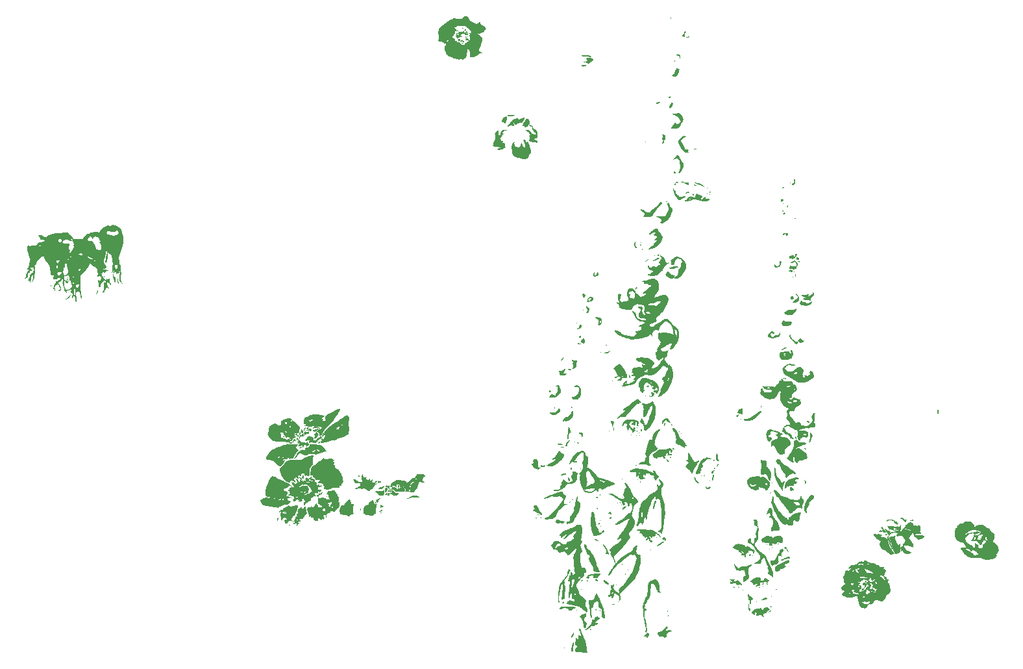
<source format=gbr>
%TF.GenerationSoftware,KiCad,Pcbnew,(6.0.9)*%
%TF.CreationDate,2023-04-16T13:36:13+02:00*%
%TF.ProjectId,iteMX_bottom,6974654d-585f-4626-9f74-746f6d2e6b69,v1.0.0*%
%TF.SameCoordinates,Original*%
%TF.FileFunction,Copper,L2,Bot*%
%TF.FilePolarity,Positive*%
%FSLAX46Y46*%
G04 Gerber Fmt 4.6, Leading zero omitted, Abs format (unit mm)*
G04 Created by KiCad (PCBNEW (6.0.9)) date 2023-04-16 13:36:13*
%MOMM*%
%LPD*%
G01*
G04 APERTURE LIST*
G04 APERTURE END LIST*
%TO.C,G\u002A\u002A\u002A*%
G36*
X86616420Y-1130823D02*
G01*
X86623645Y-1224468D01*
X86606827Y-1373965D01*
X86601171Y-1407741D01*
X86565537Y-1578231D01*
X86525210Y-1714755D01*
X86483338Y-1810777D01*
X86443070Y-1859765D01*
X86407553Y-1855188D01*
X86394876Y-1835859D01*
X86388225Y-1816828D01*
X86385872Y-1787649D01*
X86388739Y-1737286D01*
X86397752Y-1654708D01*
X86413833Y-1528878D01*
X86431899Y-1393437D01*
X86452771Y-1257065D01*
X86473650Y-1171025D01*
X86498769Y-1122288D01*
X86527216Y-1100169D01*
X86584496Y-1090300D01*
X86616420Y-1130823D01*
G37*
G36*
X81005915Y48215687D02*
G01*
X80999773Y48127774D01*
X80989718Y48096417D01*
X80944067Y48035997D01*
X80870603Y47992183D01*
X80792335Y47973659D01*
X80732271Y47989110D01*
X80724926Y47996466D01*
X80710386Y48060194D01*
X80747315Y48138304D01*
X80809347Y48201393D01*
X80902687Y48257161D01*
X80970881Y48260372D01*
X81005915Y48215687D01*
G37*
G36*
X98109937Y21540928D02*
G01*
X98156666Y21491583D01*
X98214914Y21431454D01*
X98263255Y21413868D01*
X98320676Y21426457D01*
X98423102Y21448550D01*
X98502924Y21428471D01*
X98585916Y21359436D01*
X98589522Y21355711D01*
X98663721Y21295215D01*
X98735636Y21261252D01*
X98745826Y21259470D01*
X98884905Y21264930D01*
X99042323Y21300758D01*
X99187529Y21358375D01*
X99262237Y21404479D01*
X99333761Y21458175D01*
X99368832Y21474673D01*
X99381035Y21455868D01*
X99383297Y21421351D01*
X99361783Y21346683D01*
X99301188Y21251051D01*
X99213778Y21150851D01*
X99118691Y21067578D01*
X99045659Y21026389D01*
X98939064Y20981451D01*
X98860803Y20954723D01*
X98771528Y20930221D01*
X98692378Y20918105D01*
X98604724Y20918265D01*
X98489935Y20930593D01*
X98349691Y20951739D01*
X98205188Y20978004D01*
X98078822Y21006934D01*
X97987333Y21034374D01*
X97953706Y21049980D01*
X97871463Y21141459D01*
X97843065Y21261022D01*
X97869166Y21402073D01*
X97910010Y21492006D01*
X97969738Y21569139D01*
X98034679Y21585449D01*
X98109937Y21540928D01*
G37*
G36*
X77742763Y42302704D02*
G01*
X77725316Y42288576D01*
X77711187Y42306023D01*
X77728634Y42320152D01*
X77742763Y42302704D01*
G37*
G36*
X66330345Y-6982469D02*
G01*
X66435317Y-7028398D01*
X66639753Y-7108390D01*
X66843549Y-7151998D01*
X66894329Y-7158066D01*
X67010010Y-7172746D01*
X67099082Y-7188765D01*
X67144371Y-7202951D01*
X67146189Y-7204547D01*
X67146518Y-7249115D01*
X67107321Y-7309948D01*
X67043445Y-7370521D01*
X66969744Y-7414310D01*
X66952072Y-7420537D01*
X66863022Y-7435107D01*
X66763681Y-7422062D01*
X66689269Y-7400718D01*
X66588762Y-7372646D01*
X66525208Y-7368834D01*
X66477177Y-7388576D01*
X66469984Y-7393528D01*
X66398716Y-7420834D01*
X66297910Y-7433112D01*
X66190198Y-7430906D01*
X66098208Y-7414760D01*
X66044572Y-7385217D01*
X66043223Y-7383274D01*
X66000395Y-7260556D01*
X66016435Y-7124065D01*
X66032502Y-7082700D01*
X66081310Y-6997260D01*
X66139415Y-6953127D01*
X66218525Y-6948722D01*
X66330345Y-6982469D01*
G37*
G36*
X79792139Y34444167D02*
G01*
X79822849Y34388033D01*
X79832150Y34339065D01*
X79823933Y34286103D01*
X79793439Y34222318D01*
X79735911Y34140878D01*
X79646590Y34034953D01*
X79520717Y33897715D01*
X79373699Y33743290D01*
X79157485Y33509999D01*
X78986325Y33305666D01*
X78853908Y33121912D01*
X78753920Y32950361D01*
X78715683Y32870099D01*
X78654349Y32756943D01*
X78578803Y32680409D01*
X78503683Y32633960D01*
X78294092Y32549969D01*
X78057894Y32502299D01*
X77816881Y32492903D01*
X77592842Y32523732D01*
X77518723Y32545687D01*
X77383377Y32593017D01*
X77470696Y32658431D01*
X77539127Y32734058D01*
X77589931Y32831586D01*
X77593385Y32842270D01*
X77611126Y32919943D01*
X77600924Y32976404D01*
X77554885Y33038912D01*
X77527923Y33068244D01*
X77444675Y33139212D01*
X77329707Y33215495D01*
X77227029Y33270978D01*
X77104797Y33337579D01*
X77043541Y33392948D01*
X77042107Y33438973D01*
X77099340Y33477543D01*
X77100474Y33478007D01*
X77164769Y33495865D01*
X77231481Y33491803D01*
X77312869Y33461419D01*
X77421195Y33400314D01*
X77549898Y33316728D01*
X77730971Y33209057D01*
X77900329Y33133838D01*
X78050611Y33092121D01*
X78174461Y33084955D01*
X78264518Y33113389D01*
X78313425Y33178472D01*
X78319165Y33207040D01*
X78352462Y33277573D01*
X78441252Y33352865D01*
X78473064Y33373310D01*
X78547391Y33424556D01*
X78658016Y33507767D01*
X78792983Y33613625D01*
X78940336Y33732817D01*
X79031425Y33808285D01*
X79202753Y33954594D01*
X79328764Y34069643D01*
X79415495Y34159527D01*
X79468979Y34230340D01*
X79489523Y34270935D01*
X79559228Y34401110D01*
X79643368Y34470004D01*
X79719711Y34480833D01*
X79792139Y34444167D01*
G37*
G36*
X74418987Y-4639803D02*
G01*
X74433794Y-4660912D01*
X74455236Y-4712397D01*
X74425766Y-4754015D01*
X74418998Y-4759616D01*
X74372806Y-4785657D01*
X74340063Y-4761864D01*
X74335021Y-4754550D01*
X74321183Y-4701583D01*
X74349816Y-4655845D01*
X74389323Y-4621739D01*
X74418987Y-4639803D01*
G37*
G36*
X92988706Y-3052768D02*
G01*
X93026961Y-3076227D01*
X93056461Y-3120460D01*
X93061046Y-3157991D01*
X93054280Y-3164246D01*
X93004032Y-3163136D01*
X92989575Y-3157627D01*
X92961375Y-3122060D01*
X92959456Y-3076419D01*
X92984080Y-3052647D01*
X92988706Y-3052768D01*
G37*
G36*
X63743153Y-6272177D02*
G01*
X63751971Y-6301030D01*
X63721592Y-6336836D01*
X63683841Y-6341757D01*
X63634484Y-6316607D01*
X63625667Y-6287755D01*
X63656045Y-6251948D01*
X63693797Y-6247029D01*
X63743153Y-6272177D01*
G37*
G36*
X74541183Y-5370506D02*
G01*
X74541023Y-5408377D01*
X74536758Y-5412608D01*
X74518442Y-5406300D01*
X74517920Y-5389345D01*
X74532204Y-5364568D01*
X74541183Y-5370506D01*
G37*
G36*
X85340304Y-1196382D02*
G01*
X85396372Y-1219231D01*
X85411078Y-1236854D01*
X85418733Y-1278646D01*
X85388990Y-1278329D01*
X85342813Y-1244203D01*
X85306892Y-1205822D01*
X85319359Y-1195338D01*
X85340304Y-1196382D01*
G37*
G36*
X97192971Y37400336D02*
G01*
X97210664Y37348000D01*
X97224720Y37249057D01*
X97231120Y37188436D01*
X97233977Y37001754D01*
X97198410Y36861575D01*
X97122592Y36762506D01*
X97075930Y36730504D01*
X96965214Y36684138D01*
X96860258Y36667122D01*
X96789098Y36680981D01*
X96791171Y36712755D01*
X96836534Y36780768D01*
X96921076Y36879004D01*
X96933778Y36892667D01*
X97029506Y37000724D01*
X97083786Y37078573D01*
X97103531Y37137159D01*
X97102954Y37160426D01*
X97089630Y37255267D01*
X97081093Y37316676D01*
X97086623Y37385124D01*
X97124396Y37411843D01*
X97166073Y37417730D01*
X97192971Y37400336D01*
G37*
G36*
X86706461Y-217725D02*
G01*
X86763061Y-268825D01*
X86769120Y-275034D01*
X86837137Y-344971D01*
X86742349Y-335582D01*
X86658552Y-317054D01*
X86603465Y-290121D01*
X86575101Y-257089D01*
X86603239Y-231485D01*
X86610001Y-227937D01*
X86663891Y-206596D01*
X86706461Y-217725D01*
G37*
G36*
X96240915Y-3051785D02*
G01*
X96241039Y-3059430D01*
X96213788Y-3087562D01*
X96206144Y-3087687D01*
X96178011Y-3060436D01*
X96177887Y-3052792D01*
X96205137Y-3024658D01*
X96212782Y-3024535D01*
X96240915Y-3051785D01*
G37*
G36*
X78701842Y9639359D02*
G01*
X78774362Y9568573D01*
X78807934Y9510560D01*
X78813690Y9439051D01*
X78809201Y9386031D01*
X78787374Y9284945D01*
X78738820Y9206486D01*
X78652255Y9138990D01*
X78516397Y9070791D01*
X78495486Y9061679D01*
X78409594Y9028883D01*
X78361047Y9025207D01*
X78331332Y9049576D01*
X78329659Y9052032D01*
X78275597Y9100316D01*
X78222053Y9127695D01*
X78166191Y9159211D01*
X78149712Y9186317D01*
X78174450Y9212324D01*
X78222830Y9202334D01*
X78270566Y9162015D01*
X78273813Y9157375D01*
X78326086Y9124526D01*
X78394404Y9144500D01*
X78467553Y9212769D01*
X78490761Y9245000D01*
X78546330Y9352343D01*
X78551163Y9426679D01*
X78505354Y9465630D01*
X78481818Y9470052D01*
X78408762Y9496026D01*
X78389781Y9547500D01*
X78425093Y9616347D01*
X78476665Y9666082D01*
X78579411Y9749285D01*
X78701842Y9639359D01*
G37*
G36*
X73077082Y-16438604D02*
G01*
X73080482Y-16317878D01*
X73092070Y-16240534D01*
X73117184Y-16186519D01*
X73156386Y-16140636D01*
X73234101Y-16060997D01*
X73184867Y-15784013D01*
X73165866Y-15659417D01*
X73156726Y-15560657D01*
X73158555Y-15502605D01*
X73163223Y-15493741D01*
X73209188Y-15492849D01*
X73288820Y-15507230D01*
X73311805Y-15513063D01*
X73392356Y-15530128D01*
X73438297Y-15517904D01*
X73475226Y-15467299D01*
X73483658Y-15452001D01*
X73525552Y-15389249D01*
X73559795Y-15361321D01*
X73562264Y-15361243D01*
X73613664Y-15366913D01*
X73628530Y-15396137D01*
X73625315Y-15464193D01*
X73608404Y-15550521D01*
X73582178Y-15634558D01*
X73551019Y-15695742D01*
X73541254Y-15706666D01*
X73500544Y-15749809D01*
X73488219Y-15792144D01*
X73507651Y-15847560D01*
X73562210Y-15929952D01*
X73611420Y-15995756D01*
X73690746Y-16103614D01*
X73763554Y-16208425D01*
X73807739Y-16277217D01*
X73865831Y-16353033D01*
X73938306Y-16387679D01*
X73992619Y-16396146D01*
X74078964Y-16413832D01*
X74119679Y-16449415D01*
X74127800Y-16474204D01*
X74159171Y-16532057D01*
X74208642Y-16542400D01*
X74260868Y-16511701D01*
X74300503Y-16446428D01*
X74311528Y-16396750D01*
X74293078Y-16309594D01*
X74247339Y-16264200D01*
X74188195Y-16210581D01*
X74161468Y-16166368D01*
X74174297Y-16103324D01*
X74233947Y-16010379D01*
X74335295Y-15894151D01*
X74473214Y-15761262D01*
X74479204Y-15755887D01*
X74658685Y-15586147D01*
X74828835Y-15408442D01*
X74978182Y-15235739D01*
X75095264Y-15081004D01*
X75144355Y-15003754D01*
X75213330Y-14892907D01*
X75285800Y-14790694D01*
X75330081Y-14737131D01*
X75405315Y-14645661D01*
X75502435Y-14511873D01*
X75612870Y-14349166D01*
X75728051Y-14170941D01*
X75839405Y-13990598D01*
X75938362Y-13821538D01*
X76016353Y-13677160D01*
X76042813Y-13622758D01*
X76131496Y-13410880D01*
X76224233Y-13154254D01*
X76315248Y-12870868D01*
X76398768Y-12578710D01*
X76469018Y-12295767D01*
X76469570Y-12293331D01*
X76501450Y-12148716D01*
X76519296Y-12048836D01*
X76523538Y-11976597D01*
X76514611Y-11914903D01*
X76492947Y-11846659D01*
X76481654Y-11815962D01*
X76404768Y-11670124D01*
X76296739Y-11540087D01*
X76291085Y-11534792D01*
X76213968Y-11456462D01*
X76156873Y-11385464D01*
X76138561Y-11352782D01*
X76102962Y-11296975D01*
X76053116Y-11258362D01*
X76012611Y-11255024D01*
X76011818Y-11255633D01*
X76004879Y-11295209D01*
X76031395Y-11350146D01*
X76077448Y-11393514D01*
X76085013Y-11397282D01*
X76124666Y-11444910D01*
X76133432Y-11522654D01*
X76110427Y-11604666D01*
X76093025Y-11631761D01*
X76061885Y-11652938D01*
X76028181Y-11621055D01*
X76023530Y-11614187D01*
X75946707Y-11504464D01*
X75892495Y-11442482D01*
X75853577Y-11419974D01*
X75851374Y-11419678D01*
X75814308Y-11437566D01*
X75739791Y-11489139D01*
X75638438Y-11566584D01*
X75520870Y-11662094D01*
X75514026Y-11667815D01*
X75369723Y-11784072D01*
X75214921Y-11901364D01*
X75070667Y-12004095D01*
X74980942Y-12062892D01*
X74850292Y-12153287D01*
X74702737Y-12270499D01*
X74563650Y-12393963D01*
X74519724Y-12436796D01*
X74405114Y-12546452D01*
X74288671Y-12648208D01*
X74188384Y-12726714D01*
X74149257Y-12752854D01*
X74049718Y-12829095D01*
X73964091Y-12921632D01*
X73939369Y-12958624D01*
X73881105Y-13043093D01*
X73794955Y-13147493D01*
X73702239Y-13246479D01*
X73624329Y-13327954D01*
X73542583Y-13422841D01*
X73450760Y-13539314D01*
X73342614Y-13685545D01*
X73211902Y-13869710D01*
X73071316Y-14072458D01*
X73006070Y-14163252D01*
X72963158Y-14208379D01*
X72931444Y-14216132D01*
X72903055Y-14197817D01*
X72862153Y-14131975D01*
X72854755Y-14089080D01*
X72873456Y-14043519D01*
X72923904Y-13956820D01*
X72999870Y-13838741D01*
X73095126Y-13699039D01*
X73179014Y-13581055D01*
X73288373Y-13425647D01*
X73386175Y-13278602D01*
X73465247Y-13151331D01*
X73518421Y-13055244D01*
X73536563Y-13012062D01*
X73584456Y-12908039D01*
X73657342Y-12809656D01*
X73673163Y-12793852D01*
X73745621Y-12720946D01*
X73771752Y-12671622D01*
X73754733Y-12629696D01*
X73712927Y-12591209D01*
X73664138Y-12522791D01*
X73622671Y-12412295D01*
X73609634Y-12358076D01*
X73573223Y-12234408D01*
X73507215Y-12081810D01*
X73408597Y-11894289D01*
X73274360Y-11665856D01*
X73206938Y-11556760D01*
X73152464Y-11462840D01*
X73129214Y-11392322D01*
X73131600Y-11316863D01*
X73145589Y-11245658D01*
X73164081Y-11151722D01*
X73161142Y-11097130D01*
X73129518Y-11059327D01*
X73074029Y-11023160D01*
X73000507Y-10962605D01*
X72973463Y-10904726D01*
X72973690Y-10900721D01*
X73000498Y-10859476D01*
X73069373Y-10789176D01*
X73170604Y-10697529D01*
X73294481Y-10592241D01*
X73431293Y-10481018D01*
X73571331Y-10371569D01*
X73704882Y-10271597D01*
X73822238Y-10188812D01*
X73913688Y-10130919D01*
X73969521Y-10105627D01*
X73976036Y-10105201D01*
X74033411Y-10086020D01*
X74117191Y-10027484D01*
X74215317Y-9940761D01*
X74315730Y-9837022D01*
X74406371Y-9727434D01*
X74448262Y-9667835D01*
X74497835Y-9568470D01*
X74520852Y-9473220D01*
X74514784Y-9400210D01*
X74489672Y-9370970D01*
X74447663Y-9379619D01*
X74373946Y-9417185D01*
X74316243Y-9454036D01*
X74205353Y-9516207D01*
X74111697Y-9542559D01*
X74045727Y-9532621D01*
X74017900Y-9485921D01*
X74018230Y-9467449D01*
X74041062Y-9411954D01*
X74095123Y-9325683D01*
X74169638Y-9225482D01*
X74185674Y-9205705D01*
X74283795Y-9080924D01*
X74384104Y-8944523D01*
X74461378Y-8831329D01*
X74542874Y-8712759D01*
X74644122Y-8576828D01*
X74739569Y-8457402D01*
X74835773Y-8329837D01*
X74936933Y-8175590D01*
X75022519Y-8026142D01*
X75029010Y-8013502D01*
X75097115Y-7887058D01*
X75166075Y-7771850D01*
X75223603Y-7688085D01*
X75236134Y-7672852D01*
X75304883Y-7558514D01*
X75354702Y-7390115D01*
X75357611Y-7375831D01*
X75399830Y-7219212D01*
X75460337Y-7101243D01*
X75495639Y-7055085D01*
X75563206Y-6958586D01*
X75597367Y-6874338D01*
X75595120Y-6814571D01*
X75560214Y-6791892D01*
X75514242Y-6806599D01*
X75430883Y-6850193D01*
X75324526Y-6914792D01*
X75267836Y-6952087D01*
X75125334Y-7042063D01*
X74953807Y-7141251D01*
X74782281Y-7233124D01*
X74718212Y-7265073D01*
X74560209Y-7344394D01*
X74394461Y-7432047D01*
X74247524Y-7513833D01*
X74193295Y-7545736D01*
X74051642Y-7623811D01*
X73945894Y-7661810D01*
X73864307Y-7661630D01*
X73795133Y-7625165D01*
X73780338Y-7612393D01*
X73754942Y-7584184D01*
X73753153Y-7556224D01*
X73782013Y-7517524D01*
X73848561Y-7457093D01*
X73916257Y-7400209D01*
X74052787Y-7294650D01*
X74221875Y-7175971D01*
X74404725Y-7056328D01*
X74582535Y-6947873D01*
X74736507Y-6862761D01*
X74782546Y-6840145D01*
X74872044Y-6783462D01*
X74957701Y-6693996D01*
X75046686Y-6567641D01*
X75173787Y-6400330D01*
X75319088Y-6258957D01*
X75467717Y-6156718D01*
X75551284Y-6119984D01*
X75613891Y-6082735D01*
X75697989Y-6011598D01*
X75783794Y-5923671D01*
X75897521Y-5776838D01*
X75964245Y-5637323D01*
X75987633Y-5488189D01*
X75971349Y-5312506D01*
X75943636Y-5185596D01*
X75899531Y-5029374D01*
X75850168Y-4886667D01*
X75800378Y-4768509D01*
X75754995Y-4685934D01*
X75718848Y-4649974D01*
X75709268Y-4650446D01*
X75690879Y-4685801D01*
X75666512Y-4767894D01*
X75640694Y-4880837D01*
X75634147Y-4914106D01*
X75599881Y-5080401D01*
X75569964Y-5189908D01*
X75541455Y-5248917D01*
X75511409Y-5263720D01*
X75479930Y-5243753D01*
X75446701Y-5187910D01*
X75411536Y-5095297D01*
X75394308Y-5034548D01*
X75343398Y-4893407D01*
X75270141Y-4771612D01*
X75183713Y-4677257D01*
X75093291Y-4618436D01*
X75008052Y-4603241D01*
X74941579Y-4635257D01*
X74917968Y-4675557D01*
X74926297Y-4733868D01*
X74952505Y-4797855D01*
X74993282Y-4903989D01*
X74996979Y-4973889D01*
X74963015Y-5023284D01*
X74943690Y-5037601D01*
X74871692Y-5052886D01*
X74796841Y-5007067D01*
X74721295Y-4902343D01*
X74647208Y-4740912D01*
X74643681Y-4731657D01*
X74596180Y-4612571D01*
X74557273Y-4539200D01*
X74515855Y-4496888D01*
X74460823Y-4470981D01*
X74441351Y-4464637D01*
X74377144Y-4435965D01*
X74271185Y-4378885D01*
X74134762Y-4299895D01*
X74067384Y-4259017D01*
X75918050Y-4259017D01*
X75919019Y-4263377D01*
X75953969Y-4307659D01*
X76007802Y-4305509D01*
X76058893Y-4259391D01*
X76066137Y-4246596D01*
X76100552Y-4165719D01*
X76134764Y-4066924D01*
X76137120Y-4059145D01*
X76156886Y-3985486D01*
X76151362Y-3959308D01*
X76114458Y-3967568D01*
X76097530Y-3974333D01*
X76033444Y-4022476D01*
X75972462Y-4101688D01*
X75929144Y-4188394D01*
X75918050Y-4259017D01*
X74067384Y-4259017D01*
X73979168Y-4205497D01*
X73849842Y-4124125D01*
X73679343Y-4017150D01*
X73511703Y-3915639D01*
X73360498Y-3827551D01*
X73239301Y-3760846D01*
X73179749Y-3731212D01*
X73050884Y-3669087D01*
X72978723Y-3624702D01*
X72960060Y-3594758D01*
X72991686Y-3575958D01*
X73022979Y-3570037D01*
X73162114Y-3570531D01*
X73322147Y-3610974D01*
X73510355Y-3693897D01*
X73718864Y-3812480D01*
X73953005Y-3955162D01*
X74141919Y-4066085D01*
X74293543Y-4148220D01*
X74415813Y-4204536D01*
X74516665Y-4238005D01*
X74604034Y-4251594D01*
X74685857Y-4248275D01*
X74770069Y-4231019D01*
X74808338Y-4220247D01*
X74928335Y-4174570D01*
X74948087Y-4157070D01*
X74988048Y-4121664D01*
X74989560Y-4053570D01*
X74934948Y-3962329D01*
X74889829Y-3908447D01*
X74843556Y-3838241D01*
X75426499Y-3838241D01*
X75437660Y-3841921D01*
X75472223Y-3822379D01*
X75474418Y-3813860D01*
X75466877Y-3781972D01*
X75463812Y-3780820D01*
X75434528Y-3800113D01*
X75427054Y-3808881D01*
X75426499Y-3838241D01*
X74843556Y-3838241D01*
X74806042Y-3781323D01*
X74799499Y-3742923D01*
X74785057Y-3658160D01*
X74826529Y-3536244D01*
X74839713Y-3515526D01*
X74868373Y-3452573D01*
X74901170Y-3350128D01*
X74929069Y-3238704D01*
X74980607Y-3064039D01*
X75052389Y-2933192D01*
X75071078Y-2909190D01*
X75145232Y-2800526D01*
X75175680Y-2697817D01*
X75161741Y-2587362D01*
X75102732Y-2455459D01*
X75043616Y-2357527D01*
X74992514Y-2253976D01*
X74990158Y-2182282D01*
X75035636Y-2146847D01*
X75087662Y-2145041D01*
X75146982Y-2170334D01*
X75216470Y-2239302D01*
X75297964Y-2350712D01*
X75390658Y-2486074D01*
X75495301Y-2635231D01*
X75570746Y-2740358D01*
X75654910Y-2860266D01*
X75713017Y-2958963D01*
X75755790Y-3059821D01*
X75793948Y-3186217D01*
X75817880Y-3279193D01*
X75868773Y-3421342D01*
X75948466Y-3576116D01*
X76002192Y-3659578D01*
X76068287Y-3757436D01*
X76116279Y-3836388D01*
X76137179Y-3881481D01*
X76137408Y-3884580D01*
X76159239Y-3919884D01*
X76216562Y-3967477D01*
X76224293Y-3972678D01*
X76282675Y-4021937D01*
X76367564Y-4107006D01*
X76465711Y-4214181D01*
X76529827Y-4288602D01*
X76634732Y-4418202D01*
X76697466Y-4513977D01*
X76719492Y-4588239D01*
X76702276Y-4653295D01*
X76647280Y-4721457D01*
X76587884Y-4776899D01*
X76517031Y-4844057D01*
X76423611Y-4937899D01*
X76327807Y-5038152D01*
X76327481Y-5038501D01*
X76253980Y-5118805D01*
X76204294Y-5182750D01*
X76170868Y-5247517D01*
X76146147Y-5330280D01*
X76122573Y-5448218D01*
X76106015Y-5541984D01*
X76076416Y-5691106D01*
X76043120Y-5827216D01*
X76011082Y-5931307D01*
X75994021Y-5971431D01*
X75960566Y-6059799D01*
X75931897Y-6180427D01*
X75918659Y-6269578D01*
X75910694Y-6359093D01*
X75912509Y-6428073D01*
X75929490Y-6492897D01*
X75967016Y-6569945D01*
X76030472Y-6675597D01*
X76075785Y-6747726D01*
X76198423Y-6964975D01*
X76272648Y-7155061D01*
X76301184Y-7328462D01*
X76286758Y-7495658D01*
X76278981Y-7529176D01*
X76197616Y-7777671D01*
X76089223Y-8001896D01*
X75962635Y-8184216D01*
X75936083Y-8213917D01*
X75862421Y-8297237D01*
X75809746Y-8365899D01*
X75790401Y-8402406D01*
X75766482Y-8442704D01*
X75708536Y-8509199D01*
X75644677Y-8572600D01*
X75568453Y-8650549D01*
X75515088Y-8717544D01*
X75498093Y-8752269D01*
X75510279Y-8835956D01*
X75552357Y-8938971D01*
X75612245Y-9032997D01*
X75623546Y-9046294D01*
X75668685Y-9141932D01*
X75667379Y-9266934D01*
X75621394Y-9409342D01*
X75552021Y-9530091D01*
X75386278Y-9757492D01*
X75189555Y-10008045D01*
X74977029Y-10263626D01*
X74763875Y-10506111D01*
X74565264Y-10717378D01*
X74519242Y-10763610D01*
X74284676Y-10996158D01*
X74091395Y-11188504D01*
X73935388Y-11344948D01*
X73812647Y-11469794D01*
X73719162Y-11567344D01*
X73650924Y-11641898D01*
X73603922Y-11697760D01*
X73574149Y-11739231D01*
X73557594Y-11770615D01*
X73550248Y-11796213D01*
X73549115Y-11804563D01*
X73557018Y-11872507D01*
X73585809Y-11977666D01*
X73629691Y-12099635D01*
X73640133Y-12125121D01*
X73692075Y-12259054D01*
X73736219Y-12390762D01*
X73763806Y-12493886D01*
X73765438Y-12502262D01*
X73787822Y-12583985D01*
X73814861Y-12629803D01*
X73826441Y-12633716D01*
X73862044Y-12605841D01*
X73921408Y-12540241D01*
X73991709Y-12451093D01*
X73992002Y-12450699D01*
X74143864Y-12274056D01*
X74343032Y-12090698D01*
X74593242Y-11897672D01*
X74898225Y-11692018D01*
X75135985Y-11545144D01*
X75376848Y-11399392D01*
X75568870Y-11279279D01*
X75718637Y-11179456D01*
X75832730Y-11094573D01*
X75917738Y-11019281D01*
X75980242Y-10948231D01*
X76026828Y-10876074D01*
X76064081Y-10797459D01*
X76067974Y-10787983D01*
X76133815Y-10642048D01*
X76201499Y-10537705D01*
X76287592Y-10454774D01*
X76408511Y-10373167D01*
X76498877Y-10321541D01*
X76553261Y-10302818D01*
X76587620Y-10313363D01*
X76602663Y-10328954D01*
X76623400Y-10370926D01*
X76620897Y-10430746D01*
X76594053Y-10527785D01*
X76590811Y-10537765D01*
X76553417Y-10680410D01*
X76525306Y-10842424D01*
X76508124Y-11005628D01*
X76503518Y-11151839D01*
X76513132Y-11262879D01*
X76522217Y-11295725D01*
X76575906Y-11378472D01*
X76671193Y-11445317D01*
X76818503Y-11503329D01*
X76836526Y-11508926D01*
X76942577Y-11546636D01*
X77000523Y-11590085D01*
X77022028Y-11657283D01*
X77018758Y-11766241D01*
X77016847Y-11787343D01*
X77019442Y-11980084D01*
X77050536Y-12126842D01*
X77069801Y-12191368D01*
X77080806Y-12251780D01*
X77083044Y-12320950D01*
X77076008Y-12411747D01*
X77059188Y-12537046D01*
X77032077Y-12709716D01*
X77026067Y-12746806D01*
X76979346Y-13001569D01*
X76926511Y-13233347D01*
X76871690Y-13424622D01*
X76855071Y-13472589D01*
X76774940Y-13680553D01*
X76683479Y-13899686D01*
X76587469Y-14115150D01*
X76493690Y-14312109D01*
X76408922Y-14475727D01*
X76352877Y-14571513D01*
X76275990Y-14676322D01*
X76158157Y-14816308D01*
X76006003Y-14984584D01*
X75826151Y-15174262D01*
X75625226Y-15378458D01*
X75409851Y-15590284D01*
X75186653Y-15802853D01*
X75022051Y-15955026D01*
X74832980Y-16127945D01*
X74685549Y-16264438D01*
X74574152Y-16370505D01*
X74493180Y-16452142D01*
X74437026Y-16515351D01*
X74400083Y-16566129D01*
X74376742Y-16610475D01*
X74361398Y-16654389D01*
X74358439Y-16664953D01*
X74348013Y-16756172D01*
X74374424Y-16850141D01*
X74399097Y-16900123D01*
X74448331Y-17053880D01*
X74449393Y-17223750D01*
X74403728Y-17386221D01*
X74364959Y-17455674D01*
X74305438Y-17529814D01*
X74258674Y-17564917D01*
X74233689Y-17557585D01*
X74239503Y-17504418D01*
X74240035Y-17502739D01*
X74287933Y-17339554D01*
X74310895Y-17217278D01*
X74309807Y-17118806D01*
X74285558Y-17027040D01*
X74267067Y-16982801D01*
X74208166Y-16870894D01*
X74143413Y-16801410D01*
X74051171Y-16755262D01*
X73985143Y-16734150D01*
X73895036Y-16693280D01*
X73826812Y-16637779D01*
X73823209Y-16633115D01*
X73750384Y-16570655D01*
X73672246Y-16564285D01*
X73621547Y-16595035D01*
X73594986Y-16640834D01*
X73598138Y-16711651D01*
X73606677Y-16750125D01*
X73620294Y-16825894D01*
X73607126Y-16878906D01*
X73557682Y-16937239D01*
X73536428Y-16957981D01*
X73464724Y-17035766D01*
X73409895Y-17110228D01*
X73401605Y-17124964D01*
X73359428Y-17177383D01*
X73319551Y-17168740D01*
X73284931Y-17101474D01*
X73263732Y-17011359D01*
X73232807Y-16909612D01*
X73188616Y-16854502D01*
X73140218Y-16850631D01*
X73096667Y-16902597D01*
X73088502Y-16922345D01*
X73042057Y-17010167D01*
X72987531Y-17035582D01*
X72921365Y-16999091D01*
X72877956Y-16951869D01*
X72825220Y-16878774D01*
X72813159Y-16832767D01*
X72833157Y-16800248D01*
X72888425Y-16766064D01*
X72915313Y-16761790D01*
X72966531Y-16745445D01*
X73014706Y-16711391D01*
X73048300Y-16670587D01*
X73067233Y-16612159D01*
X73069009Y-16592115D01*
X73224102Y-16592115D01*
X73262942Y-16644536D01*
X73328065Y-16691776D01*
X73386074Y-16721912D01*
X73417075Y-16724597D01*
X73407926Y-16701683D01*
X73387133Y-16683456D01*
X73367782Y-16654858D01*
X73388470Y-16617029D01*
X73443200Y-16566541D01*
X73513688Y-16486727D01*
X73533945Y-16415460D01*
X73502967Y-16363254D01*
X73464250Y-16346604D01*
X73406530Y-16350991D01*
X73342088Y-16399340D01*
X73296966Y-16450030D01*
X73236247Y-16533516D01*
X73224102Y-16592115D01*
X73069009Y-16592115D01*
X73070440Y-16575965D01*
X73075533Y-16518490D01*
X73077082Y-16438604D01*
G37*
G36*
X64090432Y-6649267D02*
G01*
X64138251Y-6725502D01*
X64132232Y-6770151D01*
X64130963Y-6771230D01*
X64097914Y-6766351D01*
X64062705Y-6699029D01*
X64055261Y-6677746D01*
X64014730Y-6555783D01*
X64090432Y-6649267D01*
G37*
G36*
X73897474Y-15476287D02*
G01*
X73880026Y-15490416D01*
X73865898Y-15472968D01*
X73883345Y-15458840D01*
X73897474Y-15476287D01*
G37*
G36*
X92864057Y796249D02*
G01*
X92947127Y769452D01*
X93053584Y737020D01*
X93132842Y729505D01*
X93215291Y745067D01*
X93238341Y751851D01*
X93321282Y774292D01*
X93369020Y772268D01*
X93406557Y741498D01*
X93424464Y720002D01*
X93452432Y672334D01*
X93468249Y605264D01*
X93473702Y504363D01*
X93470582Y355202D01*
X93470364Y349568D01*
X93470095Y156229D01*
X93488355Y16082D01*
X93527682Y-79134D01*
X93590611Y-137680D01*
X93624749Y-153344D01*
X93683963Y-197735D01*
X93759280Y-286051D01*
X93841750Y-403870D01*
X93922424Y-536769D01*
X93992349Y-670325D01*
X94042575Y-790115D01*
X94060863Y-856092D01*
X94070178Y-959618D01*
X94070575Y-1111905D01*
X94062286Y-1298881D01*
X94051092Y-1446855D01*
X94035316Y-1620673D01*
X94022342Y-1741074D01*
X94009835Y-1817932D01*
X93995461Y-1861124D01*
X93976885Y-1880523D01*
X93951773Y-1886003D01*
X93947217Y-1886239D01*
X93879869Y-1858476D01*
X93799741Y-1769480D01*
X93786951Y-1751362D01*
X93725744Y-1638585D01*
X93673782Y-1502028D01*
X93654020Y-1426432D01*
X93610218Y-1281731D01*
X93546395Y-1159405D01*
X93471579Y-1073070D01*
X93395349Y-1036392D01*
X93326940Y-1039590D01*
X93229691Y-1055388D01*
X93194516Y-1063171D01*
X93028076Y-1086359D01*
X92890924Y-1072125D01*
X92798469Y-1024743D01*
X92779136Y-1004951D01*
X92765121Y-980049D01*
X92756374Y-941930D01*
X92752842Y-882486D01*
X92754473Y-793609D01*
X92761216Y-667190D01*
X92773017Y-495123D01*
X92789826Y-269298D01*
X92793336Y-222883D01*
X92805039Y-17896D01*
X92804330Y150601D01*
X92790151Y308596D01*
X92765407Y461077D01*
X92737998Y622091D01*
X92729815Y728744D01*
X92745202Y788409D01*
X92788502Y808453D01*
X92864057Y796249D01*
G37*
G36*
X79938031Y10541435D02*
G01*
X79968527Y10625453D01*
X80021476Y10726937D01*
X80047214Y10767767D01*
X80135850Y10899442D01*
X80082822Y11083273D01*
X80047394Y11189968D01*
X80520159Y11189968D01*
X80523499Y11143810D01*
X80569905Y11118232D01*
X80623211Y11150724D01*
X80685753Y11243095D01*
X80708900Y11287190D01*
X80786928Y11456093D01*
X80827476Y11576442D01*
X80830342Y11647426D01*
X80804724Y11668198D01*
X80763259Y11644451D01*
X80708046Y11577131D01*
X80647607Y11482130D01*
X80590463Y11375341D01*
X80545139Y11272656D01*
X80520159Y11189968D01*
X80047394Y11189968D01*
X80047067Y11190953D01*
X80016617Y11242893D01*
X80011567Y11251508D01*
X79965928Y11280411D01*
X79946911Y11285631D01*
X79879450Y11324098D01*
X79862541Y11393259D01*
X79895667Y11486070D01*
X79968749Y11585009D01*
X80080373Y11680516D01*
X80175212Y11712982D01*
X80238777Y11724416D01*
X80270799Y11755666D01*
X80286377Y11825685D01*
X80290112Y11857169D01*
X80312075Y11955246D01*
X80355041Y12081333D01*
X80408144Y12204716D01*
X80475909Y12346823D01*
X80547651Y12500718D01*
X80597980Y12611226D01*
X80646204Y12730189D01*
X80658375Y12805755D01*
X80629955Y12849659D01*
X80556401Y12873632D01*
X80492865Y12882839D01*
X80354392Y12922740D01*
X80245668Y13010962D01*
X80195169Y13080576D01*
X80152353Y13141619D01*
X80115913Y13156703D01*
X80060166Y13134680D01*
X80051339Y13130160D01*
X79991330Y13085626D01*
X79907590Y13006280D01*
X79815700Y12907183D01*
X79791240Y12878671D01*
X79686903Y12759399D01*
X79564448Y12626612D01*
X79433858Y12490355D01*
X79305112Y12360670D01*
X79188188Y12247596D01*
X79093069Y12161178D01*
X79029734Y12111458D01*
X79027246Y12109913D01*
X78966175Y12076833D01*
X78865184Y12026190D01*
X78742099Y11966839D01*
X78688396Y11941582D01*
X78422394Y11817467D01*
X77693350Y11913687D01*
X77458746Y11807793D01*
X77329534Y11753177D01*
X77205507Y11706977D01*
X77111076Y11678203D01*
X77102237Y11676210D01*
X76990893Y11632538D01*
X76872915Y11544558D01*
X76743052Y11407432D01*
X76596053Y11216321D01*
X76582218Y11196891D01*
X76467847Y11039103D01*
X76376419Y10924526D01*
X76296863Y10842753D01*
X76218104Y10783373D01*
X76129075Y10735978D01*
X76061040Y10706904D01*
X75927056Y10659580D01*
X75762584Y10611970D01*
X75578258Y10566022D01*
X75384719Y10523679D01*
X75192602Y10486886D01*
X75012547Y10457589D01*
X74855189Y10437731D01*
X74731168Y10429259D01*
X74651120Y10434116D01*
X74628049Y10444907D01*
X74633300Y10482541D01*
X74669509Y10548885D01*
X74690942Y10579465D01*
X74751161Y10663507D01*
X74828603Y10776033D01*
X74903477Y10888112D01*
X74983461Y11000809D01*
X75049273Y11068624D01*
X75114035Y11104011D01*
X75138134Y11110867D01*
X75231018Y11129266D01*
X75276884Y11122893D01*
X75289692Y11084692D01*
X75286532Y11035858D01*
X75262336Y10959595D01*
X75197709Y10911693D01*
X75176784Y10902911D01*
X75097590Y10852654D01*
X75070078Y10798909D01*
X75079387Y10749880D01*
X75115144Y10748486D01*
X75165788Y10791494D01*
X75196671Y10834297D01*
X75248451Y10917240D01*
X75325288Y10826403D01*
X75417603Y10748113D01*
X75508442Y10733298D01*
X75596628Y10780837D01*
X75654112Y10820234D01*
X75752486Y10875985D01*
X75874623Y10938630D01*
X75933755Y10967012D01*
X76109342Y11055464D01*
X76234069Y11131378D01*
X76306285Y11192736D01*
X76324333Y11237519D01*
X76286559Y11263706D01*
X76191311Y11269278D01*
X76180887Y11268757D01*
X76061557Y11262049D01*
X76124094Y11332697D01*
X76250880Y11484919D01*
X76329902Y11601954D01*
X76363506Y11687622D01*
X76363482Y11722733D01*
X76347469Y11765534D01*
X76310519Y11785388D01*
X76234278Y11789773D01*
X76200399Y11789176D01*
X76059295Y11786298D01*
X75969662Y11787292D01*
X75919497Y11794056D01*
X75896801Y11808488D01*
X75889574Y11832488D01*
X75888942Y11838456D01*
X75913822Y11888361D01*
X75991157Y11950912D01*
X76038094Y11979572D01*
X76133029Y12045975D01*
X76166540Y12100656D01*
X76138755Y12141771D01*
X76049810Y12167472D01*
X76024427Y12170628D01*
X75952565Y12183879D01*
X75926587Y12216047D01*
X75928292Y12281873D01*
X75944546Y12379534D01*
X77566726Y12379534D01*
X77589002Y12323249D01*
X77656561Y12278958D01*
X77751476Y12252561D01*
X77855822Y12249962D01*
X77919160Y12263476D01*
X77979033Y12297788D01*
X77979285Y12332230D01*
X77920695Y12354319D01*
X77913455Y12355181D01*
X77862421Y12374830D01*
X77865481Y12408943D01*
X77919130Y12445263D01*
X77941668Y12453801D01*
X78004970Y12495786D01*
X78031067Y12554088D01*
X78013337Y12607207D01*
X77993388Y12621736D01*
X77945397Y12617462D01*
X77864353Y12585430D01*
X77768142Y12535792D01*
X77674652Y12478702D01*
X77601768Y12424314D01*
X77567380Y12382781D01*
X77566726Y12379534D01*
X75944546Y12379534D01*
X75947698Y12398469D01*
X75960094Y12447696D01*
X77290370Y12447696D01*
X77315550Y12417184D01*
X77376479Y12382136D01*
X77401512Y12396899D01*
X77406880Y12400065D01*
X77411566Y12422011D01*
X77395827Y12480012D01*
X77349280Y12500195D01*
X77311866Y12484535D01*
X77290370Y12447696D01*
X75960094Y12447696D01*
X75979969Y12526621D01*
X75998306Y12583498D01*
X76019248Y12648456D01*
X76059680Y12746103D01*
X76095408Y12801689D01*
X76099760Y12805137D01*
X76162135Y12828451D01*
X76255858Y12845430D01*
X76284813Y12848138D01*
X76409878Y12863873D01*
X76537425Y12889635D01*
X76551233Y12893228D01*
X76668881Y12909647D01*
X76831026Y12910293D01*
X76967041Y12900690D01*
X77132297Y12886579D01*
X77241986Y12885975D01*
X77303446Y12903734D01*
X77324018Y12944712D01*
X77311042Y13013763D01*
X77276215Y13105214D01*
X77240381Y13203332D01*
X77222130Y13276836D01*
X77224308Y13307251D01*
X77261416Y13301515D01*
X77326428Y13264363D01*
X77353656Y13244494D01*
X77458596Y13183687D01*
X77545659Y13172074D01*
X77605833Y13208638D01*
X77628989Y13275677D01*
X77620267Y13373491D01*
X77571486Y13423933D01*
X77486654Y13423374D01*
X77470939Y13418624D01*
X77418552Y13406324D01*
X77375732Y13417631D01*
X77325798Y13461906D01*
X77262930Y13535319D01*
X77173981Y13632356D01*
X77104298Y13677940D01*
X77042291Y13676111D01*
X76979864Y13634076D01*
X76928933Y13601427D01*
X76873995Y13599872D01*
X76805431Y13633894D01*
X76713623Y13707976D01*
X76608939Y13806956D01*
X76512947Y13908947D01*
X76459272Y13984341D01*
X76451073Y14025131D01*
X76494858Y14055081D01*
X76590106Y14087615D01*
X76725008Y14119913D01*
X76887757Y14149152D01*
X77066544Y14172510D01*
X77068815Y14172751D01*
X77173082Y14176982D01*
X77322106Y14174119D01*
X77497632Y14164906D01*
X77681404Y14150085D01*
X77720486Y14146212D01*
X77919097Y14124441D01*
X78067247Y14102458D01*
X78177771Y14074948D01*
X78263501Y14036594D01*
X78337272Y13982081D01*
X78411917Y13906094D01*
X78474379Y13833955D01*
X78556867Y13750388D01*
X78641162Y13686202D01*
X78684895Y13664267D01*
X78768474Y13608127D01*
X78810482Y13517893D01*
X78812181Y13406352D01*
X78774831Y13286292D01*
X78699694Y13170499D01*
X78629470Y13102181D01*
X78552706Y13014547D01*
X78516824Y12918327D01*
X78527280Y12831812D01*
X78541874Y12808455D01*
X78580985Y12788458D01*
X78654563Y12794031D01*
X78734596Y12813525D01*
X78929393Y12871872D01*
X79074696Y12927328D01*
X79183719Y12986988D01*
X79269677Y13057948D01*
X79334463Y13133033D01*
X79561415Y13133033D01*
X79580814Y13120697D01*
X79631449Y13136629D01*
X79692742Y13172384D01*
X79727389Y13201117D01*
X79757523Y13247218D01*
X79755734Y13269178D01*
X79722689Y13266743D01*
X79665714Y13235442D01*
X79606560Y13190516D01*
X79566982Y13147206D01*
X79561415Y13133033D01*
X79334463Y13133033D01*
X79338706Y13137950D01*
X79352473Y13154993D01*
X79426958Y13247204D01*
X79522626Y13356461D01*
X79573228Y13409840D01*
X79648752Y13502998D01*
X79705832Y13603988D01*
X79719737Y13642527D01*
X79777966Y13759585D01*
X79893266Y13893923D01*
X79916807Y13916745D01*
X80014405Y14021493D01*
X80063089Y14102509D01*
X80061438Y14155983D01*
X80014182Y14177579D01*
X79971529Y14163094D01*
X79889094Y14120514D01*
X79779936Y14056956D01*
X79690354Y14001066D01*
X79408189Y13820174D01*
X79314677Y13908259D01*
X79237190Y13973057D01*
X79166108Y14019822D01*
X79155531Y14024936D01*
X79113848Y14053901D01*
X79105221Y14103062D01*
X79117633Y14169193D01*
X79126966Y14260052D01*
X79110400Y14367979D01*
X79102714Y14392829D01*
X80396172Y14392829D01*
X80404993Y14365625D01*
X80415010Y14369567D01*
X80422728Y14406643D01*
X80419435Y14411668D01*
X80400208Y14409307D01*
X80396172Y14392829D01*
X79102714Y14392829D01*
X79069461Y14500347D01*
X79058667Y14533407D01*
X79023734Y14640396D01*
X79004630Y14736550D01*
X79013077Y14802984D01*
X79050005Y14853874D01*
X79094916Y14888963D01*
X79180144Y14963247D01*
X79225687Y15049682D01*
X79238917Y15167143D01*
X79235340Y15248532D01*
X79238029Y15404099D01*
X79273763Y15505891D01*
X79342821Y15554530D01*
X79375637Y15559138D01*
X79425039Y15571634D01*
X79456860Y15615470D01*
X79482094Y15702048D01*
X79519588Y15811560D01*
X79578957Y15934685D01*
X79615451Y15995740D01*
X79716267Y16149188D01*
X79633750Y16307569D01*
X79570937Y16412796D01*
X79566478Y16418819D01*
X81471084Y16418819D01*
X81491890Y16385635D01*
X81499342Y16383924D01*
X81532525Y16404730D01*
X81534236Y16412181D01*
X81513430Y16445366D01*
X81505979Y16447076D01*
X81472795Y16426271D01*
X81471084Y16418819D01*
X79566478Y16418819D01*
X79504979Y16501884D01*
X81288265Y16501884D01*
X81295806Y16469997D01*
X81298871Y16468844D01*
X81328155Y16488138D01*
X81335630Y16496905D01*
X81336184Y16526266D01*
X81325023Y16529945D01*
X81290460Y16510404D01*
X81288265Y16501884D01*
X79504979Y16501884D01*
X79502133Y16505728D01*
X79468114Y16542055D01*
X79417461Y16598629D01*
X79405213Y16635951D01*
X79397084Y16660723D01*
X79398076Y16700551D01*
X79399421Y16754533D01*
X79401314Y16773437D01*
X79405425Y16895348D01*
X79398237Y17039048D01*
X79388629Y17122156D01*
X79377021Y17234745D01*
X79376669Y17328224D01*
X79384698Y17372962D01*
X79439649Y17430689D01*
X79523887Y17440303D01*
X79608764Y17408204D01*
X79669514Y17382022D01*
X79731975Y17385557D01*
X79816631Y17416957D01*
X79866350Y17436634D01*
X79915268Y17449047D01*
X79974272Y17453841D01*
X80054253Y17450666D01*
X80166100Y17439164D01*
X80320701Y17418984D01*
X80491986Y17395008D01*
X80700488Y17364608D01*
X80859881Y17338086D01*
X80984071Y17311502D01*
X81086970Y17280918D01*
X81182484Y17242397D01*
X81284521Y17192000D01*
X81368799Y17146713D01*
X81407769Y17132167D01*
X81418299Y17158128D01*
X81413060Y17209810D01*
X81383864Y17303979D01*
X81335061Y17390862D01*
X81300329Y17451995D01*
X81281069Y17530996D01*
X81274155Y17645484D01*
X81274526Y17732436D01*
X81273159Y17770224D01*
X81495144Y17770224D01*
X81515429Y17654468D01*
X81543264Y17576442D01*
X81578773Y17468187D01*
X81597792Y17369155D01*
X81598627Y17328560D01*
X81611919Y17161050D01*
X81683616Y16999730D01*
X81712005Y16959657D01*
X81778887Y16889488D01*
X81825201Y16879362D01*
X81851290Y16929366D01*
X81857611Y16995961D01*
X81851551Y17104897D01*
X81832972Y17225444D01*
X81828141Y17247126D01*
X81809937Y17361535D01*
X81805939Y17472695D01*
X81807384Y17492282D01*
X81798089Y17590969D01*
X81758638Y17695931D01*
X81699916Y17789133D01*
X81632807Y17852539D01*
X81579644Y17869666D01*
X81516657Y17842824D01*
X81495144Y17770224D01*
X81273159Y17770224D01*
X81272312Y17793645D01*
X81266767Y17946908D01*
X81234135Y18108116D01*
X81175100Y18221850D01*
X81134018Y18263696D01*
X81074262Y18330206D01*
X81017337Y18420141D01*
X81010446Y18433858D01*
X80952090Y18516627D01*
X80851482Y18619086D01*
X80721029Y18728605D01*
X80720769Y18728804D01*
X80605756Y18815069D01*
X80524959Y18867548D01*
X80463920Y18893238D01*
X80408184Y18899137D01*
X80374377Y18896460D01*
X80258837Y18872083D01*
X80151676Y18822600D01*
X80040632Y18739777D01*
X79913443Y18615386D01*
X79846033Y18541823D01*
X79730929Y18409237D01*
X79649409Y18301551D01*
X79589942Y18198974D01*
X79540996Y18081720D01*
X79492794Y17935666D01*
X79457925Y17833830D01*
X79424794Y17754214D01*
X79408271Y17724967D01*
X79366149Y17701255D01*
X79331674Y17728153D01*
X79317820Y17792995D01*
X79318939Y17812161D01*
X79318145Y17871388D01*
X79307245Y17891318D01*
X79265647Y17880370D01*
X79183392Y17849046D01*
X79076993Y17804597D01*
X78962966Y17754274D01*
X78857828Y17705328D01*
X78778095Y17665010D01*
X78743878Y17643985D01*
X78673920Y17550885D01*
X78632563Y17417838D01*
X78625443Y17264103D01*
X78627149Y17245253D01*
X78630826Y17121547D01*
X78616608Y17028182D01*
X78590007Y16971685D01*
X78556536Y16958584D01*
X78521709Y16995406D01*
X78491833Y17085052D01*
X78452389Y17181654D01*
X78390075Y17219030D01*
X78304880Y17197179D01*
X78196795Y17116102D01*
X78179848Y17100036D01*
X78077168Y17012289D01*
X77964627Y16933309D01*
X77906990Y16900600D01*
X77805042Y16861372D01*
X77651790Y16816632D01*
X77458949Y16768637D01*
X77238242Y16719649D01*
X77001383Y16671925D01*
X76760091Y16627725D01*
X76526084Y16589308D01*
X76311080Y16558933D01*
X76126798Y16538857D01*
X75991836Y16531395D01*
X75803088Y16548887D01*
X75599993Y16600073D01*
X75463566Y16642351D01*
X75325521Y16681426D01*
X75230628Y16705305D01*
X75137271Y16732864D01*
X75006012Y16780029D01*
X74856453Y16839461D01*
X74747413Y16886186D01*
X74607863Y16945941D01*
X74483359Y16995390D01*
X74388950Y17028780D01*
X74344171Y17040188D01*
X74277540Y17064031D01*
X74189251Y17116239D01*
X74139903Y17152602D01*
X74051796Y17230960D01*
X73956261Y17328439D01*
X73863019Y17433339D01*
X73781795Y17533961D01*
X73722312Y17618608D01*
X73694292Y17675581D01*
X73694350Y17688683D01*
X73726796Y17734791D01*
X73776763Y17754504D01*
X73853548Y17746753D01*
X73966445Y17710464D01*
X74124750Y17644566D01*
X74141596Y17637122D01*
X74285949Y17571290D01*
X74382190Y17521463D01*
X74441259Y17480297D01*
X74474091Y17440444D01*
X74489057Y17403774D01*
X74541316Y17328126D01*
X74647182Y17252670D01*
X74796814Y17180068D01*
X74980369Y17112986D01*
X75187999Y17054086D01*
X75409866Y17006033D01*
X75636124Y16971489D01*
X75856928Y16953117D01*
X76062437Y16953583D01*
X76132560Y16959056D01*
X76234290Y16971992D01*
X76290040Y16991153D01*
X76317179Y17027149D01*
X76331010Y17080317D01*
X76360358Y17158228D01*
X76421862Y17205956D01*
X76465798Y17223706D01*
X76540039Y17256834D01*
X76580514Y17288117D01*
X76582777Y17293900D01*
X76565501Y17333710D01*
X76518075Y17400958D01*
X76486357Y17439639D01*
X76428534Y17509977D01*
X76393391Y17558644D01*
X76388309Y17569879D01*
X76417433Y17581266D01*
X76487851Y17591583D01*
X76510518Y17593586D01*
X76609535Y17611471D01*
X76742030Y17648338D01*
X76883993Y17696199D01*
X77011416Y17747063D01*
X77089808Y17786360D01*
X77125126Y17817831D01*
X77141722Y17869298D01*
X77144437Y17959614D01*
X77143354Y17994823D01*
X77136906Y18167317D01*
X76997043Y18197980D01*
X76893141Y18229724D01*
X76849040Y18267208D01*
X76865386Y18311679D01*
X76942825Y18364380D01*
X77082002Y18426555D01*
X77124104Y18442815D01*
X77326016Y18524671D01*
X77479677Y18598973D01*
X77580843Y18663356D01*
X77625265Y18715456D01*
X77626849Y18722724D01*
X77614657Y18753771D01*
X77566514Y18783609D01*
X77475302Y18814783D01*
X77333911Y18849837D01*
X77181277Y18882103D01*
X77013455Y18921448D01*
X76882278Y18967547D01*
X76760988Y19030696D01*
X76706618Y19064741D01*
X76606749Y19133344D01*
X76538618Y19195016D01*
X76486598Y19269220D01*
X76435059Y19375417D01*
X76409683Y19434510D01*
X76337308Y19585376D01*
X76244628Y19751086D01*
X76151097Y19896971D01*
X76146695Y19903196D01*
X76057921Y20039459D01*
X76006390Y20144779D01*
X75994841Y20204925D01*
X76006667Y20263104D01*
X76032514Y20273022D01*
X76083901Y20234811D01*
X76113972Y20206288D01*
X76188781Y20152667D01*
X76260009Y20127089D01*
X76331693Y20092068D01*
X76395063Y20017373D01*
X76433956Y19926346D01*
X76438449Y19869396D01*
X76448777Y19801968D01*
X76483266Y19707179D01*
X76510648Y19650621D01*
X76555070Y19560608D01*
X76582579Y19491472D01*
X76587244Y19468152D01*
X76607840Y19413094D01*
X76666778Y19339005D01*
X76749151Y19261442D01*
X76840051Y19195969D01*
X76857733Y19185809D01*
X77036663Y19115032D01*
X77253972Y19072072D01*
X77489605Y19059891D01*
X77642715Y19069839D01*
X77759094Y19086026D01*
X77846697Y19103605D01*
X77890175Y19119335D01*
X77892344Y19122530D01*
X77865590Y19160439D01*
X77782481Y19208430D01*
X77648785Y19263448D01*
X77581290Y19287125D01*
X77462031Y19321589D01*
X77378133Y19329670D01*
X77320748Y19318348D01*
X77188501Y19295196D01*
X77072551Y19325127D01*
X76960569Y19412209D01*
X76927669Y19448052D01*
X76862430Y19527008D01*
X76828683Y19588633D01*
X76819041Y19658125D01*
X76826118Y19760687D01*
X76828711Y19785683D01*
X76849331Y19914980D01*
X76887212Y20028157D01*
X76952691Y20153726D01*
X76976748Y20193951D01*
X77040246Y20299854D01*
X77074746Y20367560D01*
X77084343Y20413064D01*
X77073136Y20452361D01*
X77052415Y20489284D01*
X76985914Y20565073D01*
X76912420Y20613152D01*
X76776341Y20678435D01*
X76702368Y20733846D01*
X76690622Y20779105D01*
X76741220Y20813931D01*
X76819054Y20832850D01*
X76993456Y20845337D01*
X77133401Y20815487D01*
X77204974Y20777674D01*
X77295299Y20696575D01*
X77327858Y20603274D01*
X77306519Y20484902D01*
X77299103Y20464691D01*
X77270956Y20337344D01*
X77273390Y20197469D01*
X77301487Y20057339D01*
X77350329Y19929223D01*
X77414998Y19825396D01*
X77490577Y19758127D01*
X77572149Y19739689D01*
X77588369Y19742837D01*
X77636695Y19782081D01*
X77636953Y19857643D01*
X77589214Y19964430D01*
X77585178Y19971141D01*
X77546263Y20039073D01*
X77543824Y20045656D01*
X77765895Y20045656D01*
X77790527Y20001541D01*
X77862915Y19954224D01*
X77968095Y19910425D01*
X78091101Y19876872D01*
X78169822Y19864156D01*
X78273021Y19854855D01*
X78328820Y19859387D01*
X78352467Y19881191D01*
X78357852Y19906597D01*
X78340279Y20002988D01*
X78264897Y20073723D01*
X78132117Y20118504D01*
X78052531Y20130237D01*
X77906792Y20135972D01*
X77814506Y20115571D01*
X77770600Y20067536D01*
X77765895Y20045656D01*
X77543824Y20045656D01*
X77534827Y20069942D01*
X77524867Y20096827D01*
X77520093Y20161722D01*
X77531046Y20251079D01*
X77556826Y20382216D01*
X77562496Y20409322D01*
X77593712Y20590449D01*
X77599400Y20727234D01*
X77578501Y20833929D01*
X77529958Y20924789D01*
X77523546Y20933548D01*
X77482560Y20980632D01*
X77434553Y21010449D01*
X77361808Y21029663D01*
X77246607Y21044940D01*
X77219859Y21047801D01*
X77076773Y21067654D01*
X76934660Y21095172D01*
X76830634Y21122529D01*
X76763991Y21138205D01*
X78054692Y21138205D01*
X78073586Y21068328D01*
X78078099Y21056338D01*
X78131036Y20975178D01*
X78198862Y20946186D01*
X78268910Y20974247D01*
X78275396Y20980229D01*
X78298222Y20993584D01*
X78338049Y21000129D01*
X78402677Y20999161D01*
X78499913Y20989977D01*
X78637560Y20971876D01*
X78823422Y20944153D01*
X79021875Y20913019D01*
X79106002Y20905580D01*
X79159783Y20926256D01*
X79211535Y20987710D01*
X79221636Y21002344D01*
X79297118Y21083489D01*
X79387100Y21142892D01*
X79402949Y21149335D01*
X79504660Y21213251D01*
X79590500Y21327899D01*
X79637592Y21414648D01*
X79668367Y21480315D01*
X79674650Y21500278D01*
X79650008Y21520510D01*
X79582503Y21525993D01*
X79490637Y21518311D01*
X79392915Y21499044D01*
X79307836Y21469772D01*
X79305675Y21468757D01*
X79127976Y21399193D01*
X78902108Y21334083D01*
X78643397Y21277394D01*
X78425871Y21241170D01*
X78283713Y21219615D01*
X78165756Y21199643D01*
X78085609Y21183692D01*
X78057424Y21175151D01*
X78054692Y21138205D01*
X76763991Y21138205D01*
X76715059Y21149715D01*
X76607633Y21147030D01*
X76492459Y21110661D01*
X76353634Y21036797D01*
X76279222Y20990317D01*
X76150706Y20893516D01*
X76065233Y20791163D01*
X76033197Y20732676D01*
X75983533Y20629391D01*
X75938449Y20536341D01*
X75924413Y20507627D01*
X75888256Y20456595D01*
X75832571Y20421849D01*
X75748807Y20402378D01*
X75628415Y20397168D01*
X75462844Y20405204D01*
X75243544Y20425475D01*
X75236964Y20426165D01*
X74949536Y20464597D01*
X74719465Y20514961D01*
X74541262Y20580103D01*
X74409438Y20662872D01*
X74318506Y20766115D01*
X74262973Y20892681D01*
X74252081Y20937137D01*
X74217309Y21049803D01*
X74158534Y21128735D01*
X74104037Y21172169D01*
X74015120Y21247536D01*
X73963278Y21316024D01*
X73948977Y21368345D01*
X73972681Y21395216D01*
X74034857Y21387348D01*
X74094622Y21360030D01*
X74188992Y21316726D01*
X74268404Y21294679D01*
X74316224Y21297669D01*
X74323001Y21308153D01*
X74307486Y21343678D01*
X74265999Y21410264D01*
X74243914Y21442331D01*
X74185745Y21566323D01*
X74144778Y21747419D01*
X74121699Y21981410D01*
X74116694Y22223563D01*
X74119518Y22332227D01*
X74130478Y22395996D01*
X74156652Y22433466D01*
X74205123Y22463232D01*
X74208642Y22465049D01*
X74274484Y22492923D01*
X74326825Y22488994D01*
X74398217Y22450770D01*
X74398638Y22450513D01*
X74498271Y22389469D01*
X74441202Y22031875D01*
X74384132Y21674281D01*
X74483853Y21539531D01*
X74544044Y21461811D01*
X74587237Y21425762D01*
X74633488Y21421496D01*
X74693134Y21436315D01*
X74804358Y21453733D01*
X74918139Y21451383D01*
X74918325Y21451356D01*
X75040511Y21457076D01*
X75119664Y21483922D01*
X75190669Y21508005D01*
X75212653Y21517990D01*
X75348293Y21586115D01*
X75435099Y21648930D01*
X75477565Y21719540D01*
X75480180Y21811050D01*
X75447437Y21936565D01*
X75400445Y22065965D01*
X75356109Y22188705D01*
X75330101Y22286896D01*
X75319359Y22383963D01*
X75320822Y22503329D01*
X75321794Y22519166D01*
X75514171Y22519166D01*
X75530889Y22445794D01*
X75592868Y22414046D01*
X75645178Y22415503D01*
X75702392Y22418178D01*
X75710113Y22391622D01*
X75695584Y22354028D01*
X75663545Y22268121D01*
X75637529Y22182655D01*
X75629948Y22115693D01*
X75653775Y22061882D01*
X75717869Y22012517D01*
X75831093Y21958899D01*
X75889220Y21935449D01*
X76025737Y21887392D01*
X76120669Y21870651D01*
X76187872Y21885582D01*
X76241201Y21932541D01*
X76250631Y21944738D01*
X76306031Y22066561D01*
X76326747Y22221212D01*
X76315367Y22390109D01*
X76274479Y22554671D01*
X76206671Y22696317D01*
X76134126Y22781205D01*
X76068428Y22833799D01*
X76014383Y22859748D01*
X75952334Y22860788D01*
X75862624Y22838653D01*
X75779660Y22812497D01*
X75672187Y22773384D01*
X75607308Y22733202D01*
X75565650Y22676992D01*
X75544322Y22630733D01*
X75514171Y22519166D01*
X75321794Y22519166D01*
X75323027Y22539256D01*
X75328001Y22620323D01*
X75346895Y22807388D01*
X75377061Y22943996D01*
X75424138Y23042941D01*
X75493759Y23117014D01*
X75568641Y23166491D01*
X75702873Y23213085D01*
X75860203Y23225215D01*
X76009694Y23201772D01*
X76056545Y23183990D01*
X76139978Y23124505D01*
X76215065Y23038359D01*
X76226827Y23019616D01*
X76290319Y22909728D01*
X76355531Y22796620D01*
X76361858Y22785627D01*
X76428156Y22692269D01*
X76504782Y22612943D01*
X76518176Y22602294D01*
X76580853Y22551608D01*
X76674182Y22471290D01*
X76782393Y22375034D01*
X76835198Y22327001D01*
X76936626Y22236902D01*
X77023104Y22165413D01*
X77082602Y22122208D01*
X77100170Y22113902D01*
X77160048Y22124220D01*
X77258565Y22157464D01*
X77378658Y22206077D01*
X77503261Y22262505D01*
X77615307Y22319190D01*
X77697733Y22368576D01*
X77724886Y22390527D01*
X77799387Y22467168D01*
X77742493Y22537426D01*
X77701581Y22581332D01*
X77661241Y22592642D01*
X77595373Y22575605D01*
X77567589Y22565905D01*
X77458341Y22536964D01*
X77375461Y22533477D01*
X77332201Y22555112D01*
X77329063Y22571871D01*
X77354055Y22602650D01*
X77420565Y22664647D01*
X77519869Y22750239D01*
X77643247Y22851804D01*
X77715752Y22909771D01*
X77848426Y23016846D01*
X77961676Y23112154D01*
X78046771Y23188035D01*
X78094979Y23236832D01*
X78102591Y23249111D01*
X78130267Y23282799D01*
X78198385Y23333952D01*
X78276191Y23382079D01*
X78382557Y23455438D01*
X78444333Y23523725D01*
X78460684Y23578881D01*
X78430774Y23612852D01*
X78353767Y23617585D01*
X78299522Y23607026D01*
X78223374Y23592937D01*
X78188937Y23604242D01*
X78181723Y23620985D01*
X78131269Y23709789D01*
X78031567Y23764505D01*
X77888047Y23783325D01*
X77734757Y23769599D01*
X77611444Y23765810D01*
X77534954Y23804449D01*
X77504007Y23886484D01*
X77505182Y23943785D01*
X77509257Y24018227D01*
X77491230Y24046607D01*
X77438214Y24045691D01*
X77427950Y24044277D01*
X77275050Y24026735D01*
X77180892Y24024529D01*
X77143128Y24035666D01*
X77159408Y24058156D01*
X77227384Y24090008D01*
X77344707Y24129231D01*
X77509030Y24173834D01*
X77609007Y24197745D01*
X77790544Y24241758D01*
X77979778Y24291462D01*
X78151756Y24340112D01*
X78259893Y24373658D01*
X78468266Y24429107D01*
X78654827Y24444815D01*
X78844487Y24420623D01*
X79026467Y24368656D01*
X79143133Y24321378D01*
X79219382Y24266252D01*
X79273517Y24194462D01*
X79366846Y23999276D01*
X79434156Y23773084D01*
X79471956Y23536681D01*
X79476757Y23310861D01*
X79450936Y23137501D01*
X79413583Y23039445D01*
X79345945Y22904288D01*
X79256102Y22745537D01*
X79152133Y22576690D01*
X79042117Y22411249D01*
X78934134Y22262720D01*
X78906001Y22226799D01*
X78822456Y22116775D01*
X78780299Y22046193D01*
X78776614Y22009000D01*
X78796530Y21999457D01*
X78847890Y22003248D01*
X78936622Y22022816D01*
X79067787Y22059613D01*
X79246446Y22115097D01*
X79477655Y22190724D01*
X79579210Y22224665D01*
X79802126Y22297983D01*
X79974978Y22349422D01*
X80107259Y22379135D01*
X80208460Y22387274D01*
X80288072Y22373993D01*
X80355587Y22339447D01*
X80420497Y22283785D01*
X80463426Y22238924D01*
X80597844Y22054946D01*
X80672624Y21857950D01*
X80687995Y21645117D01*
X80644185Y21413627D01*
X80549360Y21176730D01*
X80489457Y21059945D01*
X80407449Y20907963D01*
X80313909Y20740032D01*
X80219409Y20575404D01*
X80214791Y20567507D01*
X80139329Y20440589D01*
X80071547Y20333820D01*
X80003994Y20239004D01*
X79929220Y20147941D01*
X79839776Y20052430D01*
X79728210Y19944275D01*
X79587074Y19815275D01*
X79408916Y19657231D01*
X79303611Y19564743D01*
X79203050Y19474896D01*
X79123170Y19400356D01*
X79074350Y19350994D01*
X79064195Y19337124D01*
X79071750Y19298141D01*
X79093333Y19219295D01*
X79111829Y19157914D01*
X79143872Y19011515D01*
X79133703Y18908271D01*
X79080227Y18842956D01*
X79042265Y18824729D01*
X78979756Y18802702D01*
X78872807Y18765328D01*
X78736982Y18718039D01*
X78603162Y18671572D01*
X78451325Y18617899D01*
X78349499Y18577889D01*
X78287334Y18545483D01*
X78254482Y18514625D01*
X78240591Y18479260D01*
X78237477Y18457558D01*
X78254983Y18359186D01*
X78315050Y18267336D01*
X78399626Y18207466D01*
X78419222Y18201238D01*
X78485404Y18197023D01*
X78585290Y18203088D01*
X78642764Y18210180D01*
X78766910Y18240641D01*
X78854517Y18295984D01*
X78886612Y18329682D01*
X78973072Y18413043D01*
X79093229Y18496056D01*
X79256744Y18584669D01*
X79438231Y18669368D01*
X79607788Y18760610D01*
X79750799Y18878013D01*
X79815316Y18945959D01*
X79942587Y19071941D01*
X80064722Y19150550D01*
X80202217Y19190443D01*
X80375570Y19200276D01*
X80415431Y19199425D01*
X80629325Y19192962D01*
X80879715Y18933200D01*
X81013695Y18792581D01*
X81166138Y18630075D01*
X81313220Y18471167D01*
X81381671Y18396219D01*
X81495992Y18275667D01*
X81610556Y18164113D01*
X81710499Y18075549D01*
X81769911Y18030674D01*
X81848651Y17977566D01*
X81903640Y17929337D01*
X81943559Y17871331D01*
X81977092Y17788889D01*
X82012919Y17667358D01*
X82035934Y17581608D01*
X82068076Y17451764D01*
X82086199Y17345313D01*
X82091568Y17240134D01*
X82085450Y17114102D01*
X82071205Y16964919D01*
X82043190Y16741201D01*
X82007556Y16561065D01*
X81957405Y16404599D01*
X81885841Y16251891D01*
X81785967Y16083026D01*
X81742376Y16015395D01*
X81544384Y15732152D01*
X81361075Y15510418D01*
X81192226Y15349975D01*
X81037614Y15250606D01*
X80921508Y15214574D01*
X80857079Y15217831D01*
X80837790Y15254815D01*
X80863504Y15329589D01*
X80914904Y15417046D01*
X80961553Y15504147D01*
X81014933Y15625671D01*
X81063269Y15754689D01*
X81106554Y15892426D01*
X81122877Y15984240D01*
X81106446Y16033699D01*
X81051474Y16044375D01*
X80952170Y16019837D01*
X80802744Y15963654D01*
X80755448Y15944499D01*
X80602769Y15876395D01*
X80453859Y15800004D01*
X80330226Y15726807D01*
X80277018Y15689112D01*
X80162820Y15607868D01*
X80038796Y15533264D01*
X79969678Y15498670D01*
X79832492Y15433494D01*
X79746802Y15379587D01*
X79703245Y15330082D01*
X79692931Y15295557D01*
X79711443Y15237188D01*
X79765860Y15157560D01*
X79841199Y15073402D01*
X79922483Y15001446D01*
X79994733Y14958422D01*
X79994792Y14958400D01*
X80107567Y14944158D01*
X80255818Y14965336D01*
X80424355Y15019077D01*
X80506124Y15054706D01*
X80595657Y15096069D01*
X80658721Y15123134D01*
X80677820Y15129424D01*
X80672955Y15103406D01*
X80646708Y15039885D01*
X80634711Y15014237D01*
X80603519Y14924440D01*
X80574308Y14798532D01*
X80553398Y14663759D01*
X80553384Y14663630D01*
X80526028Y14460450D01*
X80496494Y14319349D01*
X80464370Y14238928D01*
X80429239Y14217791D01*
X80422155Y14220380D01*
X80387572Y14266720D01*
X80384690Y14293696D01*
X80378747Y14321162D01*
X80346302Y14302838D01*
X80319156Y14277670D01*
X80261031Y14186218D01*
X80233214Y14057368D01*
X80240286Y13915980D01*
X80283097Y13768993D01*
X80352511Y13637068D01*
X80439391Y13540867D01*
X80470672Y13520301D01*
X80552915Y13444149D01*
X80605762Y13327962D01*
X80642674Y13229549D01*
X80679988Y13187552D01*
X80727176Y13195534D01*
X80763274Y13220912D01*
X80813685Y13252604D01*
X80857902Y13249865D01*
X80908502Y13206151D01*
X80978063Y13114922D01*
X80984484Y13105858D01*
X81051999Y12987998D01*
X81123936Y12825687D01*
X81194180Y12637095D01*
X81256618Y12440389D01*
X81305136Y12253739D01*
X81333619Y12095315D01*
X81337236Y12057569D01*
X81332536Y11870823D01*
X81297702Y11642321D01*
X81235465Y11384644D01*
X81148558Y11110370D01*
X81106973Y10997454D01*
X81044675Y10845660D01*
X80966760Y10671784D01*
X80879600Y10488461D01*
X80789568Y10308323D01*
X80703037Y10144008D01*
X80626378Y10008147D01*
X80565965Y9913377D01*
X80549054Y9891314D01*
X80441223Y9773782D01*
X80320766Y9659924D01*
X80201438Y9561196D01*
X80096998Y9489061D01*
X80026826Y9456275D01*
X79940280Y9414515D01*
X79851292Y9343458D01*
X79827510Y9318032D01*
X79749562Y9242599D01*
X79653722Y9172122D01*
X79552138Y9112397D01*
X79456961Y9069220D01*
X79380340Y9048386D01*
X79334425Y9055689D01*
X79326895Y9079256D01*
X79345058Y9124914D01*
X79386128Y9198563D01*
X79401413Y9223067D01*
X79457116Y9331527D01*
X79499809Y9450754D01*
X79503412Y9464979D01*
X79543966Y9574248D01*
X79603679Y9673567D01*
X79614572Y9686742D01*
X79663754Y9750022D01*
X79681752Y9807550D01*
X79675663Y9888894D01*
X79670582Y9920117D01*
X79660195Y9996484D01*
X79664522Y10055453D01*
X79690099Y10116670D01*
X79743464Y10199784D01*
X79781924Y10254721D01*
X79852447Y10363468D01*
X79908320Y10465817D01*
X79918840Y10492379D01*
X80145843Y10492379D01*
X80166648Y10459195D01*
X80174100Y10457484D01*
X80207284Y10478290D01*
X80208995Y10485741D01*
X80188189Y10518926D01*
X80180738Y10520636D01*
X80147553Y10499831D01*
X80145843Y10492379D01*
X79918840Y10492379D01*
X79927912Y10515284D01*
X79937721Y10540049D01*
X79938031Y10541435D01*
G37*
G36*
X76713898Y8757819D02*
G01*
X76800368Y8695538D01*
X76899069Y8609838D01*
X76995494Y8513150D01*
X77063049Y8433920D01*
X77167410Y8299049D01*
X77027665Y8325069D01*
X76928366Y8332097D01*
X76880768Y8308520D01*
X76887623Y8256739D01*
X76910631Y8223104D01*
X76925328Y8164202D01*
X76916455Y8132169D01*
X76886071Y8101494D01*
X76828719Y8098560D01*
X76760251Y8112312D01*
X76663176Y8126595D01*
X76583021Y8122992D01*
X76568337Y8118659D01*
X76528046Y8087732D01*
X76452032Y8016013D01*
X76346636Y7910276D01*
X76218200Y7777298D01*
X76073063Y7623852D01*
X75917570Y7456717D01*
X75758061Y7282666D01*
X75600876Y7108476D01*
X75452359Y6940921D01*
X75318849Y6786779D01*
X75289865Y6752674D01*
X75172868Y6616439D01*
X75082630Y6522357D01*
X75005277Y6463782D01*
X74926941Y6434066D01*
X74833751Y6426559D01*
X74711837Y6434616D01*
X74641306Y6441820D01*
X74539205Y6449288D01*
X74462779Y6441308D01*
X74387750Y6411098D01*
X74289838Y6351874D01*
X74267640Y6337432D01*
X74172940Y6276816D01*
X74100974Y6233122D01*
X74066187Y6215094D01*
X74065398Y6215026D01*
X74047198Y6241885D01*
X74039531Y6264963D01*
X74038709Y6315455D01*
X74064815Y6375257D01*
X74122547Y6449314D01*
X74216606Y6542569D01*
X74351692Y6659969D01*
X74532504Y6806458D01*
X74618546Y6874199D01*
X74769399Y6993423D01*
X74900591Y7099361D01*
X75004796Y7185907D01*
X75074690Y7246959D01*
X75102946Y7276410D01*
X75103050Y7277879D01*
X75067342Y7281838D01*
X74992381Y7273783D01*
X74959888Y7268186D01*
X74865916Y7258182D01*
X74793123Y7263675D01*
X74780231Y7268264D01*
X74753324Y7289633D01*
X74756823Y7323651D01*
X74793960Y7387880D01*
X74805528Y7405621D01*
X74897761Y7518361D01*
X75029582Y7632354D01*
X75208212Y7753074D01*
X75433534Y7882052D01*
X75618839Y7992608D01*
X75761343Y8100061D01*
X75829286Y8168602D01*
X75909621Y8256098D01*
X75990790Y8329827D01*
X76025258Y8354925D01*
X76088307Y8397755D01*
X76185418Y8467603D01*
X76300368Y8552704D01*
X76361597Y8598917D01*
X76472204Y8679433D01*
X76567149Y8742024D01*
X76633391Y8778433D01*
X76654169Y8784251D01*
X76713898Y8757819D01*
G37*
G36*
X79783340Y34429090D02*
G01*
X79814050Y34372956D01*
X79823351Y34323988D01*
X79815134Y34271026D01*
X79784640Y34207241D01*
X79727111Y34125801D01*
X79637791Y34019877D01*
X79511918Y33882638D01*
X79364900Y33728213D01*
X79148686Y33494922D01*
X78977526Y33290589D01*
X78845109Y33106835D01*
X78745121Y32935285D01*
X78706884Y32855022D01*
X78645550Y32741866D01*
X78570004Y32665332D01*
X78494884Y32618883D01*
X78285293Y32534892D01*
X78049095Y32487223D01*
X77808081Y32477826D01*
X77584043Y32508655D01*
X77509923Y32530610D01*
X77374578Y32577940D01*
X77461897Y32643354D01*
X77530327Y32718981D01*
X77581132Y32816509D01*
X77584586Y32827193D01*
X77602327Y32904866D01*
X77592125Y32961327D01*
X77546086Y33023835D01*
X77519124Y33053167D01*
X77435876Y33124135D01*
X77320908Y33200418D01*
X77218230Y33255901D01*
X77095998Y33322502D01*
X77034742Y33377871D01*
X77033307Y33423896D01*
X77090541Y33462466D01*
X77091675Y33462930D01*
X77155970Y33480788D01*
X77222682Y33476726D01*
X77304070Y33446342D01*
X77412396Y33385237D01*
X77541099Y33301651D01*
X77722172Y33193980D01*
X77891529Y33118761D01*
X78041812Y33077044D01*
X78165662Y33069878D01*
X78255719Y33098312D01*
X78304626Y33163395D01*
X78310366Y33191963D01*
X78343663Y33262496D01*
X78432453Y33337788D01*
X78464265Y33358233D01*
X78538591Y33409479D01*
X78649216Y33492690D01*
X78784184Y33598548D01*
X78931537Y33717740D01*
X79022626Y33793208D01*
X79193954Y33939517D01*
X79319965Y34054567D01*
X79406695Y34144450D01*
X79460179Y34215263D01*
X79480724Y34255858D01*
X79550429Y34386033D01*
X79634568Y34454927D01*
X79710912Y34465756D01*
X79783340Y34429090D01*
G37*
G36*
X79415497Y-19371122D02*
G01*
X79415338Y-19408993D01*
X79411072Y-19413223D01*
X79392756Y-19406916D01*
X79392235Y-19389960D01*
X79406519Y-19365184D01*
X79415497Y-19371122D01*
G37*
G36*
X94361628Y-3915032D02*
G01*
X94363385Y-3919230D01*
X94395337Y-4035054D01*
X94420000Y-4201186D01*
X94435576Y-4404672D01*
X94437613Y-4453423D01*
X94445038Y-4559101D01*
X94463051Y-4649700D01*
X94498089Y-4744040D01*
X94556588Y-4860944D01*
X94610079Y-4957650D01*
X94692082Y-5099620D01*
X94776039Y-5239070D01*
X94849214Y-5355081D01*
X94879929Y-5400860D01*
X94944312Y-5502772D01*
X94995414Y-5600535D01*
X95013812Y-5647141D01*
X95055597Y-5726804D01*
X95126536Y-5814157D01*
X95158082Y-5844461D01*
X95228258Y-5915717D01*
X95319510Y-6021370D01*
X95416776Y-6143598D01*
X95461593Y-6203493D01*
X95568866Y-6339881D01*
X95665196Y-6442612D01*
X95741012Y-6501632D01*
X95749466Y-6505844D01*
X95830632Y-6557601D01*
X95887407Y-6619754D01*
X95887967Y-6620750D01*
X95930859Y-6670056D01*
X95998984Y-6685363D01*
X96037629Y-6684477D01*
X96105509Y-6684617D01*
X96144063Y-6705342D01*
X96169934Y-6762252D01*
X96187564Y-6825038D01*
X96221442Y-6922845D01*
X96256693Y-6957740D01*
X96297091Y-6930263D01*
X96343425Y-6847415D01*
X96378821Y-6779474D01*
X96422285Y-6717319D01*
X96482783Y-6652168D01*
X96569284Y-6575239D01*
X96690756Y-6477747D01*
X96830374Y-6370499D01*
X96965038Y-6270202D01*
X97067058Y-6201758D01*
X97152968Y-6156854D01*
X97239308Y-6127178D01*
X97342615Y-6104418D01*
X97369661Y-6099440D01*
X97500253Y-6071165D01*
X97618035Y-6037522D01*
X97698802Y-6005488D01*
X97702312Y-6003562D01*
X97806685Y-5969272D01*
X97889330Y-5986210D01*
X97941373Y-6043419D01*
X97953939Y-6129939D01*
X97918153Y-6234814D01*
X97905843Y-6254869D01*
X97862406Y-6351081D01*
X97849484Y-6473404D01*
X97850010Y-6503222D01*
X97834517Y-6675227D01*
X97779363Y-6889092D01*
X97774098Y-6905307D01*
X97731475Y-7028866D01*
X97697588Y-7104827D01*
X97663714Y-7146641D01*
X97621125Y-7167764D01*
X97600292Y-7173293D01*
X97523707Y-7180665D01*
X97438566Y-7163256D01*
X97329321Y-7116384D01*
X97223774Y-7059955D01*
X97148996Y-7021450D01*
X97100590Y-7016111D01*
X97049972Y-7045293D01*
X97019346Y-7069652D01*
X96967784Y-7123710D01*
X96939101Y-7191985D01*
X96930927Y-7288601D01*
X96940892Y-7427686D01*
X96948543Y-7491499D01*
X96938931Y-7579026D01*
X96880880Y-7641942D01*
X96769299Y-7684082D01*
X96669812Y-7701617D01*
X96545983Y-7717040D01*
X96467934Y-7722289D01*
X96418487Y-7715445D01*
X96380464Y-7694591D01*
X96345433Y-7665411D01*
X96292873Y-7597184D01*
X96248511Y-7503243D01*
X96243206Y-7487061D01*
X96206414Y-7365611D01*
X96118842Y-7452182D01*
X96051994Y-7518349D01*
X96000726Y-7569233D01*
X95995086Y-7574855D01*
X95929722Y-7602923D01*
X95831913Y-7585569D01*
X95697362Y-7521831D01*
X95659457Y-7499725D01*
X95511885Y-7391853D01*
X95365367Y-7244089D01*
X95216053Y-7051329D01*
X95060092Y-6808464D01*
X94893635Y-6510387D01*
X94848987Y-6424818D01*
X94756625Y-6247992D01*
X94668715Y-6084001D01*
X94591362Y-5943906D01*
X94530671Y-5838770D01*
X94493675Y-5780900D01*
X94428625Y-5643704D01*
X94414205Y-5543292D01*
X94387202Y-5403381D01*
X94313623Y-5237392D01*
X94302466Y-5217362D01*
X94235726Y-5079595D01*
X94177235Y-4924195D01*
X94148335Y-4820933D01*
X94125321Y-4705584D01*
X94119619Y-4623698D01*
X94132896Y-4547199D01*
X94166819Y-4448007D01*
X94171152Y-4436444D01*
X94212960Y-4304767D01*
X94245421Y-4166143D01*
X94256110Y-4097110D01*
X94275909Y-3976243D01*
X94302305Y-3901942D01*
X94331984Y-3879706D01*
X94361628Y-3915032D01*
G37*
G36*
X92979907Y-3067845D02*
G01*
X93018162Y-3091304D01*
X93047662Y-3135537D01*
X93052246Y-3173068D01*
X93045480Y-3179323D01*
X92995233Y-3178212D01*
X92980776Y-3172704D01*
X92952576Y-3137136D01*
X92950656Y-3091496D01*
X92975281Y-3067724D01*
X92979907Y-3067845D01*
G37*
G36*
X96988959Y12905479D02*
G01*
X96985231Y12886651D01*
X96940224Y12843000D01*
X96924166Y12837201D01*
X96895714Y12848907D01*
X96899441Y12867734D01*
X96944448Y12911386D01*
X96960507Y12917184D01*
X96988959Y12905479D01*
G37*
G36*
X68334323Y-21729249D02*
G01*
X68340105Y-21757934D01*
X68334956Y-21936124D01*
X68271645Y-22099741D01*
X68156096Y-22234491D01*
X68060153Y-22308613D01*
X68002481Y-22338347D01*
X67977831Y-22325537D01*
X67976772Y-22297569D01*
X67999670Y-22212872D01*
X68046992Y-22101470D01*
X68106528Y-21988522D01*
X68166065Y-21899188D01*
X68175646Y-21887776D01*
X68229602Y-21811132D01*
X68258577Y-21740392D01*
X68259412Y-21734644D01*
X68278312Y-21679995D01*
X68308036Y-21679569D01*
X68334323Y-21729249D01*
G37*
G36*
X80480711Y975491D02*
G01*
X80519468Y949214D01*
X80579563Y886590D01*
X80647673Y804481D01*
X80710471Y719747D01*
X80754636Y649248D01*
X80767526Y612555D01*
X80742804Y559653D01*
X80685197Y560820D01*
X80636257Y586438D01*
X80575670Y642125D01*
X80520670Y721119D01*
X80477144Y808696D01*
X80450979Y890132D01*
X80448063Y950703D01*
X80474280Y975683D01*
X80480711Y975491D01*
G37*
G36*
X68900649Y3113673D02*
G01*
X68948241Y3099589D01*
X69000742Y3073009D01*
X68998503Y3043645D01*
X68984674Y3028467D01*
X68910632Y2993874D01*
X68833757Y3012596D01*
X68796704Y3049162D01*
X68787280Y3095331D01*
X68826044Y3118204D01*
X68900649Y3113673D01*
G37*
G36*
X82106515Y4573705D02*
G01*
X82132505Y4526708D01*
X82129201Y4505707D01*
X82105283Y4491075D01*
X82074845Y4524461D01*
X82050681Y4578830D01*
X82067892Y4594684D01*
X82106515Y4573705D01*
G37*
G36*
X68343122Y-21714172D02*
G01*
X68348904Y-21742858D01*
X68343755Y-21921047D01*
X68280444Y-22084664D01*
X68164896Y-22219414D01*
X68068952Y-22293536D01*
X68011280Y-22323270D01*
X67986630Y-22310460D01*
X67985571Y-22282492D01*
X68008469Y-22197796D01*
X68055791Y-22086393D01*
X68115327Y-21973445D01*
X68174864Y-21884111D01*
X68184445Y-21872699D01*
X68238401Y-21796055D01*
X68267376Y-21725315D01*
X68268211Y-21719567D01*
X68287112Y-21664918D01*
X68316835Y-21664492D01*
X68343122Y-21714172D01*
G37*
G36*
X93509352Y-17155811D02*
G01*
X93542720Y-17189912D01*
X93554599Y-17252774D01*
X93506050Y-17310971D01*
X93400073Y-17362838D01*
X93239669Y-17406714D01*
X93110075Y-17429795D01*
X92997661Y-17447485D01*
X92906722Y-17463290D01*
X92862823Y-17472410D01*
X92812173Y-17465193D01*
X92799495Y-17451115D01*
X92811413Y-17407933D01*
X92873109Y-17351155D01*
X92974293Y-17287778D01*
X93104675Y-17224804D01*
X93171872Y-17197804D01*
X93325824Y-17148231D01*
X93435571Y-17134292D01*
X93509352Y-17155811D01*
G37*
G36*
X96274803Y25307606D02*
G01*
X96274643Y25269735D01*
X96270378Y25265504D01*
X96252062Y25271812D01*
X96251540Y25288767D01*
X96265824Y25313544D01*
X96274803Y25307606D01*
G37*
G36*
X99206185Y4379443D02*
G01*
X99250594Y4348364D01*
X99378645Y4224599D01*
X99451523Y4080186D01*
X99467774Y3925433D01*
X99425940Y3770651D01*
X99348870Y3652792D01*
X99285804Y3565114D01*
X99243461Y3464738D01*
X99211638Y3327021D01*
X99209801Y3316805D01*
X99186778Y3200303D01*
X99165363Y3133412D01*
X99139250Y3102739D01*
X99105359Y3094981D01*
X99042788Y3103743D01*
X99019809Y3117386D01*
X99022887Y3156945D01*
X99056400Y3211707D01*
X99078354Y3245726D01*
X99095144Y3293344D01*
X99108194Y3364782D01*
X99118929Y3470264D01*
X99128769Y3620012D01*
X99137812Y3796310D01*
X99145084Y3974971D01*
X99149181Y4134797D01*
X99149970Y4263478D01*
X99147324Y4348704D01*
X99143901Y4374323D01*
X99137575Y4408355D01*
X99154730Y4410939D01*
X99206185Y4379443D01*
G37*
G36*
X63471334Y-6675534D02*
G01*
X63500040Y-6722600D01*
X63499882Y-6761572D01*
X63497412Y-6764027D01*
X63441698Y-6779893D01*
X63402058Y-6747597D01*
X63396887Y-6710619D01*
X63413901Y-6660504D01*
X63431234Y-6650379D01*
X63471334Y-6675534D01*
G37*
G36*
X78668219Y8402511D02*
G01*
X78726873Y8325251D01*
X78793440Y8214365D01*
X78860293Y8082604D01*
X78919808Y7942718D01*
X78921978Y7937004D01*
X78973128Y7787247D01*
X79007368Y7645929D01*
X79025249Y7500045D01*
X79027324Y7336589D01*
X79014144Y7142552D01*
X78986262Y6904927D01*
X78970618Y6791244D01*
X78891275Y6231304D01*
X78632334Y5741353D01*
X78509897Y5512433D01*
X78411075Y5334826D01*
X78331870Y5202661D01*
X78268283Y5110069D01*
X78216317Y5051182D01*
X78171973Y5020129D01*
X78134898Y5011113D01*
X78068781Y4981966D01*
X77991740Y4906762D01*
X77970970Y4880064D01*
X77885598Y4781357D01*
X77789143Y4695748D01*
X77697410Y4635286D01*
X77626202Y4612019D01*
X77619750Y4612302D01*
X77572828Y4642489D01*
X77553119Y4675174D01*
X77537100Y4734904D01*
X77515093Y4841863D01*
X77489903Y4980389D01*
X77464337Y5134821D01*
X77441199Y5289500D01*
X77435090Y5334058D01*
X77417811Y5403250D01*
X77378539Y5461322D01*
X77304003Y5524326D01*
X77241838Y5567797D01*
X77115101Y5660735D01*
X77040457Y5737683D01*
X77012426Y5809428D01*
X77025523Y5886758D01*
X77051695Y5941878D01*
X77100085Y6038610D01*
X77137765Y6128681D01*
X77141345Y6139110D01*
X77179455Y6202487D01*
X77220433Y6218591D01*
X77283905Y6183721D01*
X77353438Y6100099D01*
X77421311Y5980958D01*
X77479805Y5839532D01*
X77516546Y5710963D01*
X77548207Y5583743D01*
X77581888Y5470794D01*
X77610611Y5395382D01*
X77612113Y5392388D01*
X77655086Y5308892D01*
X77746780Y5419995D01*
X77818557Y5502841D01*
X77885346Y5573480D01*
X77900902Y5588385D01*
X77938931Y5645137D01*
X77984514Y5745282D01*
X78029674Y5870643D01*
X78041466Y5908823D01*
X78078993Y6025751D01*
X78134410Y6186155D01*
X78202147Y6374502D01*
X78276634Y6575263D01*
X78339128Y6738983D01*
X78422287Y6957497D01*
X78483972Y7129823D01*
X78527820Y7268099D01*
X78557465Y7384461D01*
X78576543Y7491045D01*
X78584829Y7559169D01*
X78599570Y7746381D01*
X78598707Y7874182D01*
X78582107Y7944745D01*
X78560462Y7961317D01*
X78519680Y7945847D01*
X78451539Y7903741D01*
X78428563Y7887387D01*
X78345259Y7803630D01*
X78288060Y7685807D01*
X78275933Y7647704D01*
X78232232Y7535910D01*
X78165201Y7403388D01*
X78094496Y7286846D01*
X78028685Y7182929D01*
X77979192Y7093142D01*
X77955744Y7035298D01*
X77955173Y7031651D01*
X77929023Y6934003D01*
X77874471Y6817658D01*
X77800887Y6695689D01*
X77717642Y6581167D01*
X77634109Y6487163D01*
X77559660Y6426751D01*
X77510609Y6411566D01*
X77459459Y6424393D01*
X77424132Y6455897D01*
X77403432Y6514364D01*
X77396164Y6608078D01*
X77401132Y6745325D01*
X77417140Y6934393D01*
X77424504Y7008223D01*
X77444827Y7237043D01*
X77451811Y7419478D01*
X77443294Y7571652D01*
X77417111Y7709689D01*
X77371102Y7849713D01*
X77303104Y8007848D01*
X77285336Y8045912D01*
X77239742Y8145623D01*
X77208712Y8219246D01*
X77198579Y8251702D01*
X77198781Y8252018D01*
X77230253Y8245740D01*
X77308601Y8223806D01*
X77420285Y8190113D01*
X77495486Y8166566D01*
X77630748Y8124456D01*
X77722602Y8100039D01*
X77788073Y8091492D01*
X77844178Y8096995D01*
X77907941Y8114724D01*
X77925935Y8120487D01*
X78020306Y8156999D01*
X78147006Y8214054D01*
X78282989Y8281113D01*
X78323164Y8302147D01*
X78441453Y8362005D01*
X78541988Y8407281D01*
X78609438Y8431309D01*
X78625102Y8433396D01*
X78668219Y8402511D01*
G37*
G36*
X96382481Y-12233103D02*
G01*
X96383803Y-12233580D01*
X96446561Y-12278852D01*
X96471403Y-12325417D01*
X96460719Y-12422555D01*
X96387935Y-12517879D01*
X96252496Y-12611980D01*
X96156238Y-12661038D01*
X96004765Y-12734426D01*
X95905383Y-12790503D01*
X95851020Y-12835016D01*
X95834601Y-12873717D01*
X95848356Y-12911314D01*
X95906829Y-12961904D01*
X95947712Y-12979227D01*
X96009051Y-13009263D01*
X96008312Y-13051706D01*
X95945638Y-13106264D01*
X95865395Y-13151301D01*
X95757388Y-13210964D01*
X95660089Y-13273604D01*
X95618910Y-13305129D01*
X95538148Y-13355901D01*
X95467252Y-13368670D01*
X95422766Y-13341669D01*
X95417285Y-13326692D01*
X95390000Y-13297550D01*
X95345510Y-13308267D01*
X95305037Y-13348151D01*
X95290085Y-13390773D01*
X95263325Y-13470975D01*
X95225332Y-13529335D01*
X95164163Y-13576536D01*
X95068724Y-13626797D01*
X94958585Y-13672506D01*
X94853321Y-13706056D01*
X94772500Y-13719837D01*
X94745101Y-13716034D01*
X94659638Y-13651048D01*
X94605497Y-13542150D01*
X94581830Y-13420017D01*
X94575658Y-13307517D01*
X94581825Y-13209414D01*
X94590485Y-13171595D01*
X94664289Y-13054343D01*
X94792280Y-12946041D01*
X94965160Y-12854141D01*
X95007977Y-12836985D01*
X95114317Y-12792301D01*
X95258223Y-12725882D01*
X95421504Y-12646391D01*
X95585974Y-12562486D01*
X95600008Y-12555122D01*
X95819800Y-12440479D01*
X95991410Y-12353711D01*
X96122145Y-12291823D01*
X96219312Y-12251816D01*
X96290220Y-12230692D01*
X96342174Y-12225454D01*
X96382481Y-12233103D01*
G37*
G36*
X94782757Y26604693D02*
G01*
X94776425Y26593104D01*
X94731400Y26567104D01*
X94722014Y26566898D01*
X94706940Y26588153D01*
X94713273Y26599741D01*
X94758296Y26625743D01*
X94767682Y26625948D01*
X94782757Y26604693D01*
G37*
G36*
X75092014Y6006951D02*
G01*
X75264096Y6079033D01*
X75293192Y6087427D01*
X75378812Y6107958D01*
X75461247Y6119952D01*
X75554702Y6123526D01*
X75673378Y6118795D01*
X75831480Y6105878D01*
X75964193Y6092936D01*
X76210956Y6064270D01*
X76402583Y6032511D01*
X76547433Y5995252D01*
X76653866Y5950083D01*
X76730243Y5894597D01*
X76758213Y5864172D01*
X76788542Y5816635D01*
X76798564Y5761539D01*
X76789444Y5678734D01*
X76773547Y5599307D01*
X76752482Y5484672D01*
X76750491Y5413692D01*
X76767876Y5369364D01*
X76777794Y5357810D01*
X76817715Y5294154D01*
X76808759Y5249485D01*
X76764542Y5231519D01*
X76698680Y5247975D01*
X76647281Y5283841D01*
X76609739Y5354793D01*
X76596546Y5479850D01*
X76596621Y5504658D01*
X76585111Y5652635D01*
X76543453Y5748763D01*
X76468423Y5798702D01*
X76424080Y5807495D01*
X76357462Y5808231D01*
X76336075Y5782722D01*
X76353578Y5718196D01*
X76365439Y5689381D01*
X76377779Y5595980D01*
X76357492Y5481949D01*
X76312387Y5375625D01*
X76261953Y5313737D01*
X76225064Y5293262D01*
X76191510Y5308584D01*
X76145542Y5368597D01*
X76133941Y5386033D01*
X76084242Y5455380D01*
X76051046Y5478003D01*
X76019350Y5462315D01*
X76011326Y5454790D01*
X75952427Y5414698D01*
X75914556Y5433186D01*
X75901791Y5465642D01*
X75912815Y5546429D01*
X75983348Y5646982D01*
X76077470Y5737004D01*
X76133744Y5787111D01*
X76153990Y5820224D01*
X76131773Y5846002D01*
X76060655Y5874101D01*
X75966050Y5904169D01*
X75864157Y5910342D01*
X75790562Y5862486D01*
X75755742Y5770598D01*
X75725359Y5713215D01*
X75663112Y5658298D01*
X75597037Y5601062D01*
X75576952Y5534043D01*
X75603279Y5446349D01*
X75676030Y5327688D01*
X75739939Y5231957D01*
X75790387Y5149139D01*
X75811478Y5108159D01*
X75858038Y5049058D01*
X75939078Y4985834D01*
X76029278Y4935733D01*
X76092786Y4916493D01*
X76134359Y4936381D01*
X76153229Y5005915D01*
X76176182Y5078240D01*
X76223349Y5092004D01*
X76294223Y5047138D01*
X76314239Y5028103D01*
X76355111Y4976982D01*
X76353167Y4928984D01*
X76327370Y4879564D01*
X76296492Y4815093D01*
X76304597Y4773471D01*
X76330515Y4746026D01*
X76360402Y4712480D01*
X76354523Y4682687D01*
X76305911Y4639387D01*
X76279342Y4619221D01*
X76189661Y4540775D01*
X76109657Y4453603D01*
X76102770Y4444667D01*
X76052520Y4388788D01*
X76017017Y4369071D01*
X76011968Y4371738D01*
X76002248Y4416386D01*
X76003718Y4494079D01*
X76004513Y4502205D01*
X76004252Y4612684D01*
X75969943Y4700183D01*
X75891724Y4783462D01*
X75832185Y4830032D01*
X75757139Y4889496D01*
X75709529Y4935314D01*
X75700400Y4951099D01*
X75689340Y4991619D01*
X75659064Y5064796D01*
X75648183Y5088297D01*
X75605038Y5158292D01*
X75569323Y5168592D01*
X75540092Y5118143D01*
X75516403Y5005887D01*
X75506773Y4930198D01*
X75483868Y4787613D01*
X75453608Y4702705D01*
X75417169Y4677335D01*
X75375731Y4713362D01*
X75372574Y4718395D01*
X75343279Y4795392D01*
X75326645Y4892833D01*
X75326265Y4898849D01*
X75298754Y5071377D01*
X75241777Y5203600D01*
X75226699Y5256101D01*
X75258760Y5305152D01*
X75271775Y5317263D01*
X75312576Y5362157D01*
X75317212Y5408549D01*
X75295896Y5472352D01*
X75249715Y5558282D01*
X75185391Y5601225D01*
X75084238Y5611605D01*
X75048818Y5610213D01*
X74980467Y5601358D01*
X74931106Y5575095D01*
X74884557Y5517839D01*
X74830976Y5427305D01*
X74760233Y5316053D01*
X74704003Y5262475D01*
X74658344Y5263487D01*
X74641481Y5279310D01*
X74643395Y5317997D01*
X74667691Y5391376D01*
X74682796Y5426612D01*
X74728480Y5539160D01*
X74766531Y5653216D01*
X74771456Y5671106D01*
X74832529Y5792481D01*
X74876741Y5838366D01*
X75219127Y5838366D01*
X75239932Y5805182D01*
X75247384Y5803471D01*
X75280568Y5824277D01*
X75282279Y5831728D01*
X75261473Y5864913D01*
X75254022Y5866623D01*
X75220837Y5845818D01*
X75219127Y5838366D01*
X74876741Y5838366D01*
X74908226Y5871042D01*
X74943770Y5907931D01*
X75092014Y6006951D01*
G37*
G36*
X77741197Y9188429D02*
G01*
X77741322Y9180784D01*
X77714071Y9152652D01*
X77706427Y9152527D01*
X77678293Y9179778D01*
X77678170Y9187422D01*
X77705420Y9215556D01*
X77713064Y9215679D01*
X77741197Y9188429D01*
G37*
G36*
X78827912Y-1253386D02*
G01*
X78790623Y-1199886D01*
X78774889Y-1189453D01*
X78707513Y-1163472D01*
X78638571Y-1177974D01*
X78607744Y-1192705D01*
X78542722Y-1222246D01*
X78506627Y-1216581D01*
X78472594Y-1170834D01*
X78470728Y-1167831D01*
X78406996Y-1107947D01*
X78332181Y-1075541D01*
X78263536Y-1048921D01*
X78239206Y-996052D01*
X78237642Y-967665D01*
X78222603Y-896995D01*
X78176127Y-878016D01*
X78093305Y-908941D01*
X78086559Y-912629D01*
X77993141Y-936535D01*
X77878034Y-930618D01*
X77743246Y-907722D01*
X77727762Y-1055047D01*
X77707802Y-1168896D01*
X77678920Y-1223263D01*
X77642480Y-1216751D01*
X77612175Y-1173288D01*
X77555854Y-1112615D01*
X77499062Y-1089569D01*
X77455166Y-1092252D01*
X77425990Y-1121280D01*
X77401619Y-1190912D01*
X77386843Y-1250946D01*
X77363547Y-1374510D01*
X77367384Y-1448890D01*
X77402951Y-1484261D01*
X77474849Y-1490809D01*
X77494621Y-1489504D01*
X77574284Y-1490955D01*
X77611674Y-1517298D01*
X77618940Y-1536245D01*
X77606406Y-1594238D01*
X77549551Y-1639728D01*
X77467544Y-1659412D01*
X77442742Y-1658493D01*
X77366791Y-1665259D01*
X77282309Y-1689518D01*
X77186086Y-1717307D01*
X77101455Y-1710777D01*
X77000897Y-1666777D01*
X76979288Y-1654808D01*
X76853378Y-1567026D01*
X76789551Y-1479300D01*
X76786470Y-1388473D01*
X76808852Y-1347145D01*
X77116599Y-1347145D01*
X77136032Y-1393147D01*
X77162647Y-1405384D01*
X77198252Y-1383812D01*
X77211641Y-1363667D01*
X77214584Y-1311687D01*
X77179255Y-1286395D01*
X77136891Y-1300517D01*
X77116599Y-1347145D01*
X76808852Y-1347145D01*
X76825426Y-1316542D01*
X76831503Y-1305322D01*
X76860181Y-1253727D01*
X76841271Y-1217198D01*
X76833470Y-1210676D01*
X76784793Y-1180258D01*
X76739894Y-1182298D01*
X76680743Y-1221917D01*
X76627161Y-1269290D01*
X76557126Y-1328252D01*
X76505071Y-1362824D01*
X76491936Y-1366814D01*
X76478392Y-1337150D01*
X76476862Y-1266860D01*
X76478782Y-1244116D01*
X76478866Y-1155050D01*
X76462837Y-1090199D01*
X76458332Y-1083301D01*
X76443159Y-1039413D01*
X76459547Y-970107D01*
X76461284Y-965958D01*
X76742116Y-965958D01*
X76780894Y-973950D01*
X76860132Y-933628D01*
X76886626Y-915802D01*
X76947022Y-870310D01*
X76959904Y-843950D01*
X76931364Y-821816D01*
X76926155Y-819101D01*
X76845295Y-807853D01*
X76775708Y-848342D01*
X76743173Y-909626D01*
X76742116Y-965958D01*
X76461284Y-965958D01*
X76481057Y-918722D01*
X76493408Y-883375D01*
X76516024Y-818650D01*
X76506821Y-759830D01*
X76481102Y-749332D01*
X77300294Y-749332D01*
X77308400Y-780081D01*
X77353186Y-815933D01*
X77411377Y-814675D01*
X77434138Y-797718D01*
X77426672Y-765854D01*
X77391539Y-742439D01*
X77325526Y-726562D01*
X77300294Y-749332D01*
X76481102Y-749332D01*
X76448351Y-735964D01*
X76336906Y-740588D01*
X76237157Y-746769D01*
X76100022Y-747993D01*
X75951431Y-744146D01*
X75916954Y-742456D01*
X75784095Y-734488D01*
X75702649Y-725696D01*
X75660602Y-712301D01*
X75645937Y-690525D01*
X75646545Y-657456D01*
X75683875Y-579439D01*
X75686640Y-573660D01*
X75789201Y-493579D01*
X75954686Y-416869D01*
X75975954Y-408915D01*
X76093450Y-367404D01*
X76195355Y-337351D01*
X76293431Y-318179D01*
X76399441Y-309309D01*
X76525148Y-310161D01*
X76682317Y-320160D01*
X76882709Y-338726D01*
X77050990Y-356089D01*
X77698300Y-424124D01*
X78212390Y-662629D01*
X78378622Y-738446D01*
X78524630Y-802566D01*
X78640889Y-851006D01*
X78717869Y-879783D01*
X78745683Y-885584D01*
X78746925Y-849488D01*
X78728794Y-774663D01*
X78711519Y-722718D01*
X78682503Y-619699D01*
X78691098Y-566239D01*
X78740502Y-558530D01*
X78824364Y-588396D01*
X78912986Y-654611D01*
X79003955Y-769272D01*
X79026019Y-804633D01*
X79104277Y-917938D01*
X79207133Y-1043245D01*
X79300669Y-1141771D01*
X79381176Y-1219958D01*
X79428394Y-1277970D01*
X79440291Y-1328842D01*
X79414839Y-1385613D01*
X79350011Y-1461319D01*
X79243776Y-1568996D01*
X79232405Y-1580409D01*
X79162822Y-1660559D01*
X79116307Y-1733518D01*
X79105752Y-1764744D01*
X79085534Y-1829240D01*
X79043541Y-1837048D01*
X78978536Y-1787682D01*
X78889286Y-1680654D01*
X78887925Y-1678832D01*
X78811015Y-1564798D01*
X78773667Y-1483258D01*
X78773532Y-1447736D01*
X78791712Y-1404718D01*
X79093606Y-1404718D01*
X79143939Y-1422014D01*
X79150823Y-1422800D01*
X79218849Y-1413987D01*
X79251407Y-1388606D01*
X79261328Y-1338512D01*
X79256160Y-1325255D01*
X79219030Y-1306698D01*
X79164366Y-1296804D01*
X79125654Y-1300526D01*
X79122103Y-1305433D01*
X79108378Y-1341517D01*
X79096299Y-1366571D01*
X79093606Y-1404718D01*
X78791712Y-1404718D01*
X78820102Y-1337541D01*
X78822234Y-1332495D01*
X78827912Y-1253386D01*
G37*
G36*
X85737524Y36305537D02*
G01*
X85815667Y36286371D01*
X85870812Y36251612D01*
X85883207Y36223975D01*
X85857755Y36200275D01*
X85803203Y36213705D01*
X85741164Y36257267D01*
X85705349Y36295808D01*
X85718021Y36306472D01*
X85737524Y36305537D01*
G37*
G36*
X73627795Y5047625D02*
G01*
X73621874Y4929418D01*
X73625915Y4818134D01*
X73630318Y4783979D01*
X73638335Y4712636D01*
X73623062Y4685671D01*
X73591844Y4684478D01*
X73527528Y4714333D01*
X73498293Y4745181D01*
X73471200Y4837496D01*
X73485617Y4952573D01*
X73537626Y5068810D01*
X73563623Y5105316D01*
X73643878Y5205769D01*
X73627795Y5047625D01*
G37*
G36*
X89781791Y-10920246D02*
G01*
X89692969Y-10902008D01*
X89679983Y-10902772D01*
X89596459Y-10888915D01*
X89482573Y-10842905D01*
X89356211Y-10773879D01*
X89235259Y-10690970D01*
X89186286Y-10650620D01*
X89131825Y-10594838D01*
X89121340Y-10546352D01*
X89146383Y-10477747D01*
X89242031Y-10337799D01*
X89379436Y-10228670D01*
X89539360Y-10164015D01*
X89602612Y-10153897D01*
X89864366Y-10139503D01*
X90082783Y-10147988D01*
X90274071Y-10180176D01*
X90311688Y-10189853D01*
X90476876Y-10242513D01*
X90590521Y-10299579D01*
X90664476Y-10369069D01*
X90710597Y-10458997D01*
X90710870Y-10459778D01*
X90753290Y-10544191D01*
X90798468Y-10577587D01*
X90837412Y-10556546D01*
X90854543Y-10514414D01*
X90894802Y-10464183D01*
X90975418Y-10453766D01*
X91089638Y-10480406D01*
X91230706Y-10541342D01*
X91391868Y-10633818D01*
X91566365Y-10755073D01*
X91695449Y-10857793D01*
X91924369Y-11049862D01*
X91892219Y-11174183D01*
X91864757Y-11259122D01*
X91836435Y-11315807D01*
X91829999Y-11322890D01*
X91783559Y-11329701D01*
X91746266Y-11294955D01*
X91739841Y-11258536D01*
X91723151Y-11214036D01*
X91675836Y-11141013D01*
X91631330Y-11083707D01*
X91565414Y-11007399D01*
X91523191Y-10973204D01*
X91489125Y-10973307D01*
X91454592Y-10994802D01*
X91365055Y-11033941D01*
X91289808Y-11013975D01*
X91258333Y-10979859D01*
X91208843Y-10933300D01*
X91168116Y-10941642D01*
X91144022Y-10996293D01*
X91144431Y-11088659D01*
X91146515Y-11101958D01*
X91151330Y-11200411D01*
X91119625Y-11250993D01*
X91046619Y-11260833D01*
X91040325Y-11260232D01*
X90973568Y-11267737D01*
X90908271Y-11312900D01*
X90851228Y-11376037D01*
X90790394Y-11455835D01*
X90763888Y-11517158D01*
X90763046Y-11588267D01*
X90770173Y-11640432D01*
X90777489Y-11758529D01*
X90754106Y-11835306D01*
X90752275Y-11838081D01*
X90709899Y-11884933D01*
X90664586Y-11882658D01*
X90616007Y-11851574D01*
X90578167Y-11786242D01*
X90575307Y-11707266D01*
X90573638Y-11626101D01*
X90541128Y-11586386D01*
X90469066Y-11584120D01*
X90364391Y-11610428D01*
X90270155Y-11632962D01*
X90197917Y-11638924D01*
X90178260Y-11634804D01*
X90143539Y-11591978D01*
X90161552Y-11536927D01*
X90227309Y-11483900D01*
X90231901Y-11481485D01*
X90293131Y-11441291D01*
X90319473Y-11407658D01*
X90296436Y-11361686D01*
X90230518Y-11303112D01*
X90137881Y-11242695D01*
X90034694Y-11191194D01*
X89951287Y-11162596D01*
X89862173Y-11137508D01*
X89822357Y-11113403D01*
X89818836Y-11078963D01*
X89821016Y-11072078D01*
X90200308Y-11072078D01*
X90217352Y-11125867D01*
X90263368Y-11223374D01*
X90266372Y-11229447D01*
X90318755Y-11321222D01*
X90369120Y-11368404D01*
X90434623Y-11386934D01*
X90436030Y-11387101D01*
X90511450Y-11389817D01*
X90555612Y-11380393D01*
X90568101Y-11335313D01*
X90538815Y-11269078D01*
X90479634Y-11194498D01*
X90402436Y-11124379D01*
X90319101Y-11071534D01*
X90248556Y-11049314D01*
X90211091Y-11050424D01*
X90200308Y-11072078D01*
X89821016Y-11072078D01*
X89826698Y-11054129D01*
X89827551Y-11032900D01*
X89829893Y-10974590D01*
X89781791Y-10920246D01*
G37*
G36*
X72666484Y15836284D02*
G01*
X72690426Y15799993D01*
X72690212Y15796784D01*
X72659574Y15751303D01*
X72633627Y15738882D01*
X72586563Y15727695D01*
X72558191Y15737900D01*
X72527049Y15763120D01*
X72498684Y15796153D01*
X72526823Y15821757D01*
X72533585Y15825305D01*
X72606779Y15846074D01*
X72666484Y15836284D01*
G37*
G36*
X83873209Y35601406D02*
G01*
X83928423Y35551182D01*
X83979872Y35478105D01*
X84013167Y35399933D01*
X84017494Y35377905D01*
X84011817Y35310347D01*
X83976990Y35293889D01*
X83921693Y35328632D01*
X83880641Y35376327D01*
X83830558Y35463812D01*
X83807788Y35544913D01*
X83816545Y35600637D01*
X83828615Y35611020D01*
X83873209Y35601406D01*
G37*
G36*
X71728859Y-3364627D02*
G01*
X71728984Y-3372272D01*
X71701733Y-3400405D01*
X71694089Y-3400529D01*
X71665955Y-3373278D01*
X71665832Y-3365634D01*
X71693082Y-3337501D01*
X71700726Y-3337377D01*
X71728859Y-3364627D01*
G37*
G36*
X94052738Y-18791993D02*
G01*
X94079267Y-18814629D01*
X94066492Y-18861840D01*
X94023749Y-18917375D01*
X93960372Y-18964986D01*
X93950441Y-18970067D01*
X93846977Y-19011038D01*
X93779663Y-19019538D01*
X93755368Y-18996253D01*
X93773417Y-18952357D01*
X93824605Y-18903519D01*
X93904281Y-18850910D01*
X93987436Y-18808888D01*
X94049061Y-18791811D01*
X94052738Y-18791993D01*
G37*
G36*
X73211677Y-6632383D02*
G01*
X73224217Y-6688522D01*
X73209391Y-6762839D01*
X73174443Y-6820267D01*
X73172535Y-6821876D01*
X73122835Y-6841533D01*
X73057263Y-6847617D01*
X73003372Y-6839938D01*
X72987235Y-6823161D01*
X73004271Y-6787120D01*
X73042934Y-6723935D01*
X73044645Y-6721327D01*
X73106139Y-6651657D01*
X73167360Y-6619280D01*
X73211677Y-6632383D01*
G37*
G36*
X69561330Y20468235D02*
G01*
X69578969Y20413928D01*
X69583360Y20342145D01*
X69574268Y20287681D01*
X69553911Y20255838D01*
X69522849Y20280983D01*
X69497953Y20345171D01*
X69499402Y20420472D01*
X69525280Y20475392D01*
X69535072Y20482117D01*
X69561330Y20468235D01*
G37*
G36*
X89169204Y-14734931D02*
G01*
X89328286Y-14751651D01*
X89294684Y-14888400D01*
X89277092Y-14975198D01*
X89283178Y-15022027D01*
X89317463Y-15049457D01*
X89331531Y-15055939D01*
X89381178Y-15066463D01*
X89433993Y-15046000D01*
X89506705Y-14986836D01*
X89531327Y-14963788D01*
X89603270Y-14901043D01*
X89664917Y-14868664D01*
X89728329Y-14869151D01*
X89805573Y-14905005D01*
X89908713Y-14978724D01*
X90014649Y-15063913D01*
X90125087Y-15159766D01*
X90195368Y-15237362D01*
X90238429Y-15313282D01*
X90260715Y-15379368D01*
X90282889Y-15469200D01*
X90284022Y-15515766D01*
X90263123Y-15536050D01*
X90251325Y-15539842D01*
X90196949Y-15524823D01*
X90134563Y-15464100D01*
X90133395Y-15462550D01*
X90073584Y-15395515D01*
X90015457Y-15372004D01*
X89939812Y-15389740D01*
X89857939Y-15429856D01*
X89763052Y-15476391D01*
X89700221Y-15486627D01*
X89647040Y-15456909D01*
X89582198Y-15384912D01*
X89523883Y-15320000D01*
X89481128Y-15282095D01*
X89472589Y-15278248D01*
X89381464Y-15276943D01*
X89263406Y-15282630D01*
X89139597Y-15293370D01*
X89031225Y-15307220D01*
X88959474Y-15322239D01*
X88949183Y-15326216D01*
X88867034Y-15337072D01*
X88792752Y-15299763D01*
X88738355Y-15229485D01*
X88715860Y-15141437D01*
X88734941Y-15055259D01*
X88762445Y-15031194D01*
X88815418Y-15042035D01*
X88851352Y-15057819D01*
X88932243Y-15083690D01*
X88978219Y-15076678D01*
X88993219Y-15031026D01*
X88961656Y-14970475D01*
X88893906Y-14908227D01*
X88808504Y-14860795D01*
X88736477Y-14824039D01*
X88701766Y-14792753D01*
X88702109Y-14783981D01*
X88750125Y-14760757D01*
X88842772Y-14742665D01*
X88961261Y-14731677D01*
X89086802Y-14729769D01*
X89169204Y-14734931D01*
G37*
G36*
X71206060Y-9511440D02*
G01*
X71282476Y-9532072D01*
X71372943Y-9572513D01*
X71458801Y-9622069D01*
X71521395Y-9670050D01*
X71542350Y-9704147D01*
X71512095Y-9728219D01*
X71431516Y-9716860D01*
X71302663Y-9670546D01*
X71201157Y-9625296D01*
X71098091Y-9570340D01*
X71055422Y-9531440D01*
X71073099Y-9509779D01*
X71151069Y-9506542D01*
X71206060Y-9511440D01*
G37*
G36*
X74009251Y-15088935D02*
G01*
X73991803Y-15103064D01*
X73977674Y-15085616D01*
X73995122Y-15071487D01*
X74009251Y-15088935D01*
G37*
G36*
X97313579Y3824059D02*
G01*
X97353983Y3753086D01*
X97381804Y3666540D01*
X97387332Y3594383D01*
X97403912Y3541856D01*
X97453492Y3459911D01*
X97525684Y3365499D01*
X97532503Y3357474D01*
X97628124Y3254290D01*
X97712780Y3187900D01*
X97809940Y3141744D01*
X97865038Y3122829D01*
X98031310Y3083901D01*
X98183997Y3073525D01*
X98192648Y3073977D01*
X98315522Y3077449D01*
X98437032Y3074778D01*
X98462053Y3073119D01*
X98564271Y3048231D01*
X98614776Y3001418D01*
X98616369Y2943323D01*
X98571849Y2884590D01*
X98484017Y2835860D01*
X98393522Y2812617D01*
X98316384Y2792066D01*
X98199254Y2751221D01*
X98059733Y2696539D01*
X97950588Y2650154D01*
X97808862Y2589427D01*
X97679589Y2537055D01*
X97579097Y2499482D01*
X97531275Y2484616D01*
X97469401Y2452836D01*
X97399768Y2393224D01*
X97336265Y2321769D01*
X97292784Y2254456D01*
X97283214Y2207274D01*
X97286019Y2202331D01*
X97319710Y2205337D01*
X97381412Y2239644D01*
X97398174Y2251594D01*
X97512906Y2332550D01*
X97595637Y2375861D01*
X97662114Y2385741D01*
X97728091Y2366401D01*
X97762366Y2348987D01*
X97860523Y2285258D01*
X97956085Y2208531D01*
X97963538Y2201621D01*
X98031365Y2146594D01*
X98136772Y2071250D01*
X98262655Y1987532D01*
X98338984Y1939429D01*
X98463622Y1859664D01*
X98572643Y1784530D01*
X98651248Y1724504D01*
X98678755Y1698859D01*
X98720612Y1618336D01*
X98753415Y1494911D01*
X98774573Y1348854D01*
X98781501Y1200436D01*
X98771610Y1069925D01*
X98763817Y1032692D01*
X98726524Y935120D01*
X98681939Y899430D01*
X98631251Y926233D01*
X98610237Y953530D01*
X98558796Y1001713D01*
X98499667Y994042D01*
X98424233Y929301D01*
X98422124Y927006D01*
X98310444Y840456D01*
X98171848Y783010D01*
X98029491Y761442D01*
X97915682Y778895D01*
X97830212Y802407D01*
X97766149Y791468D01*
X97717683Y762976D01*
X97620925Y683808D01*
X97554484Y603415D01*
X97527140Y534537D01*
X97536195Y499707D01*
X97562712Y441692D01*
X97554041Y395249D01*
X97520684Y382915D01*
X97481348Y407190D01*
X97412630Y466639D01*
X97327907Y549492D01*
X97308820Y569303D01*
X97221307Y664111D01*
X97167699Y737203D01*
X97137060Y811829D01*
X97118458Y911238D01*
X97108099Y996189D01*
X97095585Y1134690D01*
X97089317Y1266601D01*
X97090557Y1364566D01*
X97090885Y1368620D01*
X97091725Y1462941D01*
X97079885Y1535788D01*
X97075752Y1545797D01*
X97045054Y1576621D01*
X97016503Y1554184D01*
X96991240Y1488717D01*
X96970405Y1390453D01*
X96955137Y1269621D01*
X96946578Y1136454D01*
X96945867Y1001182D01*
X96954145Y874038D01*
X96972552Y765252D01*
X96984320Y725360D01*
X97023819Y596913D01*
X97031945Y518294D01*
X97007126Y483261D01*
X96947791Y485567D01*
X96925557Y491811D01*
X96733140Y561886D01*
X96585146Y642387D01*
X96462519Y745308D01*
X96386340Y831202D01*
X96305824Y920963D01*
X96231455Y987560D01*
X96178477Y1017463D01*
X96176064Y1017823D01*
X96127947Y1035786D01*
X96120437Y1055594D01*
X96143490Y1091658D01*
X96198624Y1164212D01*
X96276673Y1261467D01*
X96338394Y1335972D01*
X96456318Y1486055D01*
X96581605Y1661542D01*
X96705581Y1848653D01*
X96819570Y2033609D01*
X96914899Y2202628D01*
X96982894Y2341931D01*
X97001749Y2389779D01*
X97061683Y2645116D01*
X97073261Y2918869D01*
X97059002Y3063214D01*
X97043819Y3195559D01*
X97049837Y3276759D01*
X97081247Y3316849D01*
X97142241Y3325862D01*
X97167893Y3323906D01*
X97242556Y3327941D01*
X97293740Y3370230D01*
X97319450Y3411733D01*
X97352582Y3481508D01*
X97349181Y3527860D01*
X97307205Y3580626D01*
X97263079Y3648672D01*
X97236823Y3728820D01*
X97230959Y3801842D01*
X97248009Y3848509D01*
X97271121Y3855780D01*
X97313579Y3824059D01*
G37*
G36*
X71675245Y-13949530D02*
G01*
X71755671Y-13974345D01*
X71808548Y-14018007D01*
X71831836Y-14056216D01*
X71842080Y-14106022D01*
X71808385Y-14148554D01*
X71775155Y-14171545D01*
X71652180Y-14251237D01*
X71573533Y-14307944D01*
X71529721Y-14352376D01*
X71511248Y-14395246D01*
X71508624Y-14447267D01*
X71509770Y-14470992D01*
X71510153Y-14547326D01*
X71491765Y-14577827D01*
X71443014Y-14579755D01*
X71437113Y-14579156D01*
X71362296Y-14553222D01*
X71323578Y-14519335D01*
X71261150Y-14468624D01*
X71191739Y-14475632D01*
X71136548Y-14531603D01*
X71081877Y-14587582D01*
X70999369Y-14596983D01*
X70996201Y-14596664D01*
X70908491Y-14563110D01*
X70866781Y-14489031D01*
X70872967Y-14379591D01*
X70893234Y-14316716D01*
X70918545Y-14243076D01*
X70915888Y-14213862D01*
X70892912Y-14214187D01*
X70787982Y-14234766D01*
X70647258Y-14252648D01*
X70498444Y-14264556D01*
X70448247Y-14266749D01*
X70343134Y-14279108D01*
X70297592Y-14310308D01*
X70309415Y-14364487D01*
X70361301Y-14429963D01*
X70419087Y-14509842D01*
X70419597Y-14565059D01*
X70362155Y-14596356D01*
X70246087Y-14604478D01*
X70204681Y-14602799D01*
X70090320Y-14592837D01*
X70025473Y-14576590D01*
X69996185Y-14549864D01*
X69992182Y-14538934D01*
X70003693Y-14479644D01*
X70046533Y-14423394D01*
X70115511Y-14345293D01*
X70161046Y-14277356D01*
X70194596Y-14225953D01*
X70237468Y-14183258D01*
X70297063Y-14147100D01*
X70380780Y-14115314D01*
X70496018Y-14085727D01*
X70650179Y-14056174D01*
X70850662Y-14024484D01*
X71104868Y-13988490D01*
X71183122Y-13977826D01*
X71397528Y-13952304D01*
X71558716Y-13942527D01*
X71675245Y-13949530D01*
G37*
G36*
X73327913Y5910052D02*
G01*
X73389852Y5888000D01*
X73520293Y5834508D01*
X73595624Y5789438D01*
X73622219Y5745349D01*
X73606455Y5694800D01*
X73582934Y5662639D01*
X73538843Y5586997D01*
X73496597Y5479710D01*
X73478798Y5417961D01*
X73444945Y5314518D01*
X73403310Y5233136D01*
X73379023Y5204974D01*
X73345846Y5183459D01*
X73334171Y5194719D01*
X73341836Y5249520D01*
X73356712Y5315956D01*
X73373696Y5400643D01*
X73373396Y5464218D01*
X73350313Y5528258D01*
X73298951Y5614337D01*
X73269001Y5660160D01*
X73188704Y5792399D01*
X73152997Y5880775D01*
X73163331Y5928021D01*
X73221152Y5936869D01*
X73327913Y5910052D01*
G37*
G36*
X81403282Y4985382D02*
G01*
X81463878Y4945100D01*
X81551968Y4873018D01*
X81658376Y4781184D01*
X81723186Y4703644D01*
X81803762Y4569335D01*
X81901007Y4376662D01*
X81964276Y4240035D01*
X82069955Y4013706D01*
X82160126Y3839658D01*
X82240170Y3710206D01*
X82315472Y3617665D01*
X82391414Y3554349D01*
X82473378Y3512576D01*
X82474014Y3512331D01*
X82567237Y3453626D01*
X82670144Y3353867D01*
X82768614Y3230870D01*
X82848534Y3102455D01*
X82895785Y2986437D01*
X82897936Y2977291D01*
X82935156Y2887314D01*
X82992578Y2819793D01*
X82995453Y2817772D01*
X83056771Y2754428D01*
X83058071Y2697171D01*
X83002644Y2657045D01*
X82944261Y2645845D01*
X82847145Y2628545D01*
X82807373Y2591629D01*
X82819770Y2526630D01*
X82843742Y2481254D01*
X82889203Y2395693D01*
X82893683Y2356872D01*
X82854113Y2360591D01*
X82781021Y2395395D01*
X82716442Y2437399D01*
X82630030Y2503094D01*
X82583324Y2541722D01*
X82495425Y2612959D01*
X82412071Y2668742D01*
X82317333Y2717058D01*
X82195289Y2765900D01*
X82030012Y2823255D01*
X82006706Y2831027D01*
X81877973Y2877868D01*
X81769007Y2924878D01*
X81696633Y2964492D01*
X81680729Y2977615D01*
X81629759Y3079382D01*
X81629264Y3204158D01*
X81673330Y3324913D01*
X81722019Y3430644D01*
X81739454Y3526870D01*
X81726567Y3636598D01*
X81691008Y3762210D01*
X81650269Y3904481D01*
X81612640Y4061529D01*
X81597979Y4134781D01*
X81554244Y4290325D01*
X81474379Y4450243D01*
X81413161Y4545514D01*
X81314041Y4698893D01*
X81255174Y4812004D01*
X81234338Y4891784D01*
X81249313Y4945169D01*
X81277533Y4969197D01*
X81321005Y4992051D01*
X81359290Y4999239D01*
X81403282Y4985382D01*
G37*
G36*
X97430693Y22460370D02*
G01*
X97501262Y22385066D01*
X97561054Y22291958D01*
X97617278Y22202357D01*
X97676319Y22135586D01*
X97700011Y22118669D01*
X97750295Y22060382D01*
X97769117Y21962491D01*
X97758720Y21839211D01*
X97721349Y21704754D01*
X97659246Y21573332D01*
X97600531Y21488631D01*
X97480858Y21388892D01*
X97323141Y21323930D01*
X97144854Y21297697D01*
X96963467Y21314142D01*
X96902411Y21330737D01*
X96850967Y21363014D01*
X96858778Y21402528D01*
X96922960Y21443446D01*
X96966184Y21459697D01*
X97058968Y21514287D01*
X97097270Y21573619D01*
X97146250Y21641811D01*
X97245424Y21719842D01*
X97308178Y21758330D01*
X97426574Y21834979D01*
X97503488Y21911319D01*
X97555157Y21999738D01*
X97596433Y22105982D01*
X97599566Y22169125D01*
X97564386Y22196963D01*
X97550829Y22199193D01*
X97510551Y22223789D01*
X97454020Y22280712D01*
X97394112Y22353455D01*
X97343701Y22425506D01*
X97315665Y22480358D01*
X97316388Y22499796D01*
X97364711Y22502316D01*
X97430693Y22460370D01*
G37*
G36*
X77328381Y28345978D02*
G01*
X77351171Y28294519D01*
X77364930Y28208510D01*
X77333016Y28165763D01*
X77276136Y28161136D01*
X77235100Y28178717D01*
X77223345Y28230759D01*
X77226464Y28278094D01*
X77249048Y28359846D01*
X77286530Y28382936D01*
X77328381Y28345978D01*
G37*
G36*
X99495234Y22820045D02*
G01*
X99539788Y22785083D01*
X99608908Y22713421D01*
X99664237Y22636702D01*
X99692939Y22582828D01*
X99700545Y22536830D01*
X99685390Y22476977D01*
X99645810Y22381538D01*
X99644456Y22378421D01*
X99551001Y22219622D01*
X99409073Y22070829D01*
X99397620Y22060892D01*
X99296275Y21969853D01*
X99240351Y21905836D01*
X99224240Y21858074D01*
X99242335Y21815796D01*
X99259737Y21796106D01*
X99294111Y21730160D01*
X99286575Y21664924D01*
X99240799Y21626501D01*
X99182069Y21627908D01*
X99091009Y21646931D01*
X99043669Y21660963D01*
X98928791Y21689551D01*
X98834260Y21687258D01*
X98781113Y21674224D01*
X98674516Y21657192D01*
X98622723Y21674352D01*
X98568436Y21696008D01*
X98475411Y21713763D01*
X98407819Y21720566D01*
X98293540Y21734597D01*
X98237854Y21760463D01*
X98236291Y21802566D01*
X98273088Y21853210D01*
X98322336Y21887514D01*
X98397590Y21898580D01*
X98493155Y21892639D01*
X98608119Y21887314D01*
X98663342Y21901273D01*
X98659317Y21933701D01*
X98596539Y21983782D01*
X98475501Y22050697D01*
X98366139Y22102690D01*
X98235159Y22162662D01*
X98122995Y22214674D01*
X98044068Y22252003D01*
X98016154Y22265882D01*
X97998852Y22290648D01*
X98032985Y22312535D01*
X98106491Y22329276D01*
X98207305Y22338607D01*
X98323368Y22338258D01*
X98379462Y22334135D01*
X98498779Y22325520D01*
X98581045Y22332074D01*
X98651961Y22359249D01*
X98731751Y22408805D01*
X98838762Y22466938D01*
X98914947Y22479295D01*
X98955120Y22445919D01*
X98959936Y22406830D01*
X98956719Y22333128D01*
X98954373Y22277968D01*
X98965103Y22206392D01*
X99005360Y22190772D01*
X99074695Y22231089D01*
X99134610Y22286734D01*
X99221311Y22362676D01*
X99294636Y22393441D01*
X99340506Y22394189D01*
X99434779Y22409903D01*
X99494298Y22461060D01*
X99525621Y22502400D01*
X99540226Y22540633D01*
X99537784Y22592475D01*
X99517974Y22674644D01*
X99488142Y22777733D01*
X99478284Y22821090D01*
X99495234Y22820045D01*
G37*
G36*
X89832263Y-15680800D02*
G01*
X89862031Y-15698173D01*
X89907620Y-15743078D01*
X89935409Y-15793940D01*
X89936496Y-15829843D01*
X89920473Y-15835489D01*
X89880693Y-15812961D01*
X89825193Y-15764373D01*
X89782589Y-15705621D01*
X89787100Y-15673893D01*
X89832263Y-15680800D01*
G37*
G36*
X74695746Y-12768031D02*
G01*
X74682468Y-12809197D01*
X74647619Y-12839117D01*
X74598637Y-12853266D01*
X74582196Y-12836149D01*
X74582885Y-12781422D01*
X74627798Y-12748350D01*
X74656382Y-12746622D01*
X74695746Y-12768031D01*
G37*
G36*
X71470225Y-5467730D02*
G01*
X71491844Y-5513074D01*
X71478253Y-5550675D01*
X71435614Y-5560257D01*
X71375685Y-5543923D01*
X71356571Y-5530665D01*
X71338450Y-5474378D01*
X71369454Y-5437587D01*
X71416708Y-5436330D01*
X71470225Y-5467730D01*
G37*
G36*
X71311715Y-3964890D02*
G01*
X71400807Y-3992699D01*
X71475614Y-4025846D01*
X71512423Y-4056873D01*
X71512789Y-4058037D01*
X71516588Y-4104314D01*
X71512164Y-4113131D01*
X71450006Y-4130534D01*
X71362238Y-4128583D01*
X71295797Y-4112670D01*
X71234384Y-4072957D01*
X71189974Y-4018534D01*
X71176939Y-3969938D01*
X71185530Y-3955117D01*
X71232051Y-3949877D01*
X71311715Y-3964890D01*
G37*
G36*
X80686970Y25361166D02*
G01*
X80741725Y25289405D01*
X80837656Y25176211D01*
X80984450Y25068835D01*
X81169515Y24975469D01*
X81295812Y24928897D01*
X81399697Y24893763D01*
X81476789Y24864420D01*
X81509550Y24847779D01*
X81504402Y24812106D01*
X81479403Y24766504D01*
X81449567Y24700183D01*
X81447062Y24659433D01*
X81430583Y24617146D01*
X81375963Y24555280D01*
X81329206Y24514690D01*
X81240383Y24453764D01*
X81159910Y24427780D01*
X81066552Y24434669D01*
X80939070Y24472357D01*
X80929435Y24475705D01*
X80812885Y24526742D01*
X80687706Y24598123D01*
X80566203Y24680585D01*
X80460686Y24764860D01*
X80383460Y24841684D01*
X80346836Y24901792D01*
X80345609Y24915213D01*
X80331687Y24986031D01*
X80317900Y25008903D01*
X80303663Y25052566D01*
X80340202Y25100738D01*
X80391664Y25160131D01*
X80451532Y25245610D01*
X80467679Y25271661D01*
X80542121Y25364742D01*
X80615532Y25394597D01*
X80686970Y25361166D01*
G37*
G36*
X67953526Y-16631735D02*
G01*
X67894566Y-16700690D01*
X67858345Y-16825972D01*
X67850673Y-16883565D01*
X67830720Y-17026220D01*
X67804961Y-17113722D01*
X67769992Y-17154374D01*
X67737670Y-17159343D01*
X67709497Y-17148848D01*
X67688813Y-17120259D01*
X67675703Y-17067868D01*
X67670255Y-16985962D01*
X67672557Y-16868832D01*
X67682695Y-16710770D01*
X67700758Y-16506065D01*
X67726833Y-16249006D01*
X67755719Y-15981833D01*
X67782173Y-15741455D01*
X68049776Y-15741455D01*
X68053211Y-15766529D01*
X68075877Y-15784983D01*
X68100079Y-15776980D01*
X68130954Y-15734943D01*
X68173639Y-15651294D01*
X68233271Y-15518458D01*
X68254462Y-15469663D01*
X68339346Y-15254046D01*
X68396183Y-15067026D01*
X68417760Y-14954037D01*
X68428534Y-14847429D01*
X68425616Y-14786681D01*
X68404819Y-14754869D01*
X68363747Y-14735702D01*
X68308951Y-14701071D01*
X68288872Y-14636360D01*
X68287797Y-14598196D01*
X68281225Y-14522676D01*
X68894046Y-14522676D01*
X68897636Y-14593662D01*
X68908893Y-14611394D01*
X68966038Y-14638821D01*
X69045466Y-14634984D01*
X69115308Y-14601792D01*
X69118565Y-14598846D01*
X69189655Y-14507527D01*
X69199523Y-14423677D01*
X69184735Y-14388038D01*
X69158476Y-14352506D01*
X69124649Y-14346600D01*
X69062784Y-14370182D01*
X69027416Y-14386966D01*
X68939922Y-14448822D01*
X68894046Y-14522676D01*
X68281225Y-14522676D01*
X68279200Y-14499404D01*
X68262873Y-14456337D01*
X68255262Y-14436260D01*
X68221840Y-14419395D01*
X68198936Y-14436828D01*
X68186513Y-14478701D01*
X68170138Y-14571270D01*
X68151085Y-14702905D01*
X68130629Y-14861979D01*
X68110043Y-15036865D01*
X68090602Y-15215931D01*
X68073580Y-15387552D01*
X68060253Y-15540099D01*
X68051893Y-15661942D01*
X68049776Y-15741455D01*
X67782173Y-15741455D01*
X67842874Y-15189894D01*
X67865324Y-14985905D01*
X67743577Y-14973109D01*
X67662799Y-14958734D01*
X67627295Y-14929941D01*
X67619100Y-14884068D01*
X67631628Y-14809453D01*
X67666353Y-14712156D01*
X67683895Y-14674739D01*
X67739673Y-14513591D01*
X67758024Y-14375390D01*
X67763855Y-14279051D01*
X67776286Y-14231869D01*
X67802717Y-14219509D01*
X67835930Y-14224413D01*
X67900063Y-14221029D01*
X67934477Y-14172751D01*
X67941884Y-14073784D01*
X67936883Y-14008822D01*
X67937465Y-13878808D01*
X67971645Y-13800554D01*
X68038734Y-13775472D01*
X68050032Y-13776211D01*
X68112379Y-13811598D01*
X68149759Y-13891292D01*
X68154932Y-13988740D01*
X68165720Y-14067275D01*
X68191097Y-14111243D01*
X68229114Y-14134884D01*
X68276405Y-14120909D01*
X68331595Y-14082032D01*
X68402733Y-14034476D01*
X68456417Y-14011584D01*
X68463433Y-14011210D01*
X68503305Y-13988951D01*
X68525729Y-13953908D01*
X68541242Y-13880482D01*
X68533528Y-13808200D01*
X68506733Y-13763364D01*
X68495027Y-13759132D01*
X68459039Y-13726578D01*
X68428272Y-13649208D01*
X68406552Y-13545691D01*
X68397706Y-13434697D01*
X68405559Y-13334893D01*
X68406833Y-13328813D01*
X68419896Y-13199045D01*
X68396007Y-13064294D01*
X68384042Y-13025963D01*
X68347585Y-12846260D01*
X68349832Y-12714951D01*
X68356086Y-12605426D01*
X68353276Y-12464646D01*
X68342788Y-12331112D01*
X68320967Y-12133877D01*
X68306888Y-11987231D01*
X68300470Y-11878748D01*
X68301637Y-11795999D01*
X68310308Y-11726557D01*
X68326405Y-11657995D01*
X68338265Y-11616599D01*
X68375330Y-11516758D01*
X68435562Y-11381987D01*
X68509776Y-11231997D01*
X68569180Y-11121201D01*
X68648006Y-10976558D01*
X68698348Y-10874258D01*
X68724726Y-10802393D01*
X68731664Y-10749056D01*
X68725613Y-10709239D01*
X68694937Y-10636798D01*
X68652814Y-10617971D01*
X68595740Y-10654259D01*
X68520206Y-10747164D01*
X68473157Y-10817277D01*
X68385407Y-10927963D01*
X68253613Y-11059869D01*
X68088611Y-11202272D01*
X68064886Y-11221314D01*
X67940341Y-11322983D01*
X67829160Y-11418373D01*
X67743867Y-11496446D01*
X67698314Y-11544407D01*
X67633008Y-11607450D01*
X67578098Y-11610258D01*
X67530306Y-11551634D01*
X67498734Y-11471564D01*
X67455758Y-11370150D01*
X67393535Y-11303640D01*
X67315745Y-11257800D01*
X67230158Y-11203704D01*
X67170841Y-11146615D01*
X67158408Y-11124351D01*
X67141785Y-11086261D01*
X67115020Y-11079877D01*
X67060228Y-11105774D01*
X67020491Y-11128801D01*
X66941913Y-11170700D01*
X66885528Y-11193193D01*
X66875213Y-11194516D01*
X66840440Y-11168882D01*
X66788931Y-11108789D01*
X66773756Y-11088078D01*
X66712115Y-11010072D01*
X66673155Y-10988426D01*
X66650480Y-11023044D01*
X66640292Y-11086103D01*
X66613776Y-11188207D01*
X66564543Y-11234004D01*
X66497244Y-11221067D01*
X66450996Y-11184945D01*
X66380543Y-11130946D01*
X66316728Y-11103923D01*
X66314889Y-11103699D01*
X66269150Y-11076009D01*
X66263677Y-11024416D01*
X66249479Y-10959931D01*
X66185387Y-10899433D01*
X66160846Y-10883615D01*
X66091370Y-10846371D01*
X66024917Y-10828974D01*
X65937318Y-10827641D01*
X65847202Y-10834543D01*
X65740253Y-10841350D01*
X65661000Y-10840775D01*
X65628338Y-10833751D01*
X65616878Y-10792179D01*
X65608389Y-10715866D01*
X67159579Y-10715866D01*
X67167078Y-10738081D01*
X67197989Y-10767622D01*
X67198635Y-10768207D01*
X67302245Y-10820898D01*
X67431838Y-10819821D01*
X67483082Y-10805983D01*
X67560024Y-10755294D01*
X67601022Y-10679147D01*
X67595924Y-10599574D01*
X67586364Y-10581887D01*
X67560467Y-10556622D01*
X67520286Y-10553735D01*
X67450507Y-10575219D01*
X67364269Y-10610782D01*
X67249505Y-10660458D01*
X67184166Y-10692739D01*
X67159579Y-10715866D01*
X65608389Y-10715866D01*
X65608104Y-10713308D01*
X65606752Y-10690033D01*
X65595038Y-10625956D01*
X65926646Y-10625956D01*
X65930599Y-10670500D01*
X65964935Y-10674789D01*
X66014166Y-10657471D01*
X66072917Y-10616717D01*
X66086294Y-10603059D01*
X66140827Y-10547389D01*
X66155464Y-10529275D01*
X66157436Y-10527466D01*
X67029725Y-10527466D01*
X67055473Y-10540981D01*
X67085873Y-10540799D01*
X67150195Y-10518136D01*
X67176490Y-10483927D01*
X67172184Y-10437677D01*
X67134453Y-10425919D01*
X67083435Y-10449045D01*
X67053645Y-10481543D01*
X67029725Y-10527466D01*
X66157436Y-10527466D01*
X66247115Y-10445210D01*
X66248053Y-10444349D01*
X66371043Y-10402400D01*
X66371185Y-10402375D01*
X66516551Y-10362116D01*
X66603784Y-10301472D01*
X66634765Y-10227460D01*
X66618314Y-10133746D01*
X66550982Y-10071553D01*
X66439758Y-10046255D01*
X66399659Y-10046622D01*
X66254665Y-10084962D01*
X66128217Y-10179881D01*
X66025429Y-10325896D01*
X65951418Y-10517523D01*
X65947803Y-10531123D01*
X65926646Y-10625956D01*
X65595038Y-10625956D01*
X65588541Y-10590420D01*
X65583233Y-10561385D01*
X65530361Y-10474281D01*
X65457294Y-10438914D01*
X65400368Y-10413568D01*
X65391211Y-10352935D01*
X65429978Y-10254658D01*
X65474588Y-10179319D01*
X65610493Y-9990660D01*
X65743987Y-9859274D01*
X65884970Y-9780138D01*
X66043344Y-9748231D01*
X66229007Y-9758529D01*
X66285441Y-9767958D01*
X66455135Y-9813891D01*
X66602445Y-9889700D01*
X66748789Y-10007353D01*
X66796702Y-10053586D01*
X66873338Y-10122846D01*
X66941574Y-10158399D01*
X67030910Y-10172785D01*
X67083777Y-10175610D01*
X67234329Y-10165872D01*
X67333828Y-10121216D01*
X67385384Y-10039872D01*
X67392981Y-9999653D01*
X67410083Y-9938624D01*
X67453675Y-9890329D01*
X67534091Y-9848489D01*
X67661667Y-9806827D01*
X67749032Y-9783417D01*
X67917276Y-9718348D01*
X68085910Y-9616045D01*
X68232186Y-9492285D01*
X68317218Y-9389355D01*
X68352176Y-9323070D01*
X68350062Y-9264825D01*
X68328089Y-9209984D01*
X68298785Y-9130948D01*
X68288573Y-9072502D01*
X68288684Y-9071227D01*
X68308550Y-9028570D01*
X68358316Y-8948671D01*
X68429419Y-8844813D01*
X68478513Y-8776855D01*
X68576577Y-8639394D01*
X68637555Y-8540838D01*
X68665392Y-8471629D01*
X68664031Y-8422211D01*
X68639997Y-8385611D01*
X68602622Y-8366294D01*
X68552348Y-8381790D01*
X68479439Y-8437256D01*
X68398815Y-8513338D01*
X68308186Y-8590171D01*
X68195577Y-8669436D01*
X68143487Y-8701082D01*
X68047665Y-8760606D01*
X67969602Y-8818097D01*
X67940962Y-8844873D01*
X67873044Y-8890794D01*
X67798560Y-8912287D01*
X67676105Y-8957733D01*
X67559475Y-9065283D01*
X67502278Y-9144377D01*
X67427335Y-9236796D01*
X67332464Y-9320998D01*
X67231113Y-9388932D01*
X67136729Y-9432546D01*
X67062762Y-9443788D01*
X67029712Y-9427332D01*
X67034222Y-9390267D01*
X67083375Y-9319787D01*
X67179109Y-9213361D01*
X67246704Y-9144218D01*
X67367628Y-9020090D01*
X67445941Y-8931547D01*
X67486166Y-8871623D01*
X67492826Y-8833349D01*
X67470440Y-8809758D01*
X67465387Y-8807294D01*
X67442548Y-8807126D01*
X67401624Y-8823728D01*
X67336249Y-8861062D01*
X67240060Y-8923089D01*
X67106689Y-9013768D01*
X66929775Y-9137064D01*
X66885010Y-9168515D01*
X66793030Y-9230854D01*
X66721699Y-9274851D01*
X66686299Y-9291088D01*
X66686153Y-9291077D01*
X66675292Y-9262489D01*
X66679609Y-9202595D01*
X66693239Y-9105954D01*
X66687360Y-9057483D01*
X66656562Y-9043439D01*
X66618226Y-9046597D01*
X66554436Y-9041659D01*
X66527303Y-8994603D01*
X66527170Y-8993965D01*
X66531384Y-8908365D01*
X66582314Y-8817909D01*
X66684752Y-8715898D01*
X66779399Y-8641572D01*
X66956975Y-8519904D01*
X67142182Y-8413953D01*
X67351760Y-8315265D01*
X67602453Y-8215387D01*
X67679256Y-8187157D01*
X67925035Y-8095242D01*
X68121370Y-8014550D01*
X68279999Y-7939307D01*
X68412663Y-7863743D01*
X68531100Y-7782085D01*
X68579506Y-7744518D01*
X68682392Y-7666532D01*
X68761619Y-7621967D01*
X68840291Y-7601281D01*
X68941509Y-7594934D01*
X68941659Y-7594930D01*
X69098072Y-7604711D01*
X69229432Y-7636818D01*
X69238027Y-7640270D01*
X69302706Y-7672075D01*
X69343074Y-7712118D01*
X69370478Y-7778399D01*
X69396262Y-7888919D01*
X69397008Y-7892518D01*
X69420506Y-8012261D01*
X69439048Y-8117852D01*
X69447417Y-8176602D01*
X69447829Y-8248737D01*
X69441133Y-8369703D01*
X69428768Y-8525405D01*
X69412175Y-8701751D01*
X69392792Y-8884649D01*
X69372057Y-9060004D01*
X69351414Y-9213726D01*
X69332298Y-9331721D01*
X69326431Y-9361069D01*
X69305603Y-9501995D01*
X69307343Y-9615115D01*
X69329979Y-9690095D01*
X69371837Y-9716604D01*
X69383747Y-9714828D01*
X69450986Y-9714790D01*
X69473439Y-9753124D01*
X69444291Y-9817304D01*
X69441443Y-9820861D01*
X69386631Y-9901040D01*
X69326031Y-10008839D01*
X69270218Y-10122940D01*
X69229770Y-10222026D01*
X69215580Y-10276140D01*
X69222600Y-10336053D01*
X69247352Y-10435277D01*
X69284746Y-10553864D01*
X69290879Y-10571378D01*
X69337947Y-10709431D01*
X69382140Y-10848156D01*
X69413562Y-10956350D01*
X69454197Y-11110125D01*
X69344245Y-11236388D01*
X69234292Y-11362653D01*
X69210471Y-11839022D01*
X69201898Y-12064549D01*
X69201974Y-12240097D01*
X69211159Y-12378657D01*
X69229912Y-12493219D01*
X69234254Y-12511945D01*
X69263481Y-12645420D01*
X69288080Y-12779947D01*
X69298701Y-12853930D01*
X69325706Y-12979381D01*
X69371166Y-13105453D01*
X69382431Y-13128799D01*
X69425955Y-13206459D01*
X69466833Y-13243795D01*
X69529253Y-13254492D01*
X69602543Y-13253338D01*
X69755767Y-13248439D01*
X69855020Y-13422490D01*
X69931034Y-13583832D01*
X69961112Y-13716881D01*
X69945929Y-13817068D01*
X69886160Y-13879825D01*
X69784340Y-13900606D01*
X69712365Y-13906872D01*
X69682478Y-13939378D01*
X69674933Y-13994882D01*
X69675631Y-14089043D01*
X69683997Y-14157765D01*
X69669797Y-14218990D01*
X69606352Y-14311406D01*
X69492664Y-14436154D01*
X69327737Y-14594376D01*
X69210360Y-14700030D01*
X69100181Y-14813709D01*
X68987339Y-14957662D01*
X68881145Y-15116772D01*
X68790914Y-15275921D01*
X68725957Y-15419992D01*
X68695589Y-15533865D01*
X68695367Y-15536057D01*
X68707385Y-15662778D01*
X68757863Y-15804889D01*
X68836428Y-15937187D01*
X68882883Y-15991660D01*
X68946354Y-16066448D01*
X68980615Y-16142740D01*
X68996337Y-16247623D01*
X68998887Y-16286084D01*
X69016543Y-16433381D01*
X69056202Y-16559360D01*
X69125357Y-16674641D01*
X69231500Y-16789835D01*
X69382125Y-16915559D01*
X69509497Y-17009427D01*
X69659713Y-17131664D01*
X69786884Y-17263976D01*
X69878743Y-17392283D01*
X69916889Y-17476786D01*
X69931998Y-17553607D01*
X69927093Y-17636895D01*
X69900197Y-17750211D01*
X69891387Y-17780646D01*
X69857651Y-17912412D01*
X69847850Y-18018430D01*
X69865444Y-18117732D01*
X69913886Y-18229349D01*
X69996636Y-18372315D01*
X69999793Y-18377464D01*
X70070626Y-18497706D01*
X70111352Y-18584158D01*
X70128102Y-18655172D01*
X70127005Y-18729105D01*
X70124554Y-18751060D01*
X70099649Y-18867250D01*
X70059920Y-18976952D01*
X70049477Y-18997689D01*
X69991897Y-19102496D01*
X69942719Y-18994939D01*
X69874123Y-18900295D01*
X69753955Y-18796177D01*
X69698048Y-18756899D01*
X69566776Y-18666903D01*
X69425461Y-18566415D01*
X69327156Y-18493981D01*
X69184568Y-18391251D01*
X69055417Y-18312209D01*
X68925151Y-18251388D01*
X68779219Y-18203320D01*
X68603072Y-18162535D01*
X68382159Y-18123567D01*
X68312116Y-18112518D01*
X68010730Y-18061450D01*
X67772515Y-18011519D01*
X67597153Y-17962642D01*
X67484325Y-17914741D01*
X67460306Y-17898781D01*
X67436250Y-17843658D01*
X67463497Y-17760602D01*
X67539420Y-17655198D01*
X67609848Y-17581010D01*
X67702219Y-17504823D01*
X67793199Y-17466074D01*
X67896632Y-17464277D01*
X68026363Y-17498943D01*
X68177354Y-17561055D01*
X68288464Y-17608023D01*
X68359325Y-17628576D01*
X68405793Y-17626036D01*
X68429919Y-17613914D01*
X68469368Y-17551840D01*
X68466495Y-17454279D01*
X68421645Y-17332774D01*
X68421537Y-17332562D01*
X68386052Y-17281309D01*
X68334731Y-17261578D01*
X68255785Y-17262033D01*
X68173107Y-17262802D01*
X68131587Y-17243530D01*
X68109453Y-17192646D01*
X68106799Y-17182862D01*
X68097275Y-17102600D01*
X68097466Y-16989627D01*
X68103192Y-16910969D01*
X68113455Y-16770222D01*
X68106985Y-16681005D01*
X68100862Y-16669486D01*
X68448012Y-16669486D01*
X68455847Y-16766023D01*
X68457174Y-16771170D01*
X68495486Y-16815141D01*
X68559538Y-16825559D01*
X68622285Y-16804168D01*
X68655482Y-16758396D01*
X68651962Y-16683506D01*
X68616612Y-16609600D01*
X68563829Y-16557985D01*
X68513433Y-16548167D01*
X68469078Y-16589453D01*
X68448012Y-16669486D01*
X68100862Y-16669486D01*
X68081475Y-16633010D01*
X68074036Y-16630179D01*
X68037264Y-16616184D01*
X67953526Y-16631735D01*
G37*
G36*
X68240388Y-4254992D02*
G01*
X68229957Y-4303721D01*
X68218758Y-4319904D01*
X68171116Y-4362404D01*
X68126494Y-4378575D01*
X68106331Y-4361301D01*
X68106517Y-4357144D01*
X68128245Y-4313676D01*
X68160698Y-4272435D01*
X68211409Y-4239747D01*
X68240388Y-4254992D01*
G37*
G36*
X95818523Y19007204D02*
G01*
X95852858Y18954799D01*
X95869456Y18924327D01*
X95884748Y18901380D01*
X95907268Y18884539D01*
X95945553Y18872382D01*
X96008137Y18863489D01*
X96103555Y18856439D01*
X96240344Y18849812D01*
X96427037Y18842186D01*
X96562307Y18836715D01*
X96690504Y18828122D01*
X96763913Y18808688D01*
X96786847Y18768614D01*
X96763619Y18698106D01*
X96698542Y18587364D01*
X96682924Y18562728D01*
X96609017Y18462118D01*
X96529245Y18397570D01*
X96415609Y18346662D01*
X96410985Y18344965D01*
X96278645Y18308077D01*
X96118833Y18279790D01*
X95959093Y18263732D01*
X95826971Y18263535D01*
X95807904Y18265506D01*
X95748833Y18284664D01*
X95669923Y18322912D01*
X95664994Y18325675D01*
X95559403Y18417445D01*
X95500015Y18536969D01*
X95485627Y18669753D01*
X95515037Y18801304D01*
X95587040Y18917126D01*
X95700435Y19002728D01*
X95722009Y19012513D01*
X95779791Y19028816D01*
X95818523Y19007204D01*
G37*
G36*
X95809724Y18992127D02*
G01*
X95844059Y18939723D01*
X95860657Y18909250D01*
X95875949Y18886304D01*
X95898469Y18869462D01*
X95936754Y18857305D01*
X95999338Y18848412D01*
X96094756Y18841362D01*
X96231545Y18834735D01*
X96418238Y18827109D01*
X96553507Y18821638D01*
X96681704Y18813045D01*
X96755114Y18793611D01*
X96778048Y18753537D01*
X96754820Y18683029D01*
X96689742Y18572287D01*
X96674125Y18547651D01*
X96600218Y18447042D01*
X96520446Y18382493D01*
X96406810Y18331585D01*
X96402186Y18329888D01*
X96269846Y18293000D01*
X96110034Y18264713D01*
X95950294Y18248655D01*
X95818172Y18248458D01*
X95799105Y18250430D01*
X95740034Y18269587D01*
X95661124Y18307835D01*
X95656195Y18310598D01*
X95550604Y18402368D01*
X95491216Y18521892D01*
X95476828Y18654676D01*
X95506238Y18786227D01*
X95578241Y18902049D01*
X95691636Y18987651D01*
X95713210Y18997436D01*
X95770992Y19013739D01*
X95809724Y18992127D01*
G37*
G36*
X63751952Y-6257101D02*
G01*
X63760770Y-6285953D01*
X63730391Y-6321759D01*
X63692640Y-6326680D01*
X63643284Y-6301530D01*
X63634466Y-6272678D01*
X63664844Y-6236872D01*
X63702596Y-6231952D01*
X63751952Y-6257101D01*
G37*
G36*
X95854231Y30379028D02*
G01*
X95862725Y30332936D01*
X95861367Y30316483D01*
X95831145Y30239487D01*
X95771989Y30190100D01*
X95703559Y30178119D01*
X95647999Y30210145D01*
X95631268Y30272732D01*
X95662250Y30335227D01*
X95725726Y30373032D01*
X95812916Y30390579D01*
X95854231Y30379028D01*
G37*
G36*
X97054732Y32626885D02*
G01*
X97037285Y32612756D01*
X97023156Y32630203D01*
X97040604Y32644332D01*
X97054732Y32626885D01*
G37*
G36*
X68249187Y-4239915D02*
G01*
X68238756Y-4288644D01*
X68227557Y-4304827D01*
X68179916Y-4347327D01*
X68135293Y-4363498D01*
X68115130Y-4346224D01*
X68115316Y-4342068D01*
X68137044Y-4298600D01*
X68169497Y-4257358D01*
X68220208Y-4224671D01*
X68249187Y-4239915D01*
G37*
G36*
X81774881Y51878605D02*
G01*
X81851621Y51853752D01*
X81950545Y51811714D01*
X81985437Y51794790D01*
X82117961Y51727896D01*
X82080800Y51519120D01*
X82039359Y51365123D01*
X81972969Y51207396D01*
X81889256Y51056955D01*
X81795843Y50924817D01*
X81700356Y50821999D01*
X81610420Y50759516D01*
X81545800Y50746144D01*
X81480917Y50763635D01*
X81454212Y50784764D01*
X81418083Y50812578D01*
X81342076Y50849876D01*
X81287729Y50871672D01*
X81199778Y50907606D01*
X81161887Y50935737D01*
X81163273Y50966445D01*
X81172791Y50982337D01*
X81222956Y51023940D01*
X81309949Y51069704D01*
X81366047Y51092144D01*
X81451457Y51124617D01*
X81498216Y51157392D01*
X81515753Y51208357D01*
X81513498Y51295405D01*
X81507640Y51360788D01*
X81524430Y51451798D01*
X81593794Y51559514D01*
X81597524Y51564069D01*
X81672551Y51680506D01*
X81696053Y51789089D01*
X81701424Y51860284D01*
X81725481Y51884213D01*
X81774881Y51878605D01*
G37*
G36*
X69703774Y16650375D02*
G01*
X69730168Y16584881D01*
X69758468Y16468478D01*
X69767831Y16426688D01*
X69786340Y16323871D01*
X69783026Y16252943D01*
X69755796Y16185434D01*
X69749191Y16173248D01*
X69690285Y16089559D01*
X69624472Y16025171D01*
X69573156Y15992149D01*
X69554497Y16002913D01*
X69550728Y16048884D01*
X69536777Y16103070D01*
X69487647Y16125785D01*
X69448871Y16129770D01*
X69384169Y16140526D01*
X69349550Y16174617D01*
X69328139Y16250640D01*
X69325151Y16266122D01*
X69319386Y16397871D01*
X69362268Y16501068D01*
X69459599Y16585578D01*
X69537470Y16627213D01*
X69617282Y16662962D01*
X69669431Y16673543D01*
X69703774Y16650375D01*
G37*
G36*
X96967052Y24658001D02*
G01*
X96972638Y24630348D01*
X96929661Y24598454D01*
X96863550Y24589755D01*
X96811881Y24608821D01*
X96810333Y24610607D01*
X96804068Y24650076D01*
X96847202Y24674502D01*
X96910077Y24676829D01*
X96967052Y24658001D01*
G37*
G36*
X67588511Y-18286462D02*
G01*
X67777255Y-18294987D01*
X68003268Y-18307131D01*
X68175135Y-18318444D01*
X68302179Y-18330034D01*
X68393725Y-18343008D01*
X68459096Y-18358473D01*
X68507618Y-18377538D01*
X68518238Y-18383013D01*
X68621774Y-18438871D01*
X68505314Y-18483801D01*
X68410091Y-18528158D01*
X68296601Y-18591371D01*
X68237148Y-18628531D01*
X68096530Y-18717965D01*
X67993167Y-18774706D01*
X67913734Y-18804455D01*
X67844906Y-18812913D01*
X67810659Y-18810974D01*
X67723083Y-18783277D01*
X67659622Y-18710895D01*
X67654461Y-18701978D01*
X67557522Y-18592757D01*
X67415586Y-18520393D01*
X67237812Y-18488590D01*
X67129237Y-18489646D01*
X66999319Y-18508365D01*
X66887565Y-18541481D01*
X66842729Y-18564125D01*
X66734835Y-18623864D01*
X66646943Y-18639685D01*
X66556751Y-18615022D01*
X66545542Y-18609896D01*
X66477236Y-18564771D01*
X66465348Y-18515438D01*
X66510960Y-18455103D01*
X66578557Y-18402062D01*
X66664479Y-18354279D01*
X66773984Y-18318741D01*
X66914108Y-18294819D01*
X67091881Y-18281883D01*
X67314337Y-18279307D01*
X67588511Y-18286462D01*
G37*
G36*
X93042246Y-15590190D02*
G01*
X93046064Y-15605277D01*
X93017543Y-15630602D01*
X92995381Y-15631875D01*
X92955152Y-15610408D01*
X92951336Y-15595321D01*
X92979855Y-15569995D01*
X93002018Y-15568723D01*
X93042246Y-15590190D01*
G37*
G36*
X71013359Y25275679D02*
G01*
X71031406Y25193671D01*
X71052205Y25139838D01*
X71063367Y25084045D01*
X71057578Y25001177D01*
X71056601Y24995734D01*
X71050104Y24920228D01*
X71073505Y24884099D01*
X71100785Y24874025D01*
X71181738Y24883353D01*
X71253059Y24947924D01*
X71307535Y25059522D01*
X71326272Y25130730D01*
X71356634Y25237716D01*
X71391479Y25281657D01*
X71401447Y25282776D01*
X71458735Y25251885D01*
X71515297Y25187796D01*
X71549975Y25117436D01*
X71552738Y25090263D01*
X71524035Y25002420D01*
X71465000Y24901847D01*
X71393552Y24817096D01*
X71367853Y24795677D01*
X71286669Y24763975D01*
X71172755Y24749258D01*
X71055000Y24753183D01*
X70971966Y24773023D01*
X70927051Y24818482D01*
X70910261Y24865221D01*
X70907287Y24965484D01*
X70919483Y25094334D01*
X70942697Y25219870D01*
X70966448Y25296572D01*
X70998640Y25373000D01*
X71013359Y25275679D01*
G37*
G36*
X80688427Y58179021D02*
G01*
X80715566Y58147481D01*
X80716488Y58142263D01*
X80690632Y58131268D01*
X80683448Y58131656D01*
X80655637Y58159122D01*
X80655387Y58168415D01*
X80676714Y58185241D01*
X80688427Y58179021D01*
G37*
G36*
X66497440Y2928571D02*
G01*
X66624690Y2909580D01*
X66642239Y2906264D01*
X66775848Y2875722D01*
X66856519Y2847136D01*
X66881406Y2822397D01*
X66847667Y2803398D01*
X66807227Y2796558D01*
X66657969Y2779624D01*
X66556103Y2772188D01*
X66486043Y2775625D01*
X66432203Y2791306D01*
X66378998Y2820605D01*
X66354393Y2836452D01*
X66284164Y2884037D01*
X66262757Y2909226D01*
X66285667Y2924103D01*
X66318424Y2933005D01*
X66388005Y2936987D01*
X66497440Y2928571D01*
G37*
G36*
X95727239Y33337308D02*
G01*
X95740394Y33287184D01*
X95713873Y33245290D01*
X95650546Y33211393D01*
X95572335Y33230776D01*
X95562644Y33235754D01*
X95544189Y33270936D01*
X95566194Y33316863D01*
X95613327Y33353951D01*
X95662878Y33363785D01*
X95727239Y33337308D01*
G37*
G36*
X93597416Y-18422540D02*
G01*
X93733163Y-18464382D01*
X93848862Y-18528255D01*
X93871221Y-18546760D01*
X93904268Y-18600911D01*
X93883869Y-18658328D01*
X93807011Y-18723506D01*
X93717251Y-18776563D01*
X93588096Y-18877751D01*
X93488531Y-19007923D01*
X93427305Y-19100343D01*
X93377189Y-19149721D01*
X93320758Y-19169745D01*
X93277963Y-19173313D01*
X93182987Y-19193545D01*
X93118546Y-19255380D01*
X93111723Y-19266074D01*
X93076896Y-19337013D01*
X93079561Y-19398494D01*
X93099926Y-19450990D01*
X93128875Y-19541882D01*
X93134126Y-19617975D01*
X93115734Y-19661329D01*
X93099272Y-19665331D01*
X93062894Y-19640612D01*
X93004915Y-19581425D01*
X92971871Y-19542487D01*
X92884159Y-19456464D01*
X92782095Y-19386169D01*
X92750878Y-19370989D01*
X92672069Y-19341970D01*
X92615894Y-19340802D01*
X92554113Y-19371537D01*
X92503245Y-19406527D01*
X92409222Y-19465692D01*
X92337036Y-19485015D01*
X92261780Y-19467632D01*
X92209889Y-19443477D01*
X92165606Y-19415258D01*
X92147350Y-19378807D01*
X92155145Y-19319552D01*
X92189009Y-19222918D01*
X92210282Y-19169486D01*
X92215883Y-19117448D01*
X92179387Y-19066218D01*
X92131721Y-19027524D01*
X92064681Y-18979941D01*
X92030265Y-18968059D01*
X92010333Y-18989432D01*
X92000981Y-19009878D01*
X91980534Y-19084649D01*
X91969666Y-19172216D01*
X91963861Y-19256181D01*
X91957165Y-19313834D01*
X91927734Y-19347829D01*
X91870213Y-19340324D01*
X91798821Y-19297173D01*
X91727782Y-19224220D01*
X91722596Y-19217350D01*
X91629559Y-19120899D01*
X91548891Y-19087355D01*
X91464798Y-19078517D01*
X91572666Y-18952347D01*
X91678916Y-18843250D01*
X91802180Y-18739616D01*
X91924599Y-18654831D01*
X92028313Y-18602287D01*
X92047801Y-18596129D01*
X92121464Y-18583351D01*
X92233039Y-18571325D01*
X92344871Y-18563464D01*
X92478437Y-18550080D01*
X92606256Y-18526675D01*
X92685265Y-18503650D01*
X92809796Y-18455020D01*
X92846770Y-18530069D01*
X92881889Y-18619880D01*
X92897861Y-18680249D01*
X92926570Y-18742875D01*
X92972216Y-18752853D01*
X93025164Y-18715206D01*
X93075781Y-18634958D01*
X93098830Y-18575439D01*
X93155043Y-18504135D01*
X93272039Y-18451186D01*
X93449823Y-18416590D01*
X93474500Y-18413752D01*
X93597416Y-18422540D01*
G37*
G36*
X83370566Y1743489D02*
G01*
X83438257Y1660527D01*
X83500890Y1550095D01*
X83519831Y1506835D01*
X83578826Y1383360D01*
X83661413Y1238093D01*
X83751564Y1098863D01*
X83768600Y1074869D01*
X83857833Y949668D01*
X83944952Y824425D01*
X84014210Y721851D01*
X84027096Y702089D01*
X84102478Y604484D01*
X84175418Y560913D01*
X84257651Y570520D01*
X84360909Y632448D01*
X84413409Y673885D01*
X84503449Y740064D01*
X84582134Y783840D01*
X84625805Y795223D01*
X84661629Y766961D01*
X84659116Y700184D01*
X84621694Y604214D01*
X84552794Y488370D01*
X84474699Y384463D01*
X84402561Y289804D01*
X84349454Y206975D01*
X84326825Y153841D01*
X84326809Y153687D01*
X84306484Y99227D01*
X84258990Y12022D01*
X84194490Y-89310D01*
X84192683Y-91957D01*
X84080310Y-269635D01*
X83996728Y-438252D01*
X83927571Y-628430D01*
X83903250Y-708711D01*
X83858995Y-831404D01*
X83813255Y-891377D01*
X83761705Y-889091D01*
X83700023Y-825012D01*
X83644394Y-736482D01*
X83536668Y-588873D01*
X83388288Y-462098D01*
X83362401Y-444344D01*
X83184648Y-318080D01*
X83051278Y-207840D01*
X82966264Y-117364D01*
X82933582Y-50390D01*
X82933576Y-41002D01*
X82952178Y25271D01*
X82999540Y102861D01*
X83083248Y202578D01*
X83164795Y288534D01*
X83261678Y399352D01*
X83305454Y484420D01*
X83296509Y552204D01*
X83235232Y611169D01*
X83180960Y642100D01*
X83101946Y686543D01*
X83053886Y722004D01*
X83046876Y733232D01*
X83071919Y763808D01*
X83131430Y812899D01*
X83152646Y828331D01*
X83220048Y886063D01*
X83254983Y952488D01*
X83271889Y1051609D01*
X83276446Y1154497D01*
X83274548Y1294525D01*
X83266691Y1445719D01*
X83263567Y1485622D01*
X83254924Y1613090D01*
X83252125Y1714737D01*
X83255397Y1775387D01*
X83259020Y1785354D01*
X83307570Y1788570D01*
X83370566Y1743489D01*
G37*
G36*
X80013939Y43248360D02*
G01*
X80171110Y43197161D01*
X80271818Y43130389D01*
X80322123Y43043540D01*
X80327990Y43015099D01*
X80322509Y42947298D01*
X80297668Y42836996D01*
X80258568Y42699340D01*
X80210309Y42549483D01*
X80157992Y42402576D01*
X80106717Y42273769D01*
X80061585Y42178212D01*
X80031370Y42133993D01*
X79978202Y42093681D01*
X79934106Y42097109D01*
X79886612Y42128226D01*
X79859456Y42154281D01*
X79858363Y42186362D01*
X79887657Y42240439D01*
X79935908Y42310312D01*
X80037753Y42453931D01*
X79948954Y42579422D01*
X79889624Y42672009D01*
X79870059Y42738553D01*
X79888280Y42800863D01*
X79923882Y42855619D01*
X79977386Y42964232D01*
X79973054Y43070844D01*
X79918751Y43178012D01*
X79843535Y43289195D01*
X80013939Y43248360D01*
G37*
G36*
X67905605Y-4605612D02*
G01*
X67887903Y-4656276D01*
X67852375Y-4710159D01*
X67823753Y-4736549D01*
X67787363Y-4750038D01*
X67781998Y-4711187D01*
X67782348Y-4707703D01*
X67808622Y-4641229D01*
X67858124Y-4591926D01*
X67894780Y-4581527D01*
X67905605Y-4605612D01*
G37*
G36*
X86113418Y-1915162D02*
G01*
X86095970Y-1929290D01*
X86081842Y-1911843D01*
X86099289Y-1897714D01*
X86113418Y-1915162D01*
G37*
G36*
X65927961Y2800002D02*
G01*
X65928085Y2792357D01*
X65900834Y2764225D01*
X65893190Y2764100D01*
X65865057Y2791351D01*
X65864933Y2798995D01*
X65892183Y2827129D01*
X65899828Y2827252D01*
X65927961Y2800002D01*
G37*
G36*
X89178003Y-14719854D02*
G01*
X89337085Y-14736575D01*
X89303484Y-14873323D01*
X89285891Y-14960121D01*
X89291977Y-15006950D01*
X89326262Y-15034380D01*
X89340330Y-15040862D01*
X89389977Y-15051386D01*
X89442792Y-15030923D01*
X89515504Y-14971759D01*
X89540126Y-14948711D01*
X89612069Y-14885966D01*
X89673716Y-14853587D01*
X89737128Y-14854074D01*
X89814373Y-14889928D01*
X89917512Y-14963647D01*
X90023449Y-15048836D01*
X90133886Y-15144689D01*
X90204167Y-15222285D01*
X90247228Y-15298205D01*
X90269514Y-15364291D01*
X90291688Y-15454124D01*
X90292822Y-15500689D01*
X90271922Y-15520973D01*
X90260124Y-15524765D01*
X90205748Y-15509746D01*
X90143362Y-15449023D01*
X90142194Y-15447473D01*
X90082384Y-15380438D01*
X90024257Y-15356927D01*
X89948611Y-15374663D01*
X89866739Y-15414779D01*
X89771851Y-15461314D01*
X89709020Y-15471550D01*
X89655839Y-15441832D01*
X89590997Y-15369835D01*
X89532683Y-15304924D01*
X89489928Y-15267018D01*
X89481388Y-15263171D01*
X89390263Y-15261866D01*
X89272205Y-15267554D01*
X89148396Y-15278293D01*
X89040024Y-15292143D01*
X88968273Y-15307162D01*
X88957983Y-15311139D01*
X88875833Y-15321996D01*
X88801551Y-15284687D01*
X88747154Y-15214409D01*
X88724659Y-15126360D01*
X88743740Y-15040182D01*
X88771244Y-15016117D01*
X88824217Y-15026958D01*
X88860151Y-15042743D01*
X88941042Y-15068613D01*
X88987018Y-15061601D01*
X89002019Y-15015949D01*
X88970455Y-14955398D01*
X88902706Y-14893150D01*
X88817304Y-14845719D01*
X88745276Y-14808962D01*
X88710565Y-14777677D01*
X88710908Y-14768904D01*
X88758924Y-14745680D01*
X88851571Y-14727588D01*
X88970060Y-14716601D01*
X89095601Y-14714692D01*
X89178003Y-14719854D01*
G37*
G36*
X74711156Y-1650888D02*
G01*
X74711281Y-1658533D01*
X74684030Y-1686666D01*
X74676386Y-1686790D01*
X74648252Y-1659539D01*
X74648128Y-1651895D01*
X74675379Y-1623762D01*
X74683023Y-1623638D01*
X74711156Y-1650888D01*
G37*
G36*
X85728725Y36290460D02*
G01*
X85806868Y36271294D01*
X85862013Y36236535D01*
X85874408Y36208898D01*
X85848956Y36185198D01*
X85794404Y36198628D01*
X85732365Y36242190D01*
X85696550Y36280731D01*
X85709222Y36291395D01*
X85728725Y36290460D01*
G37*
G36*
X81536840Y52902481D02*
G01*
X81550609Y52890516D01*
X81585413Y52828185D01*
X81585004Y52783513D01*
X81569453Y52746381D01*
X81546932Y52752348D01*
X81503679Y52802151D01*
X81454096Y52879706D01*
X81446301Y52928314D01*
X81475485Y52938924D01*
X81536840Y52902481D01*
G37*
G36*
X94061537Y-18776916D02*
G01*
X94088066Y-18799552D01*
X94075291Y-18846763D01*
X94032548Y-18902298D01*
X93969171Y-18949910D01*
X93959240Y-18954990D01*
X93855776Y-18995961D01*
X93788462Y-19004461D01*
X93764167Y-18981176D01*
X93782216Y-18937280D01*
X93833404Y-18888442D01*
X93913080Y-18835834D01*
X93996235Y-18793811D01*
X94057860Y-18776734D01*
X94061537Y-18776916D01*
G37*
G36*
X92729165Y7874089D02*
G01*
X92817396Y7857502D01*
X92881341Y7830647D01*
X92884010Y7828621D01*
X92901402Y7805474D01*
X92865887Y7801428D01*
X92833612Y7804726D01*
X92742769Y7824810D01*
X92678766Y7850193D01*
X92649370Y7871429D01*
X92671473Y7877708D01*
X92729165Y7874089D01*
G37*
G36*
X68505846Y3197039D02*
G01*
X68518463Y3189320D01*
X68532786Y3159613D01*
X68506860Y3140312D01*
X68441894Y3120823D01*
X68404812Y3148051D01*
X68401116Y3155154D01*
X68409246Y3188455D01*
X68453182Y3205046D01*
X68505846Y3197039D01*
G37*
G36*
X93936802Y-10764381D02*
G01*
X93961149Y-10815366D01*
X93962260Y-10836936D01*
X93937910Y-10872407D01*
X93894623Y-10868285D01*
X93859140Y-10829083D01*
X93855725Y-10818949D01*
X93854915Y-10758155D01*
X93863616Y-10738417D01*
X93897671Y-10732119D01*
X93936802Y-10764381D01*
G37*
G36*
X91165241Y-17977925D02*
G01*
X91179513Y-18091878D01*
X91186403Y-18167313D01*
X91202305Y-18301725D01*
X91226633Y-18391182D01*
X91265301Y-18454171D01*
X91284645Y-18474687D01*
X91331342Y-18528236D01*
X91348167Y-18582605D01*
X91340417Y-18663251D01*
X91332448Y-18704513D01*
X91301488Y-18824039D01*
X91269534Y-18880342D01*
X91235775Y-18873697D01*
X91199396Y-18804381D01*
X91182728Y-18755319D01*
X91156066Y-18633337D01*
X91135671Y-18471458D01*
X91123260Y-18293124D01*
X91120548Y-18121775D01*
X91127281Y-17997891D01*
X91138651Y-17929575D01*
X91151462Y-17923372D01*
X91165241Y-17977925D01*
G37*
G36*
X96832021Y22147044D02*
G01*
X96924189Y22128931D01*
X96990254Y22100918D01*
X97001707Y22090899D01*
X97024738Y22021636D01*
X97020748Y21927439D01*
X96993144Y21839107D01*
X96970079Y21805172D01*
X96893606Y21762806D01*
X96791120Y21750523D01*
X96710582Y21766186D01*
X96680755Y21790473D01*
X96669043Y21842557D01*
X96672975Y21937542D01*
X96676574Y21974174D01*
X96696244Y22161314D01*
X96832021Y22147044D01*
G37*
G36*
X99430772Y-3761781D02*
G01*
X99574903Y-3789131D01*
X99662485Y-3836779D01*
X99698133Y-3907968D01*
X99698339Y-3949762D01*
X99651186Y-4109282D01*
X99551638Y-4247021D01*
X99464617Y-4316367D01*
X99402708Y-4355985D01*
X99352836Y-4390812D01*
X99299771Y-4432853D01*
X99228285Y-4494110D01*
X99134423Y-4576643D01*
X99057167Y-4647694D01*
X99021282Y-4697947D01*
X99020110Y-4748140D01*
X99046991Y-4819011D01*
X99052553Y-4831626D01*
X99070451Y-4876645D01*
X99074881Y-4916178D01*
X99060808Y-4962695D01*
X99023197Y-5028665D01*
X98957015Y-5126556D01*
X98901487Y-5205815D01*
X98802077Y-5353312D01*
X98738054Y-5469484D01*
X98704385Y-5571983D01*
X98696039Y-5678456D01*
X98707983Y-5806557D01*
X98715666Y-5857513D01*
X98734566Y-6001394D01*
X98734185Y-6086105D01*
X98711887Y-6113759D01*
X98665032Y-6086463D01*
X98590986Y-6006332D01*
X98566685Y-5976768D01*
X98494479Y-5869771D01*
X98448952Y-5752967D01*
X98427755Y-5612824D01*
X98428536Y-5435809D01*
X98442884Y-5263545D01*
X98468607Y-5068336D01*
X98504803Y-4908485D01*
X98559190Y-4764407D01*
X98639488Y-4616520D01*
X98753418Y-4445238D01*
X98780529Y-4406998D01*
X98873939Y-4271286D01*
X98964691Y-4131136D01*
X99038320Y-4009184D01*
X99061726Y-3966821D01*
X99134113Y-3849093D01*
X99208697Y-3782593D01*
X99303815Y-3757136D01*
X99430772Y-3761781D01*
G37*
G36*
X79267832Y30957326D02*
G01*
X79325493Y30908553D01*
X79358407Y30823848D01*
X79367076Y30774844D01*
X79388890Y30681507D01*
X79432579Y30606492D01*
X79512792Y30526479D01*
X79535132Y30507295D01*
X79616133Y30431523D01*
X79674476Y30363391D01*
X79694482Y30326305D01*
X79715606Y30272793D01*
X79760642Y30183086D01*
X79820457Y30075212D01*
X79829863Y30059050D01*
X79953568Y29847854D01*
X79885053Y29690252D01*
X79845044Y29590685D01*
X79817553Y29508172D01*
X79810694Y29477036D01*
X79790073Y29429526D01*
X79738979Y29345027D01*
X79665811Y29236766D01*
X79603378Y29150459D01*
X79355850Y28866208D01*
X79060012Y28616141D01*
X78850122Y28476153D01*
X78716360Y28412406D01*
X78552836Y28360153D01*
X78385675Y28325888D01*
X78240996Y28316104D01*
X78213811Y28317981D01*
X78118264Y28328024D01*
X78182474Y28409069D01*
X78342895Y28573615D01*
X78546077Y28711336D01*
X78609542Y28745132D01*
X78706706Y28796761D01*
X78759107Y28835877D01*
X78779245Y28877408D01*
X78779623Y28936281D01*
X78778775Y28947205D01*
X78780977Y29030592D01*
X78814610Y29083292D01*
X78855619Y29112752D01*
X78912396Y29158498D01*
X78985066Y29230171D01*
X79061933Y29314269D01*
X79131303Y29397291D01*
X79181478Y29465735D01*
X79200763Y29506100D01*
X79199664Y29509914D01*
X79164397Y29511496D01*
X79091805Y29496446D01*
X79065206Y29488933D01*
X78957990Y29469344D01*
X78899667Y29486137D01*
X78890801Y29534506D01*
X78931959Y29609639D01*
X79023706Y29706729D01*
X79038061Y29719555D01*
X79137225Y29821667D01*
X79180077Y29909063D01*
X79168969Y29991334D01*
X79121838Y30061021D01*
X79065916Y30142580D01*
X79066876Y30202854D01*
X79126647Y30252385D01*
X79159782Y30268245D01*
X79236199Y30312762D01*
X79261495Y30352519D01*
X79232543Y30379379D01*
X79204570Y30384741D01*
X79140427Y30362900D01*
X79083286Y30301714D01*
X79035250Y30241793D01*
X78996859Y30215347D01*
X78994180Y30215304D01*
X78962049Y30191603D01*
X78935906Y30141617D01*
X78899852Y30078911D01*
X78862455Y30079289D01*
X78826350Y30142461D01*
X78822259Y30154162D01*
X78810361Y30215192D01*
X78832120Y30263683D01*
X78887905Y30316615D01*
X78951237Y30385167D01*
X78986524Y30451892D01*
X78988367Y30461719D01*
X78985753Y30504981D01*
X78953742Y30519373D01*
X78883752Y30514589D01*
X78803983Y30492047D01*
X78692248Y30444005D01*
X78569667Y30379802D01*
X78540565Y30362779D01*
X78426060Y30299590D01*
X78324860Y30253284D01*
X78254268Y30231484D01*
X78241231Y30230901D01*
X78177355Y30257249D01*
X78160176Y30304319D01*
X78193112Y30350127D01*
X78220687Y30363039D01*
X78280032Y30405088D01*
X78343533Y30482350D01*
X78367121Y30521235D01*
X78399908Y30576345D01*
X78438348Y30624408D01*
X78491875Y30672645D01*
X78569922Y30728281D01*
X78681918Y30798537D01*
X78837296Y30890636D01*
X78888628Y30920602D01*
X79034034Y30978223D01*
X79175977Y30985329D01*
X79267832Y30957326D01*
G37*
G36*
X84188058Y36999469D02*
G01*
X84255746Y36985995D01*
X84450886Y36935433D01*
X84653673Y36869451D01*
X84852156Y36793290D01*
X85034384Y36712190D01*
X85188406Y36631391D01*
X85302270Y36556136D01*
X85356547Y36503267D01*
X85378020Y36470438D01*
X85380921Y36451390D01*
X85358737Y36447864D01*
X85304955Y36461601D01*
X85213063Y36494340D01*
X85076545Y36547824D01*
X84888892Y36623794D01*
X84857108Y36636756D01*
X84598683Y36744219D01*
X84392704Y36834200D01*
X84240273Y36906058D01*
X84142491Y36959154D01*
X84100460Y36992847D01*
X84115282Y37006498D01*
X84188058Y36999469D01*
G37*
G36*
X95884853Y11509270D02*
G01*
X95995714Y11475777D01*
X96070491Y11426412D01*
X96072655Y11423833D01*
X96097047Y11387373D01*
X96080205Y11376231D01*
X96011705Y11383892D01*
X96009337Y11384254D01*
X95913637Y11401131D01*
X95792172Y11425414D01*
X95728912Y11439048D01*
X95557335Y11477199D01*
X95656358Y11508100D01*
X95763277Y11521755D01*
X95884853Y11509270D01*
G37*
G36*
X85331504Y-1211458D02*
G01*
X85387573Y-1234307D01*
X85402279Y-1251931D01*
X85409934Y-1293723D01*
X85380191Y-1293406D01*
X85334013Y-1259280D01*
X85298093Y-1220899D01*
X85310560Y-1210414D01*
X85331504Y-1211458D01*
G37*
G36*
X96479262Y-11774947D02*
G01*
X96522360Y-11825456D01*
X96544693Y-11905363D01*
X96545059Y-11944261D01*
X96518903Y-11968209D01*
X96452738Y-11984151D01*
X96371118Y-11994759D01*
X96234389Y-12021222D01*
X96063395Y-12069820D01*
X95880048Y-12133092D01*
X95706264Y-12203580D01*
X95584246Y-12262617D01*
X95486474Y-12299935D01*
X95398075Y-12308109D01*
X95339085Y-12286242D01*
X95330283Y-12274037D01*
X95333622Y-12244034D01*
X95373979Y-12205886D01*
X95457517Y-12155683D01*
X95590395Y-12089518D01*
X95703713Y-12037202D01*
X95831043Y-11977590D01*
X95942925Y-11921762D01*
X96021740Y-11878644D01*
X96040919Y-11866348D01*
X96110976Y-11831806D01*
X96215250Y-11797065D01*
X96284677Y-11779837D01*
X96404528Y-11761910D01*
X96479262Y-11774947D01*
G37*
G36*
X80229171Y-9281385D02*
G01*
X80300646Y-9320927D01*
X80342102Y-9392057D01*
X80366961Y-9509359D01*
X80370871Y-9537729D01*
X80367580Y-9630328D01*
X80336403Y-9685233D01*
X80288334Y-9694101D01*
X80234365Y-9648589D01*
X80231084Y-9643803D01*
X80172578Y-9603448D01*
X80101799Y-9601297D01*
X80001411Y-9585415D01*
X79931410Y-9522014D01*
X79905243Y-9424774D01*
X79906445Y-9402550D01*
X79941644Y-9309787D01*
X80019944Y-9261948D01*
X80114260Y-9258846D01*
X80229171Y-9281385D01*
G37*
G36*
X76610036Y4656175D02*
G01*
X76619993Y4624791D01*
X76635440Y4546697D01*
X76632293Y4498688D01*
X76614845Y4491702D01*
X76587388Y4536677D01*
X76586373Y4539143D01*
X76569019Y4617480D01*
X76573591Y4668102D01*
X76590482Y4690263D01*
X76610036Y4656175D01*
G37*
G36*
X84373924Y41372502D02*
G01*
X84373787Y41371127D01*
X84342684Y41331860D01*
X84296031Y41314762D01*
X84200331Y41308148D01*
X84115535Y41316192D01*
X84061666Y41335819D01*
X84052544Y41352156D01*
X84082340Y41371254D01*
X84149769Y41373848D01*
X84152667Y41373558D01*
X84245067Y41374623D01*
X84313983Y41389652D01*
X84363503Y41401025D01*
X84373924Y41372502D01*
G37*
G36*
X63504290Y-5085061D02*
G01*
X63571754Y-5144265D01*
X63629821Y-5251936D01*
X63667538Y-5350278D01*
X63758668Y-5547518D01*
X63900078Y-5769977D01*
X63964030Y-5856880D01*
X64082744Y-6016613D01*
X64163924Y-6136238D01*
X64211745Y-6223529D01*
X64230381Y-6286259D01*
X64224006Y-6332202D01*
X64221786Y-6336902D01*
X64179861Y-6373718D01*
X64119615Y-6352736D01*
X64039300Y-6273191D01*
X64018875Y-6247896D01*
X63955205Y-6174072D01*
X63896870Y-6135648D01*
X63816739Y-6118837D01*
X63755229Y-6113916D01*
X63640793Y-6099494D01*
X63566697Y-6069113D01*
X63524073Y-6031096D01*
X63400466Y-5921837D01*
X63270386Y-5868866D01*
X63235225Y-5863580D01*
X63116731Y-5835510D01*
X63057124Y-5785289D01*
X63057632Y-5717373D01*
X63119490Y-5636223D01*
X63162555Y-5600399D01*
X63235896Y-5527853D01*
X63247839Y-5460795D01*
X63198567Y-5389329D01*
X63166990Y-5361522D01*
X63115653Y-5299410D01*
X63111332Y-5220328D01*
X63114466Y-5203324D01*
X63133229Y-5143090D01*
X63170078Y-5108486D01*
X63243402Y-5086584D01*
X63293637Y-5077353D01*
X63415546Y-5065649D01*
X63504290Y-5085061D01*
G37*
G36*
X95789332Y36399202D02*
G01*
X95814742Y36387966D01*
X95791569Y36359863D01*
X95742699Y36325439D01*
X95659072Y36284219D01*
X95578885Y36266016D01*
X95520223Y36272465D01*
X95500967Y36303599D01*
X95531311Y36333260D01*
X95601374Y36364326D01*
X95688025Y36389127D01*
X95768135Y36399995D01*
X95789332Y36399202D01*
G37*
G36*
X67628616Y-1472761D02*
G01*
X67728104Y-1509847D01*
X67806503Y-1586042D01*
X67846603Y-1681641D01*
X67847796Y-1723687D01*
X67819602Y-1834664D01*
X67767422Y-1906557D01*
X67701676Y-1927389D01*
X67664746Y-1908945D01*
X67645759Y-1854066D01*
X67639539Y-1768060D01*
X67628379Y-1659347D01*
X67605175Y-1565813D01*
X67593760Y-1539774D01*
X67568419Y-1486105D01*
X67584691Y-1470105D01*
X67628616Y-1472761D01*
G37*
G36*
X96717822Y25590933D02*
G01*
X96815666Y25578854D01*
X96865093Y25562603D01*
X96880911Y25532119D01*
X96878404Y25481817D01*
X96849377Y25391480D01*
X96806578Y25329999D01*
X96744342Y25269410D01*
X96648360Y25346430D01*
X96584560Y25393125D01*
X96532851Y25408678D01*
X96463936Y25397943D01*
X96416201Y25384896D01*
X96280023Y25346342D01*
X96344571Y25428992D01*
X96439437Y25531229D01*
X96535241Y25583506D01*
X96654490Y25595585D01*
X96717822Y25590933D01*
G37*
G36*
X70614246Y-14675115D02*
G01*
X70618477Y-14679381D01*
X70612169Y-14697697D01*
X70595214Y-14698220D01*
X70570437Y-14683934D01*
X70576375Y-14674956D01*
X70614246Y-14675115D01*
G37*
G36*
X70565059Y-21181668D02*
G01*
X70589390Y-21211598D01*
X70602879Y-21267870D01*
X70571959Y-21299592D01*
X70523897Y-21292485D01*
X70498294Y-21255752D01*
X70493831Y-21201745D01*
X70509949Y-21161238D01*
X70526380Y-21155735D01*
X70565059Y-21181668D01*
G37*
G36*
X80616257Y6204830D02*
G01*
X80723700Y6104913D01*
X80823343Y5944892D01*
X80836270Y5919243D01*
X80885902Y5811649D01*
X80918407Y5727067D01*
X80928344Y5680168D01*
X80926498Y5675909D01*
X80886988Y5677609D01*
X80818375Y5704541D01*
X80807986Y5709862D01*
X80708495Y5759143D01*
X80618302Y5799709D01*
X80538165Y5857525D01*
X80479538Y5939417D01*
X80437675Y6008510D01*
X80396353Y6043931D01*
X80391986Y6044872D01*
X80310022Y6023294D01*
X80212484Y5946577D01*
X80104561Y5819594D01*
X80021771Y5697266D01*
X79950329Y5585654D01*
X79904267Y5522986D01*
X79877509Y5503042D01*
X79863983Y5519602D01*
X79861250Y5532873D01*
X79858373Y5719619D01*
X79905253Y5893618D01*
X79995528Y6041604D01*
X80122836Y6150312D01*
X80168658Y6173888D01*
X80346584Y6236324D01*
X80493168Y6247636D01*
X80616257Y6204830D01*
G37*
G36*
X77182154Y-9109507D02*
G01*
X77185277Y-9124805D01*
X77159948Y-9152007D01*
X77146020Y-9156595D01*
X77120126Y-9143831D01*
X77123414Y-9128679D01*
X77154511Y-9098855D01*
X77182154Y-9109507D01*
G37*
G36*
X68310439Y-23006875D02*
G01*
X68324575Y-23079667D01*
X68324006Y-23208939D01*
X68309323Y-23396931D01*
X68295037Y-23565217D01*
X68284215Y-23737894D01*
X68278416Y-23887822D01*
X68277878Y-23944330D01*
X68279175Y-24159960D01*
X68127550Y-24144024D01*
X68036629Y-24131853D01*
X67993476Y-24113197D01*
X67982530Y-24077000D01*
X67984899Y-24042707D01*
X67994933Y-23977577D01*
X68015171Y-23866393D01*
X68042404Y-23725173D01*
X68073427Y-23569931D01*
X68105034Y-23416685D01*
X68134015Y-23281449D01*
X68157169Y-23180239D01*
X68159382Y-23171225D01*
X68194058Y-23082525D01*
X68235889Y-23019642D01*
X68281057Y-22987791D01*
X68310439Y-23006875D01*
G37*
G36*
X99421973Y-3776858D02*
G01*
X99566104Y-3804208D01*
X99653686Y-3851855D01*
X99689334Y-3923045D01*
X99689540Y-3964839D01*
X99642387Y-4124359D01*
X99542839Y-4262098D01*
X99455818Y-4331444D01*
X99393909Y-4371062D01*
X99344037Y-4405889D01*
X99290971Y-4447930D01*
X99219486Y-4509187D01*
X99125623Y-4591720D01*
X99048367Y-4662771D01*
X99012483Y-4713024D01*
X99011311Y-4763217D01*
X99038192Y-4834088D01*
X99043754Y-4846703D01*
X99061652Y-4891722D01*
X99066082Y-4931255D01*
X99052009Y-4977772D01*
X99014398Y-5043742D01*
X98948216Y-5141633D01*
X98892688Y-5220892D01*
X98793278Y-5368389D01*
X98729255Y-5484561D01*
X98695586Y-5587059D01*
X98687240Y-5693533D01*
X98699183Y-5821633D01*
X98706867Y-5872590D01*
X98725767Y-6016470D01*
X98725386Y-6101182D01*
X98703087Y-6128835D01*
X98656233Y-6101540D01*
X98582187Y-6021408D01*
X98557885Y-5991845D01*
X98485680Y-5884848D01*
X98440153Y-5768044D01*
X98418956Y-5627900D01*
X98419737Y-5450885D01*
X98434084Y-5278621D01*
X98459808Y-5083413D01*
X98496003Y-4923562D01*
X98550391Y-4779484D01*
X98630689Y-4631597D01*
X98744619Y-4460315D01*
X98771730Y-4422075D01*
X98865140Y-4286363D01*
X98955892Y-4146213D01*
X99029521Y-4024261D01*
X99052927Y-3981897D01*
X99125313Y-3864170D01*
X99199898Y-3797670D01*
X99295016Y-3772213D01*
X99421973Y-3776858D01*
G37*
G36*
X71316967Y-18627567D02*
G01*
X71332542Y-18686475D01*
X71303363Y-18742193D01*
X71249645Y-18754247D01*
X71199898Y-18718523D01*
X71183681Y-18665241D01*
X71209460Y-18627549D01*
X71267714Y-18602989D01*
X71316967Y-18627567D01*
G37*
G36*
X73163344Y-5968556D02*
G01*
X73212483Y-6043895D01*
X73223960Y-6157880D01*
X73223444Y-6163149D01*
X73213855Y-6235358D01*
X73205291Y-6270039D01*
X73204168Y-6270616D01*
X73173964Y-6254690D01*
X73136207Y-6233793D01*
X73063562Y-6206772D01*
X72968338Y-6186672D01*
X72960686Y-6185663D01*
X72886088Y-6171929D01*
X72860809Y-6147935D01*
X72870218Y-6102080D01*
X72929978Y-5998625D01*
X73008087Y-5943499D01*
X73090544Y-5934284D01*
X73163344Y-5968556D01*
G37*
G36*
X89502954Y-15600018D02*
G01*
X89485507Y-15614146D01*
X89471378Y-15596699D01*
X89488825Y-15582570D01*
X89502954Y-15600018D01*
G37*
G36*
X66566782Y2011147D02*
G01*
X66586199Y1943224D01*
X66621565Y1830752D01*
X66708341Y1736427D01*
X66851943Y1654746D01*
X66883515Y1641261D01*
X66978745Y1596537D01*
X67048193Y1553643D01*
X67070945Y1530775D01*
X67087405Y1431437D01*
X67055893Y1315075D01*
X66981713Y1199218D01*
X66964993Y1180572D01*
X66889166Y1086023D01*
X66827303Y985238D01*
X66812797Y953623D01*
X66756626Y866836D01*
X66650688Y756389D01*
X66501678Y627676D01*
X66316290Y486093D01*
X66101222Y337034D01*
X65863169Y185895D01*
X65850253Y178060D01*
X65677380Y75917D01*
X65543292Y6007D01*
X65433871Y-34562D01*
X65334999Y-48684D01*
X65232559Y-39246D01*
X65112431Y-9142D01*
X65042014Y12537D01*
X64934417Y48524D01*
X64852992Y79268D01*
X64814646Y98360D01*
X64814185Y98865D01*
X64822259Y133630D01*
X64878043Y184732D01*
X64970438Y244560D01*
X65088345Y305502D01*
X65162518Y337741D01*
X65290813Y397604D01*
X65444986Y481194D01*
X65606267Y577138D01*
X65755882Y674061D01*
X65875061Y760587D01*
X65913359Y792740D01*
X65959666Y854870D01*
X65954806Y900531D01*
X65910266Y923564D01*
X65837537Y917806D01*
X65751735Y879398D01*
X65655357Y836479D01*
X65579792Y835018D01*
X65536955Y872977D01*
X65532207Y916943D01*
X65541971Y959915D01*
X65568382Y997200D01*
X65622500Y1037670D01*
X65715384Y1090204D01*
X65807738Y1138063D01*
X65920565Y1228390D01*
X65973589Y1318991D01*
X66019728Y1408821D01*
X66089615Y1522232D01*
X66160397Y1623978D01*
X66227849Y1718317D01*
X66277506Y1794541D01*
X66299260Y1837072D01*
X66299475Y1838366D01*
X66326211Y1886895D01*
X66384956Y1948874D01*
X66454764Y2005925D01*
X66514688Y2039670D01*
X66532073Y2042451D01*
X66566782Y2011147D01*
G37*
G36*
X75164681Y-5212927D02*
G01*
X75155162Y-5246061D01*
X75110700Y-5303892D01*
X75087006Y-5328746D01*
X75005942Y-5410787D01*
X74912358Y-5507407D01*
X74876035Y-5545457D01*
X74806806Y-5613835D01*
X74754116Y-5657628D01*
X74736214Y-5666442D01*
X74723031Y-5638038D01*
X74722824Y-5570524D01*
X74723619Y-5562608D01*
X74745673Y-5438557D01*
X74788626Y-5357010D01*
X74867370Y-5299315D01*
X74967403Y-5257340D01*
X75065149Y-5225834D01*
X75137215Y-5210435D01*
X75164681Y-5212927D01*
G37*
G36*
X68719661Y-18723410D02*
G01*
X68754242Y-18757478D01*
X68760955Y-18785249D01*
X68738164Y-18810960D01*
X68699255Y-18796880D01*
X68681132Y-18772852D01*
X68677075Y-18729432D01*
X68682479Y-18721909D01*
X68719661Y-18723410D01*
G37*
G36*
X74686947Y-12783108D02*
G01*
X74673669Y-12824273D01*
X74638819Y-12854194D01*
X74589838Y-12868343D01*
X74573397Y-12851226D01*
X74574086Y-12796499D01*
X74618999Y-12763427D01*
X74647583Y-12761699D01*
X74686947Y-12783108D01*
G37*
G36*
X69270475Y-328775D02*
G01*
X69270599Y-336420D01*
X69243348Y-364553D01*
X69235705Y-364677D01*
X69207571Y-337426D01*
X69207447Y-329783D01*
X69234697Y-301649D01*
X69242342Y-301525D01*
X69270475Y-328775D01*
G37*
G36*
X97564912Y27247228D02*
G01*
X97638800Y27186712D01*
X97701716Y27114620D01*
X97738278Y27044715D01*
X97741752Y27013636D01*
X97709424Y26970194D01*
X97631757Y26954279D01*
X97533422Y26945782D01*
X97454414Y26933879D01*
X97391294Y26936325D01*
X97366789Y26973079D01*
X97365412Y27044490D01*
X97383268Y27138644D01*
X97412857Y27226549D01*
X97445752Y27278477D01*
X97495435Y27282404D01*
X97564912Y27247228D01*
G37*
G36*
X67701127Y5081052D02*
G01*
X67776228Y5032221D01*
X67799773Y4984985D01*
X67827258Y4894388D01*
X67852827Y4779808D01*
X67853389Y4776815D01*
X67879937Y4660098D01*
X67910090Y4565229D01*
X67937362Y4512586D01*
X67937580Y4512361D01*
X67971730Y4467549D01*
X67964409Y4432874D01*
X67908386Y4396710D01*
X67848754Y4369621D01*
X67721523Y4314729D01*
X67684956Y3918048D01*
X67668969Y3752979D01*
X67655419Y3641286D01*
X67641973Y3573027D01*
X67626303Y3538255D01*
X67606077Y3527026D01*
X67593338Y3527152D01*
X67567686Y3539291D01*
X67550697Y3576544D01*
X67540344Y3649838D01*
X67534598Y3770096D01*
X67532784Y3853323D01*
X67534980Y4025750D01*
X67545918Y4196839D01*
X67563663Y4339606D01*
X67569985Y4372691D01*
X67592828Y4525378D01*
X67595871Y4663252D01*
X67591476Y4704553D01*
X67582774Y4800255D01*
X67599041Y4865271D01*
X67630441Y4911126D01*
X67668858Y4965618D01*
X67665793Y4994589D01*
X67646403Y5007345D01*
X67589418Y5026439D01*
X67573237Y5027543D01*
X67517823Y5031359D01*
X67497421Y5034938D01*
X67472955Y5048654D01*
X67502246Y5075629D01*
X67515720Y5083996D01*
X67601690Y5103313D01*
X67701127Y5081052D01*
G37*
G36*
X69980188Y-19338379D02*
G01*
X69977271Y-19495288D01*
X69954407Y-19600106D01*
X69912670Y-19649135D01*
X69889078Y-19652132D01*
X69819971Y-19673969D01*
X69758214Y-19743593D01*
X69715147Y-19845418D01*
X69703817Y-19906746D01*
X69700038Y-20002859D01*
X69721106Y-20072144D01*
X69777882Y-20145084D01*
X69795431Y-20163792D01*
X69917231Y-20298440D01*
X70003290Y-20407910D01*
X70048915Y-20485852D01*
X70054947Y-20514645D01*
X70031379Y-20563500D01*
X69980097Y-20627089D01*
X69977376Y-20629912D01*
X69927763Y-20695135D01*
X69924211Y-20752245D01*
X69930636Y-20770869D01*
X69950861Y-20881181D01*
X69915392Y-20967760D01*
X69868608Y-21004978D01*
X69796519Y-21038651D01*
X69750465Y-21033610D01*
X69704084Y-20987007D01*
X69635249Y-20868280D01*
X69626767Y-20758542D01*
X69633756Y-20734272D01*
X69636062Y-20669978D01*
X69613437Y-20554989D01*
X69565262Y-20386653D01*
X69521136Y-20250888D01*
X69457361Y-20063966D01*
X69407243Y-19927642D01*
X69365455Y-19831922D01*
X69326674Y-19766807D01*
X69285573Y-19722300D01*
X69236828Y-19688405D01*
X69214952Y-19676097D01*
X69150264Y-19624403D01*
X69134607Y-19555122D01*
X69135790Y-19539998D01*
X69176231Y-19448255D01*
X69272527Y-19368228D01*
X69417398Y-19304874D01*
X69521537Y-19277566D01*
X69651706Y-19244530D01*
X69782977Y-19202622D01*
X69832732Y-19183581D01*
X69971518Y-19125877D01*
X69980188Y-19338379D01*
G37*
G36*
X69047262Y644761D02*
G01*
X69029815Y630632D01*
X69015686Y648080D01*
X69033134Y662208D01*
X69047262Y644761D01*
G37*
G36*
X69206051Y4378811D02*
G01*
X69351088Y4360218D01*
X69444427Y4336825D01*
X69497796Y4300851D01*
X69522925Y4244510D01*
X69531422Y4162941D01*
X69524838Y4044778D01*
X69498965Y3932641D01*
X69459947Y3842778D01*
X69413931Y3791431D01*
X69388578Y3785414D01*
X69356884Y3803859D01*
X69363965Y3858062D01*
X69368897Y3872203D01*
X69387292Y3991867D01*
X69346477Y4089996D01*
X69245909Y4167544D01*
X69186628Y4193862D01*
X69088796Y4237334D01*
X69039422Y4278348D01*
X69024978Y4326619D01*
X69028181Y4366430D01*
X69051380Y4385386D01*
X69109267Y4387724D01*
X69206051Y4378811D01*
G37*
G36*
X92734907Y-16058436D02*
G01*
X92735070Y-16065581D01*
X92707622Y-16105933D01*
X92698320Y-16111490D01*
X92672039Y-16101490D01*
X92669867Y-16078458D01*
X92690893Y-16036988D01*
X92706617Y-16032550D01*
X92734907Y-16058436D01*
G37*
G36*
X76705099Y8742743D02*
G01*
X76791569Y8680461D01*
X76890269Y8594761D01*
X76986695Y8498073D01*
X77054250Y8418843D01*
X77158611Y8283972D01*
X77018865Y8309992D01*
X76919567Y8317020D01*
X76871969Y8293444D01*
X76878824Y8241662D01*
X76901832Y8208027D01*
X76916529Y8149125D01*
X76907656Y8117092D01*
X76877272Y8086417D01*
X76819920Y8083483D01*
X76751451Y8097235D01*
X76654377Y8111519D01*
X76574222Y8107915D01*
X76559538Y8103583D01*
X76519247Y8072656D01*
X76443233Y8000936D01*
X76337837Y7895199D01*
X76209400Y7762221D01*
X76064264Y7608775D01*
X75908771Y7441640D01*
X75749262Y7267589D01*
X75592077Y7093399D01*
X75443560Y6925844D01*
X75310050Y6771702D01*
X75281066Y6737597D01*
X75164069Y6601362D01*
X75073831Y6507280D01*
X74996478Y6448705D01*
X74918142Y6418989D01*
X74824952Y6411483D01*
X74703038Y6419539D01*
X74632507Y6426743D01*
X74530406Y6434212D01*
X74453980Y6426232D01*
X74378951Y6396021D01*
X74281039Y6336797D01*
X74258841Y6322355D01*
X74164141Y6261739D01*
X74092175Y6218045D01*
X74057388Y6200017D01*
X74056599Y6199950D01*
X74038399Y6226808D01*
X74030731Y6249886D01*
X74029910Y6300379D01*
X74056016Y6360180D01*
X74113748Y6434237D01*
X74207807Y6527492D01*
X74342893Y6644892D01*
X74523705Y6791382D01*
X74609747Y6859122D01*
X74760600Y6978347D01*
X74891792Y7084285D01*
X74995997Y7170830D01*
X75065891Y7231882D01*
X75094147Y7261334D01*
X75094251Y7262802D01*
X75058543Y7266761D01*
X74983582Y7258706D01*
X74951089Y7253109D01*
X74857117Y7243105D01*
X74784324Y7248598D01*
X74771432Y7253187D01*
X74744525Y7274557D01*
X74748024Y7308574D01*
X74785161Y7372803D01*
X74796729Y7390544D01*
X74888962Y7503284D01*
X75020783Y7617277D01*
X75199413Y7737998D01*
X75424735Y7866976D01*
X75610040Y7977532D01*
X75752544Y8084984D01*
X75820487Y8153525D01*
X75900822Y8241021D01*
X75981991Y8314750D01*
X76016459Y8339848D01*
X76079508Y8382678D01*
X76176618Y8452526D01*
X76291569Y8537627D01*
X76352798Y8583841D01*
X76463405Y8664356D01*
X76558349Y8726948D01*
X76624592Y8763356D01*
X76645370Y8769174D01*
X76705099Y8742743D01*
G37*
G36*
X71895500Y-7850507D02*
G01*
X71895876Y-7859297D01*
X71881870Y-7888920D01*
X71878632Y-7889410D01*
X71853999Y-7864449D01*
X71848512Y-7854319D01*
X71854074Y-7825485D01*
X71865755Y-7824207D01*
X71895500Y-7850507D01*
G37*
G36*
X80073784Y-9842244D02*
G01*
X80072184Y-9883224D01*
X80041003Y-9939915D01*
X79974891Y-9990040D01*
X79973068Y-9990942D01*
X79907558Y-10026674D01*
X79804515Y-10087008D01*
X79679964Y-10162434D01*
X79590028Y-10218204D01*
X79415018Y-10325205D01*
X79284162Y-10399478D01*
X79199484Y-10440033D01*
X79163006Y-10445881D01*
X79171297Y-10422974D01*
X79205630Y-10387232D01*
X79277275Y-10319297D01*
X79375818Y-10228858D01*
X79490838Y-10125605D01*
X79492949Y-10123730D01*
X79637395Y-9999920D01*
X79748651Y-9915952D01*
X79836683Y-9865087D01*
X79911458Y-9840586D01*
X79911795Y-9840522D01*
X80008452Y-9823646D01*
X80057536Y-9822913D01*
X80073784Y-9842244D01*
G37*
G36*
X96726621Y25606009D02*
G01*
X96824465Y25593931D01*
X96873892Y25577680D01*
X96889710Y25547196D01*
X96887203Y25496894D01*
X96858176Y25406557D01*
X96815377Y25345075D01*
X96753141Y25284487D01*
X96657159Y25361507D01*
X96593359Y25408201D01*
X96541651Y25423755D01*
X96472735Y25413020D01*
X96425000Y25399973D01*
X96288822Y25361419D01*
X96353371Y25444069D01*
X96448236Y25546306D01*
X96544040Y25598583D01*
X96663289Y25610662D01*
X96726621Y25606009D01*
G37*
G36*
X80737391Y34323822D02*
G01*
X80802605Y34214718D01*
X80848764Y34074978D01*
X80854029Y34048826D01*
X80877449Y33943936D01*
X80910186Y33878874D01*
X80967598Y33830255D01*
X81016585Y33801307D01*
X81124765Y33723176D01*
X81188428Y33628282D01*
X81211444Y33504984D01*
X81197684Y33341646D01*
X81187710Y33286852D01*
X81084935Y32913518D01*
X80930744Y32576834D01*
X80723648Y32274212D01*
X80462158Y32003065D01*
X80435239Y31979542D01*
X80239940Y31826588D01*
X80071912Y31728810D01*
X79928432Y31685417D01*
X79806775Y31695616D01*
X79704219Y31758616D01*
X79697688Y31764978D01*
X79631426Y31831238D01*
X79712633Y31940819D01*
X79764276Y32018487D01*
X79795078Y32080011D01*
X79798286Y32092688D01*
X79777098Y32158263D01*
X79711367Y32235491D01*
X79615389Y32312159D01*
X79503466Y32376057D01*
X79434772Y32403133D01*
X79326425Y32445634D01*
X79234929Y32495023D01*
X79198792Y32522930D01*
X79133585Y32588134D01*
X79265616Y32613031D01*
X79375679Y32622117D01*
X79507337Y32608117D01*
X79628764Y32582395D01*
X79755201Y32554562D01*
X79847934Y32544408D01*
X79934290Y32552092D01*
X80041604Y32577777D01*
X80067537Y32584961D01*
X80182518Y32624528D01*
X80277940Y32670530D01*
X80329401Y32709448D01*
X80392252Y32801332D01*
X80468051Y32934010D01*
X80547514Y33088800D01*
X80621363Y33247013D01*
X80680315Y33389961D01*
X80707957Y33471656D01*
X80733896Y33566357D01*
X80744420Y33636458D01*
X80737275Y33702738D01*
X80710208Y33785976D01*
X80660969Y33906953D01*
X80660696Y33907609D01*
X80605440Y34046484D01*
X80575553Y34144531D01*
X80569125Y34218265D01*
X80584248Y34284203D01*
X80610450Y34342181D01*
X80652125Y34424623D01*
X80737391Y34323822D01*
G37*
G36*
X67117621Y-932012D02*
G01*
X67268103Y-950142D01*
X67361415Y-976702D01*
X67395664Y-1010650D01*
X67368959Y-1050949D01*
X67353387Y-1061380D01*
X67273907Y-1087351D01*
X67187142Y-1091188D01*
X67103909Y-1097520D01*
X66991145Y-1124725D01*
X66899633Y-1156744D01*
X66759138Y-1207143D01*
X66665428Y-1225887D01*
X66621655Y-1212520D01*
X66618896Y-1197451D01*
X66647482Y-1121429D01*
X66704116Y-1054522D01*
X66768208Y-1018736D01*
X66787302Y-1017487D01*
X66852554Y-1001022D01*
X66880009Y-970116D01*
X66904924Y-941033D01*
X66956317Y-927606D01*
X67048569Y-927529D01*
X67117621Y-932012D01*
G37*
G36*
X71886701Y-7865584D02*
G01*
X71887077Y-7874374D01*
X71873071Y-7903996D01*
X71869833Y-7904487D01*
X71845200Y-7879526D01*
X71839713Y-7869396D01*
X71845274Y-7840561D01*
X71856956Y-7839284D01*
X71886701Y-7865584D01*
G37*
G36*
X81722712Y58092262D02*
G01*
X81721289Y58042516D01*
X81713858Y58032002D01*
X81700496Y58042929D01*
X81701630Y58075189D01*
X81712883Y58108072D01*
X81722712Y58092262D01*
G37*
G36*
X80490703Y-20863647D02*
G01*
X80544143Y-20926295D01*
X80567039Y-20986149D01*
X80580409Y-21047086D01*
X80569407Y-21092587D01*
X80524344Y-21142775D01*
X80468687Y-21190357D01*
X80369416Y-21286502D01*
X80328668Y-21359154D01*
X80345012Y-21405748D01*
X80417019Y-21423720D01*
X80543258Y-21410503D01*
X80586279Y-21401296D01*
X80785222Y-21369144D01*
X80935690Y-21376700D01*
X81038821Y-21424036D01*
X81047145Y-21431504D01*
X81085256Y-21474144D01*
X81074189Y-21501819D01*
X81040551Y-21524276D01*
X80968660Y-21551332D01*
X80869448Y-21569471D01*
X80844794Y-21571577D01*
X80692119Y-21612278D01*
X80593285Y-21676000D01*
X80531046Y-21728822D01*
X80495470Y-21774151D01*
X80478946Y-21832030D01*
X80473863Y-21922501D01*
X80473193Y-21992254D01*
X80471763Y-22212419D01*
X80343692Y-22281080D01*
X80233019Y-22330945D01*
X80154742Y-22337122D01*
X80092918Y-22297094D01*
X80047143Y-22234257D01*
X80002718Y-22168380D01*
X79963634Y-22144791D01*
X79903139Y-22153849D01*
X79859633Y-22166662D01*
X79683577Y-22196559D01*
X79536862Y-22172588D01*
X79422705Y-22096011D01*
X79344328Y-21968094D01*
X79342753Y-21963980D01*
X79301931Y-21865996D01*
X79262188Y-21786185D01*
X79249157Y-21765172D01*
X79233504Y-21732013D01*
X79247952Y-21703595D01*
X79302577Y-21670466D01*
X79394402Y-21628809D01*
X79520286Y-21580752D01*
X79648358Y-21542013D01*
X79720358Y-21526355D01*
X79806515Y-21506493D01*
X79868972Y-21469747D01*
X79928886Y-21400609D01*
X79966658Y-21345808D01*
X80033860Y-21258126D01*
X80098666Y-21195193D01*
X80136236Y-21174323D01*
X80190240Y-21139879D01*
X80250057Y-21068874D01*
X80270843Y-21035284D01*
X80350775Y-20918685D01*
X80425154Y-20861291D01*
X80490703Y-20863647D01*
G37*
G36*
X71308168Y-18642643D02*
G01*
X71323743Y-18701552D01*
X71294564Y-18757269D01*
X71240846Y-18769323D01*
X71191099Y-18733600D01*
X71174882Y-18680318D01*
X71200661Y-18642626D01*
X71258915Y-18618066D01*
X71308168Y-18642643D01*
G37*
G36*
X71801419Y-6998528D02*
G01*
X71816226Y-7019637D01*
X71837668Y-7071122D01*
X71808197Y-7112740D01*
X71801430Y-7118341D01*
X71755238Y-7144382D01*
X71722494Y-7120589D01*
X71717452Y-7113275D01*
X71703615Y-7060308D01*
X71732248Y-7014570D01*
X71771754Y-6980464D01*
X71801419Y-6998528D01*
G37*
G36*
X67060818Y2521706D02*
G01*
X67068513Y2496791D01*
X67063817Y2477512D01*
X67044557Y2446499D01*
X67001144Y2431043D01*
X66919139Y2428333D01*
X66832475Y2432424D01*
X66724994Y2443012D01*
X66649538Y2458244D01*
X66621783Y2474948D01*
X66621793Y2475051D01*
X66639492Y2496797D01*
X66693522Y2512150D01*
X66793319Y2522804D01*
X66925962Y2529617D01*
X67017995Y2530873D01*
X67060818Y2521706D01*
G37*
G36*
X80497082Y-18285307D02*
G01*
X80497206Y-18292952D01*
X80469955Y-18321085D01*
X80462311Y-18321209D01*
X80434178Y-18293958D01*
X80434054Y-18286314D01*
X80461304Y-18258181D01*
X80468949Y-18258057D01*
X80497082Y-18285307D01*
G37*
G36*
X94118493Y-18276589D02*
G01*
X94144246Y-18324161D01*
X94129910Y-18365877D01*
X94083792Y-18377829D01*
X94035146Y-18336692D01*
X94005230Y-18279106D01*
X94029644Y-18251436D01*
X94066322Y-18250579D01*
X94118493Y-18276589D01*
G37*
G36*
X94192527Y-10602885D02*
G01*
X94281063Y-10622349D01*
X94340406Y-10656584D01*
X94353997Y-10686106D01*
X94327059Y-10708591D01*
X94269443Y-10701074D01*
X94203620Y-10668291D01*
X94180378Y-10649495D01*
X94142257Y-10610424D01*
X94154626Y-10600346D01*
X94192527Y-10602885D01*
G37*
G36*
X81410198Y36315512D02*
G01*
X81415109Y36245719D01*
X81412300Y36210440D01*
X81407496Y36122564D01*
X81422316Y36058567D01*
X81466589Y35994295D01*
X81526476Y35929895D01*
X81601804Y35845303D01*
X81638340Y35779570D01*
X81646247Y35711109D01*
X81643921Y35680457D01*
X81640956Y35612527D01*
X81658247Y35566332D01*
X81708380Y35524322D01*
X81790103Y35476630D01*
X81898586Y35403438D01*
X81997587Y35315677D01*
X82036202Y35271246D01*
X82094555Y35201584D01*
X82152201Y35163298D01*
X82234314Y35143387D01*
X82298964Y35135564D01*
X82420203Y35131394D01*
X82536218Y35150145D01*
X82675364Y35196676D01*
X82690855Y35202734D01*
X82797835Y35241691D01*
X82880122Y35265580D01*
X82921892Y35269911D01*
X82923585Y35268727D01*
X82936623Y35208336D01*
X82911212Y35131294D01*
X82856463Y35063025D01*
X82847285Y35055841D01*
X82769427Y35013709D01*
X82662448Y34972974D01*
X82612821Y34958553D01*
X82493512Y34915048D01*
X82364945Y34849377D01*
X82305094Y34811043D01*
X82217533Y34749046D01*
X82165512Y34717904D01*
X82131658Y34713367D01*
X82098598Y34731182D01*
X82068668Y34753198D01*
X82001294Y34809653D01*
X81910008Y34895882D01*
X81807896Y34998317D01*
X81708045Y35103387D01*
X81623544Y35197524D01*
X81567477Y35267158D01*
X81556336Y35284398D01*
X81530617Y35344293D01*
X81492498Y35449717D01*
X81447338Y35585235D01*
X81405168Y35719957D01*
X81355983Y35890196D01*
X81327082Y36013760D01*
X81316307Y36103375D01*
X81321502Y36171768D01*
X81325655Y36189327D01*
X81359382Y36285834D01*
X81389593Y36328390D01*
X81410198Y36315512D01*
G37*
G36*
X79991994Y-20657393D02*
G01*
X79992371Y-20666183D01*
X79978364Y-20695805D01*
X79975126Y-20696295D01*
X79950494Y-20671335D01*
X79945006Y-20661205D01*
X79950568Y-20632370D01*
X79962250Y-20631092D01*
X79991994Y-20657393D01*
G37*
G36*
X78836712Y-1238309D02*
G01*
X78799423Y-1184809D01*
X78783688Y-1174376D01*
X78716313Y-1148395D01*
X78647370Y-1162897D01*
X78616543Y-1177629D01*
X78551521Y-1207169D01*
X78515426Y-1201504D01*
X78481393Y-1155757D01*
X78479527Y-1152754D01*
X78415795Y-1092870D01*
X78340980Y-1060464D01*
X78272335Y-1033844D01*
X78248005Y-980976D01*
X78246441Y-952589D01*
X78231403Y-881918D01*
X78184926Y-862939D01*
X78102105Y-893865D01*
X78095358Y-897553D01*
X78001941Y-921458D01*
X77886833Y-915541D01*
X77752045Y-892645D01*
X77736561Y-1039970D01*
X77716601Y-1153820D01*
X77687719Y-1208186D01*
X77651279Y-1201674D01*
X77620974Y-1158211D01*
X77564654Y-1097538D01*
X77507862Y-1074492D01*
X77463966Y-1077175D01*
X77434789Y-1106203D01*
X77410418Y-1175835D01*
X77395642Y-1235869D01*
X77372347Y-1359434D01*
X77376183Y-1433813D01*
X77411750Y-1469185D01*
X77483648Y-1475732D01*
X77503421Y-1474427D01*
X77583083Y-1475878D01*
X77620474Y-1502221D01*
X77627739Y-1521168D01*
X77615205Y-1579161D01*
X77558350Y-1624651D01*
X77476343Y-1644335D01*
X77451541Y-1643416D01*
X77375590Y-1650182D01*
X77291108Y-1674441D01*
X77194885Y-1702231D01*
X77110254Y-1695701D01*
X77009696Y-1651700D01*
X76988088Y-1639731D01*
X76862178Y-1551949D01*
X76798350Y-1464224D01*
X76795269Y-1373396D01*
X76817651Y-1332068D01*
X77125398Y-1332068D01*
X77144831Y-1378070D01*
X77171446Y-1390307D01*
X77207051Y-1368735D01*
X77220440Y-1348591D01*
X77223383Y-1296610D01*
X77188055Y-1271318D01*
X77145690Y-1285440D01*
X77125398Y-1332068D01*
X76817651Y-1332068D01*
X76834225Y-1301465D01*
X76840302Y-1290245D01*
X76868980Y-1238650D01*
X76850070Y-1202121D01*
X76842269Y-1195599D01*
X76793592Y-1165181D01*
X76748693Y-1167221D01*
X76689543Y-1206840D01*
X76635960Y-1254213D01*
X76565925Y-1313175D01*
X76513870Y-1347747D01*
X76500735Y-1351737D01*
X76487191Y-1322073D01*
X76485661Y-1251783D01*
X76487581Y-1229039D01*
X76487665Y-1139973D01*
X76471636Y-1075122D01*
X76467131Y-1068225D01*
X76451958Y-1024336D01*
X76468346Y-955030D01*
X76470083Y-950881D01*
X76750915Y-950881D01*
X76789693Y-958873D01*
X76868932Y-918551D01*
X76895425Y-900725D01*
X76955821Y-855233D01*
X76968703Y-828873D01*
X76940163Y-806739D01*
X76934954Y-804024D01*
X76854094Y-792776D01*
X76784507Y-833265D01*
X76751972Y-894549D01*
X76750915Y-950881D01*
X76470083Y-950881D01*
X76489856Y-903645D01*
X76502208Y-868298D01*
X76524823Y-803573D01*
X76515620Y-744753D01*
X76489901Y-734255D01*
X77309093Y-734255D01*
X77317199Y-765004D01*
X77361985Y-800857D01*
X77420176Y-799598D01*
X77442938Y-782642D01*
X77435471Y-750778D01*
X77400338Y-727362D01*
X77334325Y-711485D01*
X77309093Y-734255D01*
X76489901Y-734255D01*
X76457150Y-720887D01*
X76345705Y-725512D01*
X76245956Y-731692D01*
X76108821Y-732916D01*
X75960230Y-729069D01*
X75925753Y-727379D01*
X75792894Y-719412D01*
X75711449Y-710619D01*
X75669401Y-697225D01*
X75654736Y-675448D01*
X75655344Y-642379D01*
X75692674Y-564362D01*
X75695439Y-558583D01*
X75798001Y-478502D01*
X75963486Y-401792D01*
X75984753Y-393838D01*
X76102249Y-352327D01*
X76204154Y-322274D01*
X76302230Y-303102D01*
X76408240Y-294232D01*
X76533948Y-295084D01*
X76691116Y-305083D01*
X76891509Y-323649D01*
X77059789Y-341012D01*
X77707099Y-409047D01*
X78221190Y-647552D01*
X78387421Y-723369D01*
X78533430Y-787490D01*
X78649688Y-835929D01*
X78726668Y-864706D01*
X78754482Y-870508D01*
X78755724Y-834411D01*
X78737593Y-759587D01*
X78720318Y-707641D01*
X78691302Y-604622D01*
X78699897Y-551163D01*
X78749301Y-543453D01*
X78833163Y-573319D01*
X78921786Y-639534D01*
X79012755Y-754195D01*
X79034818Y-789556D01*
X79113076Y-902861D01*
X79215932Y-1028168D01*
X79309468Y-1126694D01*
X79389975Y-1204882D01*
X79437193Y-1262893D01*
X79449090Y-1313765D01*
X79423638Y-1370536D01*
X79358810Y-1446242D01*
X79252575Y-1553919D01*
X79241204Y-1565332D01*
X79171621Y-1645482D01*
X79125106Y-1718441D01*
X79114551Y-1749667D01*
X79094334Y-1814163D01*
X79052340Y-1821972D01*
X78987336Y-1772605D01*
X78898085Y-1665577D01*
X78896724Y-1663755D01*
X78819814Y-1549722D01*
X78782466Y-1468181D01*
X78782332Y-1432659D01*
X78800512Y-1389641D01*
X79102405Y-1389641D01*
X79152738Y-1406937D01*
X79159622Y-1407723D01*
X79227648Y-1398911D01*
X79260206Y-1373529D01*
X79270127Y-1323435D01*
X79264959Y-1310179D01*
X79227830Y-1291621D01*
X79173165Y-1281728D01*
X79134453Y-1285450D01*
X79130902Y-1290356D01*
X79117177Y-1326440D01*
X79105098Y-1351494D01*
X79102405Y-1389641D01*
X78800512Y-1389641D01*
X78828901Y-1322464D01*
X78831033Y-1317419D01*
X78836712Y-1238309D01*
G37*
G36*
X67944727Y-16646812D02*
G01*
X67885767Y-16715767D01*
X67849546Y-16841049D01*
X67841874Y-16898642D01*
X67821921Y-17041297D01*
X67796162Y-17128799D01*
X67761193Y-17169450D01*
X67728870Y-17174420D01*
X67700698Y-17163925D01*
X67680014Y-17135336D01*
X67666904Y-17082945D01*
X67661455Y-17001038D01*
X67663757Y-16883909D01*
X67673896Y-16725847D01*
X67691958Y-16521142D01*
X67718034Y-16264083D01*
X67746920Y-15996910D01*
X67773374Y-15756532D01*
X68040977Y-15756532D01*
X68044412Y-15781606D01*
X68067078Y-15800059D01*
X68091280Y-15792056D01*
X68122155Y-15750019D01*
X68164840Y-15666371D01*
X68224472Y-15533534D01*
X68245663Y-15484740D01*
X68330547Y-15269123D01*
X68387384Y-15082102D01*
X68408961Y-14969114D01*
X68419735Y-14862506D01*
X68416817Y-14801758D01*
X68396020Y-14769946D01*
X68354948Y-14750779D01*
X68300151Y-14716147D01*
X68280072Y-14651437D01*
X68278998Y-14613273D01*
X68272425Y-14537753D01*
X68885247Y-14537753D01*
X68888837Y-14608738D01*
X68900094Y-14626471D01*
X68957239Y-14653898D01*
X69036667Y-14650061D01*
X69106509Y-14616869D01*
X69109766Y-14613923D01*
X69180856Y-14522604D01*
X69190724Y-14438754D01*
X69175936Y-14403115D01*
X69149677Y-14367583D01*
X69115850Y-14361677D01*
X69053985Y-14385259D01*
X69018617Y-14402043D01*
X68931123Y-14463899D01*
X68885247Y-14537753D01*
X68272425Y-14537753D01*
X68270400Y-14514481D01*
X68254074Y-14471414D01*
X68246463Y-14451337D01*
X68213041Y-14434472D01*
X68190137Y-14451905D01*
X68177714Y-14493778D01*
X68161339Y-14586346D01*
X68142286Y-14717982D01*
X68121830Y-14877056D01*
X68101244Y-15051941D01*
X68081803Y-15231008D01*
X68064781Y-15402629D01*
X68051454Y-15555176D01*
X68043094Y-15677019D01*
X68040977Y-15756532D01*
X67773374Y-15756532D01*
X67834075Y-15204971D01*
X67856525Y-15000982D01*
X67734777Y-14988186D01*
X67654000Y-14973811D01*
X67618496Y-14945018D01*
X67610301Y-14899145D01*
X67622829Y-14824530D01*
X67657554Y-14727232D01*
X67675096Y-14689816D01*
X67730874Y-14528668D01*
X67749225Y-14390467D01*
X67755055Y-14294127D01*
X67767486Y-14246945D01*
X67793918Y-14234586D01*
X67827130Y-14239490D01*
X67891263Y-14236106D01*
X67925677Y-14187828D01*
X67933085Y-14088861D01*
X67928084Y-14023899D01*
X67928666Y-13893885D01*
X67962846Y-13815631D01*
X68029935Y-13790549D01*
X68041233Y-13791288D01*
X68103580Y-13826674D01*
X68140960Y-13906368D01*
X68146133Y-14003817D01*
X68156920Y-14082352D01*
X68182298Y-14126320D01*
X68220315Y-14149961D01*
X68267605Y-14135986D01*
X68322796Y-14097109D01*
X68393934Y-14049553D01*
X68447618Y-14026661D01*
X68454634Y-14026287D01*
X68494506Y-14004028D01*
X68516930Y-13968985D01*
X68532443Y-13895559D01*
X68524729Y-13823277D01*
X68497934Y-13778440D01*
X68486228Y-13774209D01*
X68450240Y-13741655D01*
X68419473Y-13664285D01*
X68397753Y-13560768D01*
X68388907Y-13449774D01*
X68396760Y-13349970D01*
X68398034Y-13343889D01*
X68411097Y-13214122D01*
X68387208Y-13079371D01*
X68375243Y-13041040D01*
X68338786Y-12861337D01*
X68341032Y-12730027D01*
X68347287Y-12620503D01*
X68344477Y-12479723D01*
X68333989Y-12346188D01*
X68312168Y-12148954D01*
X68298089Y-12002308D01*
X68291671Y-11893825D01*
X68292838Y-11811076D01*
X68301509Y-11741634D01*
X68317606Y-11673072D01*
X68329466Y-11631676D01*
X68366530Y-11531835D01*
X68426763Y-11397064D01*
X68500977Y-11247073D01*
X68560381Y-11136278D01*
X68639206Y-10991635D01*
X68689548Y-10889335D01*
X68715927Y-10817469D01*
X68722865Y-10764132D01*
X68716814Y-10724316D01*
X68686138Y-10651874D01*
X68644015Y-10633048D01*
X68586940Y-10669336D01*
X68511406Y-10762241D01*
X68464358Y-10832354D01*
X68376607Y-10943040D01*
X68244813Y-11074946D01*
X68079811Y-11217349D01*
X68056087Y-11236391D01*
X67931541Y-11338060D01*
X67820360Y-11433450D01*
X67735068Y-11511523D01*
X67689514Y-11559484D01*
X67624209Y-11622527D01*
X67569299Y-11625335D01*
X67521507Y-11566711D01*
X67489935Y-11486641D01*
X67446959Y-11385227D01*
X67384736Y-11318717D01*
X67306945Y-11272876D01*
X67221359Y-11218781D01*
X67162042Y-11161692D01*
X67149609Y-11139428D01*
X67132986Y-11101338D01*
X67106221Y-11094953D01*
X67051429Y-11120851D01*
X67011692Y-11143877D01*
X66933114Y-11185777D01*
X66876729Y-11208270D01*
X66866414Y-11209593D01*
X66831641Y-11183959D01*
X66780132Y-11123866D01*
X66764957Y-11103155D01*
X66703316Y-11025149D01*
X66664355Y-11003503D01*
X66641681Y-11038120D01*
X66631493Y-11101180D01*
X66604977Y-11203284D01*
X66555743Y-11249081D01*
X66488445Y-11236144D01*
X66442197Y-11200022D01*
X66371744Y-11146022D01*
X66307929Y-11119000D01*
X66306090Y-11118775D01*
X66260351Y-11091086D01*
X66254878Y-11039493D01*
X66240680Y-10975008D01*
X66176588Y-10914510D01*
X66152047Y-10898692D01*
X66082571Y-10861448D01*
X66016118Y-10844051D01*
X65928519Y-10842718D01*
X65838403Y-10849619D01*
X65731454Y-10856426D01*
X65652200Y-10855852D01*
X65619539Y-10848827D01*
X65608078Y-10807256D01*
X65599590Y-10730943D01*
X67150780Y-10730943D01*
X67158278Y-10753157D01*
X67189190Y-10782698D01*
X67189836Y-10783284D01*
X67293446Y-10835975D01*
X67423039Y-10834898D01*
X67474283Y-10821060D01*
X67551225Y-10770371D01*
X67592223Y-10694224D01*
X67587125Y-10614650D01*
X67577565Y-10596964D01*
X67551668Y-10571699D01*
X67511487Y-10568812D01*
X67441708Y-10590296D01*
X67355470Y-10625859D01*
X67240706Y-10675535D01*
X67175366Y-10707816D01*
X67150780Y-10730943D01*
X65599590Y-10730943D01*
X65599305Y-10728385D01*
X65597953Y-10705110D01*
X65586239Y-10641033D01*
X65917846Y-10641033D01*
X65921800Y-10685577D01*
X65956136Y-10689866D01*
X66005367Y-10672548D01*
X66064117Y-10631794D01*
X66077495Y-10618136D01*
X66132028Y-10562465D01*
X66146665Y-10544352D01*
X66148638Y-10542542D01*
X67020926Y-10542542D01*
X67046674Y-10556058D01*
X67077074Y-10555876D01*
X67141395Y-10533213D01*
X67167691Y-10499004D01*
X67163385Y-10452754D01*
X67125653Y-10440996D01*
X67074636Y-10464122D01*
X67044845Y-10496620D01*
X67020926Y-10542542D01*
X66148638Y-10542542D01*
X66238316Y-10460287D01*
X66239254Y-10459426D01*
X66362244Y-10417477D01*
X66362386Y-10417452D01*
X66507752Y-10377192D01*
X66594985Y-10316548D01*
X66625966Y-10242536D01*
X66609514Y-10148822D01*
X66542182Y-10086630D01*
X66430958Y-10061332D01*
X66390860Y-10061698D01*
X66245866Y-10100039D01*
X66119418Y-10194958D01*
X66016630Y-10340973D01*
X65942618Y-10532600D01*
X65939004Y-10546200D01*
X65917846Y-10641033D01*
X65586239Y-10641033D01*
X65579742Y-10605497D01*
X65574434Y-10576462D01*
X65521562Y-10489358D01*
X65448494Y-10453991D01*
X65391569Y-10428644D01*
X65382412Y-10368012D01*
X65421179Y-10269735D01*
X65465789Y-10194396D01*
X65601694Y-10005737D01*
X65735188Y-9874351D01*
X65876171Y-9795215D01*
X66034545Y-9763308D01*
X66220208Y-9773606D01*
X66276642Y-9783035D01*
X66446335Y-9828967D01*
X66593646Y-9904777D01*
X66739990Y-10022429D01*
X66787903Y-10068663D01*
X66864539Y-10137923D01*
X66932775Y-10173475D01*
X67022111Y-10187861D01*
X67074978Y-10190687D01*
X67225530Y-10180949D01*
X67325029Y-10136292D01*
X67376585Y-10054949D01*
X67384182Y-10014730D01*
X67401284Y-9953701D01*
X67444876Y-9905406D01*
X67525292Y-9863566D01*
X67652868Y-9821904D01*
X67740233Y-9798494D01*
X67908477Y-9733424D01*
X68077110Y-9631122D01*
X68223387Y-9507362D01*
X68308419Y-9404431D01*
X68343376Y-9338146D01*
X68341263Y-9279901D01*
X68319290Y-9225061D01*
X68289986Y-9146025D01*
X68279773Y-9087578D01*
X68279885Y-9086304D01*
X68299751Y-9043647D01*
X68349517Y-8963748D01*
X68420620Y-8859890D01*
X68469713Y-8791932D01*
X68567778Y-8654471D01*
X68628756Y-8555915D01*
X68656593Y-8486706D01*
X68655232Y-8437288D01*
X68631198Y-8400687D01*
X68593823Y-8381371D01*
X68543548Y-8396867D01*
X68470640Y-8452332D01*
X68390016Y-8528415D01*
X68299387Y-8605247D01*
X68186778Y-8684513D01*
X68134688Y-8716159D01*
X68038866Y-8775683D01*
X67960803Y-8833174D01*
X67932163Y-8859950D01*
X67864245Y-8905870D01*
X67789761Y-8927364D01*
X67667306Y-8972809D01*
X67550676Y-9080359D01*
X67493479Y-9159454D01*
X67418536Y-9251873D01*
X67323665Y-9336075D01*
X67222314Y-9404009D01*
X67127930Y-9447623D01*
X67053963Y-9458865D01*
X67020912Y-9442408D01*
X67025422Y-9405344D01*
X67074576Y-9334864D01*
X67170310Y-9228438D01*
X67237905Y-9159294D01*
X67358829Y-9035166D01*
X67437142Y-8946624D01*
X67477367Y-8886700D01*
X67484026Y-8848426D01*
X67461641Y-8824835D01*
X67456588Y-8822371D01*
X67433749Y-8822203D01*
X67392825Y-8838805D01*
X67327450Y-8876139D01*
X67231260Y-8938165D01*
X67097890Y-9028845D01*
X66920976Y-9152141D01*
X66876210Y-9183592D01*
X66784230Y-9245931D01*
X66712900Y-9289928D01*
X66677500Y-9306165D01*
X66677354Y-9306153D01*
X66666493Y-9277565D01*
X66670810Y-9217672D01*
X66684440Y-9121031D01*
X66678561Y-9072560D01*
X66647763Y-9058516D01*
X66609427Y-9061674D01*
X66545637Y-9056736D01*
X66518504Y-9009680D01*
X66518371Y-9009041D01*
X66522585Y-8923442D01*
X66573515Y-8832986D01*
X66675953Y-8730975D01*
X66770599Y-8656649D01*
X66948176Y-8534980D01*
X67133383Y-8429029D01*
X67342961Y-8330342D01*
X67593654Y-8230464D01*
X67670457Y-8202234D01*
X67916235Y-8110319D01*
X68112571Y-8029626D01*
X68271200Y-7954383D01*
X68403864Y-7878820D01*
X68522300Y-7797161D01*
X68570706Y-7759594D01*
X68673593Y-7681609D01*
X68752820Y-7637044D01*
X68831492Y-7616358D01*
X68932710Y-7610011D01*
X68932859Y-7610007D01*
X69089273Y-7619787D01*
X69220632Y-7651895D01*
X69229228Y-7655346D01*
X69293906Y-7687151D01*
X69334275Y-7727195D01*
X69361679Y-7793476D01*
X69387463Y-7903996D01*
X69388209Y-7907594D01*
X69411707Y-8027338D01*
X69430249Y-8132929D01*
X69438618Y-8191679D01*
X69439030Y-8263814D01*
X69432334Y-8384780D01*
X69419969Y-8540482D01*
X69403376Y-8716828D01*
X69383992Y-8899726D01*
X69363258Y-9075081D01*
X69342615Y-9228803D01*
X69323499Y-9346798D01*
X69317631Y-9376146D01*
X69296804Y-9517072D01*
X69298544Y-9630191D01*
X69321180Y-9705172D01*
X69363038Y-9731681D01*
X69374948Y-9729905D01*
X69442187Y-9729867D01*
X69464640Y-9768201D01*
X69435492Y-9832381D01*
X69432644Y-9835938D01*
X69377832Y-9916117D01*
X69317232Y-10023916D01*
X69261419Y-10138017D01*
X69220970Y-10237103D01*
X69206781Y-10291217D01*
X69213801Y-10351130D01*
X69238553Y-10450354D01*
X69275947Y-10568941D01*
X69282080Y-10586455D01*
X69329148Y-10724508D01*
X69373341Y-10863233D01*
X69404762Y-10971427D01*
X69445398Y-11125202D01*
X69335446Y-11251465D01*
X69225493Y-11377730D01*
X69201672Y-11854099D01*
X69193099Y-12079626D01*
X69193175Y-12255174D01*
X69202360Y-12393733D01*
X69221113Y-12508296D01*
X69225455Y-12527022D01*
X69254681Y-12660497D01*
X69279281Y-12795024D01*
X69289902Y-12869007D01*
X69316907Y-12994458D01*
X69362367Y-13120530D01*
X69373632Y-13143876D01*
X69417156Y-13221536D01*
X69458034Y-13258872D01*
X69520454Y-13269569D01*
X69593744Y-13268415D01*
X69746968Y-13263516D01*
X69846221Y-13437566D01*
X69922235Y-13598909D01*
X69952313Y-13731958D01*
X69937129Y-13832145D01*
X69877361Y-13894902D01*
X69775541Y-13915683D01*
X69703566Y-13921948D01*
X69673678Y-13954454D01*
X69666134Y-14009959D01*
X69666832Y-14104120D01*
X69675198Y-14172842D01*
X69660997Y-14234067D01*
X69597553Y-14326483D01*
X69483865Y-14451231D01*
X69318938Y-14609453D01*
X69201561Y-14715107D01*
X69091382Y-14828786D01*
X68978540Y-14972739D01*
X68872346Y-15131849D01*
X68782114Y-15290998D01*
X68717158Y-15435069D01*
X68686790Y-15548942D01*
X68686567Y-15551134D01*
X68698586Y-15677855D01*
X68749064Y-15819965D01*
X68827629Y-15952263D01*
X68874084Y-16006737D01*
X68937554Y-16081525D01*
X68971815Y-16157817D01*
X68987538Y-16262700D01*
X68990088Y-16301161D01*
X69007744Y-16448458D01*
X69047403Y-16574437D01*
X69116558Y-16689717D01*
X69222701Y-16804912D01*
X69373326Y-16930636D01*
X69500698Y-17024504D01*
X69650914Y-17146741D01*
X69778085Y-17279052D01*
X69869944Y-17407360D01*
X69908090Y-17491862D01*
X69923198Y-17568683D01*
X69918294Y-17651972D01*
X69891398Y-17765287D01*
X69882588Y-17795723D01*
X69848852Y-17927489D01*
X69839051Y-18033507D01*
X69856645Y-18132809D01*
X69905087Y-18244426D01*
X69987837Y-18387392D01*
X69990994Y-18392541D01*
X70061827Y-18512783D01*
X70102553Y-18599235D01*
X70119303Y-18670248D01*
X70118206Y-18744182D01*
X70115755Y-18766137D01*
X70090850Y-18882327D01*
X70051121Y-18992029D01*
X70040678Y-19012766D01*
X69983098Y-19117573D01*
X69933920Y-19010016D01*
X69865324Y-18915372D01*
X69745156Y-18811254D01*
X69689249Y-18771976D01*
X69557977Y-18681980D01*
X69416662Y-18581492D01*
X69318357Y-18509058D01*
X69175769Y-18406328D01*
X69046618Y-18327286D01*
X68916352Y-18266465D01*
X68770420Y-18218397D01*
X68594273Y-18177612D01*
X68373360Y-18138644D01*
X68303316Y-18127594D01*
X68001930Y-18076527D01*
X67763716Y-18026596D01*
X67588354Y-17977719D01*
X67475526Y-17929817D01*
X67451507Y-17913858D01*
X67427451Y-17858735D01*
X67454698Y-17775679D01*
X67530620Y-17670275D01*
X67601049Y-17596087D01*
X67693420Y-17519900D01*
X67784400Y-17481151D01*
X67887833Y-17479354D01*
X68017564Y-17514020D01*
X68168555Y-17576132D01*
X68279665Y-17623100D01*
X68350526Y-17643653D01*
X68396994Y-17641112D01*
X68421120Y-17628991D01*
X68460569Y-17566916D01*
X68457696Y-17469356D01*
X68412846Y-17347851D01*
X68412737Y-17347638D01*
X68377252Y-17296385D01*
X68325932Y-17276655D01*
X68246986Y-17277110D01*
X68164307Y-17277879D01*
X68122787Y-17258607D01*
X68100654Y-17207722D01*
X68098000Y-17197938D01*
X68088476Y-17117677D01*
X68088667Y-17004704D01*
X68094393Y-16926046D01*
X68104656Y-16785299D01*
X68098186Y-16696081D01*
X68092063Y-16684562D01*
X68439213Y-16684562D01*
X68447048Y-16781100D01*
X68448375Y-16786247D01*
X68486687Y-16830218D01*
X68550739Y-16840636D01*
X68613485Y-16819245D01*
X68646683Y-16773473D01*
X68643163Y-16698583D01*
X68607813Y-16624677D01*
X68555030Y-16573062D01*
X68504633Y-16563244D01*
X68460279Y-16604530D01*
X68439213Y-16684562D01*
X68092063Y-16684562D01*
X68072676Y-16648087D01*
X68065237Y-16645256D01*
X68028465Y-16631261D01*
X67944727Y-16646812D01*
G37*
G36*
X74585878Y-5037682D02*
G01*
X74586003Y-5045327D01*
X74558752Y-5073460D01*
X74551108Y-5073584D01*
X74522975Y-5046333D01*
X74522851Y-5038689D01*
X74550101Y-5010556D01*
X74557746Y-5010432D01*
X74585878Y-5037682D01*
G37*
G36*
X89494155Y-15615095D02*
G01*
X89476707Y-15629223D01*
X89462579Y-15611776D01*
X89480026Y-15597647D01*
X89494155Y-15615095D01*
G37*
G36*
X81077009Y58461717D02*
G01*
X81085288Y58387253D01*
X81060438Y58349157D01*
X81052957Y58345016D01*
X80987382Y58325083D01*
X80962181Y58347582D01*
X80962391Y58355660D01*
X80978280Y58402899D01*
X81010176Y58470356D01*
X81054859Y58555531D01*
X81077009Y58461717D01*
G37*
G36*
X87231827Y336563D02*
G01*
X87235882Y287358D01*
X87209135Y207892D01*
X87160164Y117721D01*
X87102457Y41680D01*
X87047596Y-14875D01*
X87020213Y-26797D01*
X87006558Y2253D01*
X87003701Y15374D01*
X87009609Y81465D01*
X87042475Y162097D01*
X87091796Y242486D01*
X87147072Y307846D01*
X87197800Y343390D01*
X87231827Y336563D01*
G37*
G36*
X93085196Y-13949335D02*
G01*
X93067749Y-13963464D01*
X93053620Y-13946017D01*
X93071068Y-13931888D01*
X93085196Y-13949335D01*
G37*
G36*
X79798976Y-16735058D02*
G01*
X79781528Y-16749186D01*
X79767400Y-16731739D01*
X79784847Y-16717610D01*
X79798976Y-16735058D01*
G37*
G36*
X71873926Y14885267D02*
G01*
X71908090Y14830211D01*
X71887136Y14799457D01*
X71843629Y14796863D01*
X71794245Y14819803D01*
X71784902Y14845602D01*
X71808318Y14901551D01*
X71852804Y14902139D01*
X71873926Y14885267D01*
G37*
G36*
X92825197Y7200405D02*
G01*
X92796912Y7127643D01*
X92730214Y7025852D01*
X92635213Y6906956D01*
X92522027Y6782878D01*
X92400771Y6665542D01*
X92298890Y6579996D01*
X92197742Y6495898D01*
X92110217Y6412358D01*
X92056024Y6348467D01*
X91997260Y6279331D01*
X91908779Y6196787D01*
X91841974Y6143209D01*
X91668878Y6047498D01*
X91454800Y5980661D01*
X91216226Y5944550D01*
X90969640Y5941017D01*
X90731524Y5971912D01*
X90608830Y6004679D01*
X90541716Y6043407D01*
X90513023Y6092714D01*
X90527818Y6135166D01*
X90566174Y6151371D01*
X90633130Y6158314D01*
X90731950Y6164126D01*
X90772635Y6165625D01*
X90947726Y6187194D01*
X91139502Y6243499D01*
X91352905Y6337050D01*
X91592877Y6470357D01*
X91864357Y6645926D01*
X92172288Y6866270D01*
X92214614Y6897854D01*
X92356753Y7001446D01*
X92492715Y7095334D01*
X92608866Y7170445D01*
X92691568Y7217706D01*
X92704145Y7223563D01*
X92833496Y7279371D01*
X92825197Y7200405D01*
G37*
G36*
X72373300Y-14810951D02*
G01*
X72435458Y-14847340D01*
X72453044Y-14859254D01*
X72524724Y-14915797D01*
X72621493Y-15002070D01*
X72724963Y-15101520D01*
X72747569Y-15124309D01*
X72938401Y-15318619D01*
X72841947Y-15368609D01*
X72746726Y-15408174D01*
X72686097Y-15404497D01*
X72646655Y-15355917D01*
X72641350Y-15343706D01*
X72601674Y-15290169D01*
X72526376Y-15219266D01*
X72449309Y-15159275D01*
X72324872Y-15055447D01*
X72259319Y-14963734D01*
X72253493Y-14885850D01*
X72290523Y-14836146D01*
X72333026Y-14808362D01*
X72373300Y-14810951D01*
G37*
G36*
X79490733Y27538970D02*
G01*
X79506296Y27532466D01*
X79547580Y27508872D01*
X79543890Y27494149D01*
X79487791Y27480669D01*
X79449286Y27473963D01*
X79357880Y27459109D01*
X79307504Y27456006D01*
X79276526Y27466133D01*
X79247384Y27487753D01*
X79240072Y27514686D01*
X79278485Y27536339D01*
X79344890Y27549645D01*
X79421551Y27551544D01*
X79490733Y27538970D01*
G37*
G36*
X66871135Y-3312036D02*
G01*
X66907984Y-3392064D01*
X66928027Y-3449661D01*
X66976057Y-3583117D01*
X67029686Y-3670725D01*
X67103705Y-3729468D01*
X67212472Y-3776174D01*
X67298377Y-3808003D01*
X67352838Y-3830924D01*
X67363019Y-3837438D01*
X67347287Y-3879565D01*
X67309466Y-3960281D01*
X67258199Y-4062608D01*
X67202129Y-4169568D01*
X67149901Y-4264183D01*
X67121050Y-4312711D01*
X67034191Y-4451300D01*
X67072066Y-4690661D01*
X67100277Y-4831527D01*
X67137184Y-4916023D01*
X67192575Y-4951266D01*
X67276240Y-4944377D01*
X67375401Y-4911287D01*
X67454590Y-4885697D01*
X67502006Y-4879793D01*
X67508267Y-4885454D01*
X67477569Y-4930379D01*
X67403541Y-4987785D01*
X67302160Y-5047459D01*
X67189399Y-5099182D01*
X67153332Y-5112450D01*
X66998145Y-5187846D01*
X66822768Y-5311661D01*
X66636742Y-5476205D01*
X66449606Y-5673787D01*
X66432356Y-5693719D01*
X66287351Y-5872621D01*
X66183388Y-6027564D01*
X66111844Y-6174163D01*
X66064098Y-6328031D01*
X66052317Y-6381953D01*
X66028412Y-6492194D01*
X66002585Y-6559961D01*
X65960629Y-6605078D01*
X65888335Y-6647371D01*
X65847157Y-6668233D01*
X65741912Y-6727690D01*
X65650409Y-6790478D01*
X65611994Y-6823706D01*
X65556164Y-6869341D01*
X65495831Y-6880373D01*
X65413323Y-6865548D01*
X65249836Y-6854024D01*
X65072615Y-6888541D01*
X64933118Y-6948960D01*
X64874758Y-6978887D01*
X64829868Y-6984092D01*
X64773817Y-6961897D01*
X64707522Y-6924434D01*
X64627508Y-6876502D01*
X64573865Y-6841534D01*
X64562691Y-6832473D01*
X64570553Y-6798357D01*
X64627791Y-6751408D01*
X64723596Y-6699039D01*
X64812016Y-6661516D01*
X64957666Y-6589701D01*
X65116020Y-6478843D01*
X65292532Y-6324391D01*
X65492652Y-6121792D01*
X65603216Y-6001077D01*
X65724509Y-5870144D01*
X65849144Y-5742713D01*
X65961732Y-5634133D01*
X66040629Y-5564745D01*
X66156496Y-5456424D01*
X66257279Y-5335232D01*
X66330944Y-5217699D01*
X66365460Y-5120349D01*
X66365731Y-5118204D01*
X66390840Y-5068189D01*
X66448823Y-4995183D01*
X66499678Y-4942102D01*
X66559438Y-4875396D01*
X66636601Y-4777192D01*
X66722075Y-4660634D01*
X66806770Y-4538862D01*
X66881596Y-4425018D01*
X66937461Y-4332242D01*
X66965274Y-4273678D01*
X66966695Y-4267007D01*
X66944399Y-4231656D01*
X66883031Y-4173534D01*
X66797266Y-4103691D01*
X66701778Y-4033173D01*
X66611241Y-3973027D01*
X66540330Y-3934301D01*
X66513697Y-3925978D01*
X66451148Y-3929058D01*
X66346477Y-3943329D01*
X66219493Y-3965961D01*
X66184021Y-3973122D01*
X66050430Y-3998958D01*
X65955447Y-4009698D01*
X65875929Y-4005059D01*
X65788738Y-3984755D01*
X65731526Y-3967554D01*
X65539583Y-3907983D01*
X65231471Y-4012237D01*
X65080843Y-4065524D01*
X64934434Y-4121280D01*
X64814743Y-4170778D01*
X64771922Y-4190468D01*
X64649959Y-4237856D01*
X64557476Y-4243511D01*
X64535444Y-4238254D01*
X64474701Y-4213092D01*
X64452914Y-4192107D01*
X64481433Y-4168274D01*
X64556116Y-4124537D01*
X64665128Y-4066857D01*
X64796640Y-4001194D01*
X64938822Y-3933511D01*
X65079841Y-3869769D01*
X65163975Y-3833813D01*
X65297667Y-3780635D01*
X65462721Y-3718634D01*
X65649931Y-3650895D01*
X65850092Y-3580505D01*
X66053998Y-3510551D01*
X66252441Y-3444118D01*
X66436217Y-3384292D01*
X66596119Y-3334161D01*
X66722942Y-3296810D01*
X66807479Y-3275325D01*
X66839685Y-3272044D01*
X66871135Y-3312036D01*
G37*
G36*
X71780867Y-3629293D02*
G01*
X71803690Y-3665607D01*
X71831137Y-3735736D01*
X71835562Y-3801626D01*
X71817004Y-3840307D01*
X71803403Y-3843044D01*
X71771892Y-3814217D01*
X71761289Y-3788119D01*
X71753365Y-3713241D01*
X71755572Y-3667799D01*
X71764033Y-3620622D01*
X71780867Y-3629293D01*
G37*
G36*
X72234808Y-10226358D02*
G01*
X72310539Y-10269764D01*
X72390930Y-10339418D01*
X72454261Y-10416067D01*
X72504021Y-10499049D01*
X72566492Y-10617151D01*
X72636601Y-10759081D01*
X72709273Y-10913542D01*
X72779434Y-11069242D01*
X72842009Y-11214887D01*
X72891923Y-11339183D01*
X72924102Y-11430835D01*
X72933470Y-11478549D01*
X72932735Y-11480960D01*
X72899697Y-11518229D01*
X72852792Y-11508396D01*
X72794302Y-11463978D01*
X72710566Y-11421595D01*
X72611623Y-11417325D01*
X72535688Y-11420763D01*
X72509146Y-11407427D01*
X72518260Y-11367372D01*
X72523785Y-11353747D01*
X72571589Y-11226401D01*
X72592395Y-11125229D01*
X72584884Y-11029487D01*
X72547733Y-10918431D01*
X72487737Y-10787989D01*
X72416062Y-10649200D01*
X72338561Y-10513069D01*
X72269248Y-10403895D01*
X72253531Y-10381889D01*
X72199343Y-10298920D01*
X72175516Y-10240449D01*
X72180707Y-10221287D01*
X72234808Y-10226358D01*
G37*
G36*
X86102306Y35410307D02*
G01*
X86100167Y35385531D01*
X86055907Y35347800D01*
X86024129Y35339538D01*
X85983178Y35350766D01*
X85985317Y35375542D01*
X86029577Y35413272D01*
X86061355Y35421535D01*
X86102306Y35410307D01*
G37*
G36*
X71479024Y-5452653D02*
G01*
X71500643Y-5497997D01*
X71487052Y-5535598D01*
X71444413Y-5545180D01*
X71384484Y-5528846D01*
X71365370Y-5515588D01*
X71347249Y-5459301D01*
X71378253Y-5422510D01*
X71425507Y-5421254D01*
X71479024Y-5452653D01*
G37*
G36*
X95592091Y-10820400D02*
G01*
X95659845Y-10850441D01*
X95661164Y-10851750D01*
X95696063Y-10919836D01*
X95679962Y-11005062D01*
X95611072Y-11112666D01*
X95546401Y-11187199D01*
X95452866Y-11298226D01*
X95406437Y-11388368D01*
X95403452Y-11474881D01*
X95440246Y-11575024D01*
X95457145Y-11607792D01*
X95493993Y-11687492D01*
X95508384Y-11742124D01*
X95505308Y-11753644D01*
X95469480Y-11747051D01*
X95402530Y-11710994D01*
X95364113Y-11685337D01*
X95282101Y-11633181D01*
X95221215Y-11615896D01*
X95154846Y-11626478D01*
X95148031Y-11628457D01*
X95067888Y-11658249D01*
X95018139Y-11699382D01*
X94991205Y-11766462D01*
X94979500Y-11874093D01*
X94976754Y-11958371D01*
X94978829Y-12099021D01*
X94994709Y-12197281D01*
X95028211Y-12273472D01*
X95039137Y-12290495D01*
X95106425Y-12389958D01*
X95022686Y-12524850D01*
X94909583Y-12662906D01*
X94770010Y-12766032D01*
X94621117Y-12822662D01*
X94571248Y-12829280D01*
X94460006Y-12850449D01*
X94345247Y-12892576D01*
X94327676Y-12901438D01*
X94252547Y-12940621D01*
X94205900Y-12962988D01*
X94199609Y-12965056D01*
X94183348Y-12938318D01*
X94148758Y-12869549D01*
X94110073Y-12788039D01*
X94029717Y-12605999D01*
X93981209Y-12473365D01*
X93963182Y-12385420D01*
X93974274Y-12337446D01*
X93978657Y-12333167D01*
X94027921Y-12316564D01*
X94119392Y-12303069D01*
X94215357Y-12296473D01*
X94326018Y-12288077D01*
X94416520Y-12266784D01*
X94494378Y-12225235D01*
X94567115Y-12156068D01*
X94642249Y-12051922D01*
X94727298Y-11905436D01*
X94829783Y-11709250D01*
X94844180Y-11680894D01*
X94919654Y-11540737D01*
X95000616Y-11404429D01*
X95073540Y-11294315D01*
X95097442Y-11262591D01*
X95167044Y-11165301D01*
X95199119Y-11086996D01*
X95203830Y-11009869D01*
X95207772Y-10927473D01*
X95240644Y-10879389D01*
X95278601Y-10856285D01*
X95377106Y-10823609D01*
X95489724Y-10811551D01*
X95592091Y-10820400D01*
G37*
G36*
X69284896Y16112497D02*
G01*
X69289126Y16108232D01*
X69282819Y16089916D01*
X69265864Y16089393D01*
X69241087Y16103678D01*
X69247025Y16112657D01*
X69284896Y16112497D01*
G37*
G36*
X95429262Y36344440D02*
G01*
X95459819Y36309083D01*
X95450944Y36291536D01*
X95446497Y36291692D01*
X95422147Y36316928D01*
X95413874Y36331979D01*
X95412423Y36353978D01*
X95429262Y36344440D01*
G37*
G36*
X80471911Y960414D02*
G01*
X80510669Y934137D01*
X80570764Y871513D01*
X80638874Y789404D01*
X80701672Y704671D01*
X80745836Y634171D01*
X80758727Y597479D01*
X80734005Y544576D01*
X80676398Y545743D01*
X80627457Y571361D01*
X80566870Y627048D01*
X80511871Y706043D01*
X80468345Y793619D01*
X80442180Y875055D01*
X80439264Y935626D01*
X80465480Y960606D01*
X80471911Y960414D01*
G37*
G36*
X72657685Y15821207D02*
G01*
X72681627Y15784916D01*
X72681412Y15781708D01*
X72650774Y15736226D01*
X72624828Y15723805D01*
X72577764Y15712618D01*
X72549392Y15722823D01*
X72518250Y15748043D01*
X72489885Y15781076D01*
X72518024Y15806680D01*
X72524785Y15810228D01*
X72597979Y15830997D01*
X72657685Y15821207D01*
G37*
G36*
X77186505Y29197463D02*
G01*
X77191426Y29159711D01*
X77166276Y29110355D01*
X77137424Y29101537D01*
X77101617Y29131916D01*
X77096698Y29169667D01*
X77121847Y29219024D01*
X77150699Y29227841D01*
X77186505Y29197463D01*
G37*
G36*
X69140497Y18452506D02*
G01*
X69215247Y18439165D01*
X69249245Y18431367D01*
X69332731Y18405933D01*
X69368840Y18375113D01*
X69373165Y18325330D01*
X69372990Y18323610D01*
X69332900Y18194621D01*
X69247697Y18065705D01*
X69150990Y17973407D01*
X69035323Y17916747D01*
X68898816Y17894513D01*
X68768738Y17909142D01*
X68709501Y17933969D01*
X68679864Y17956220D01*
X68700434Y17963276D01*
X68763127Y17959708D01*
X68871870Y17969251D01*
X68952957Y18023452D01*
X69012635Y18128746D01*
X69049225Y18254375D01*
X69073620Y18355296D01*
X69094111Y18427571D01*
X69104608Y18452859D01*
X69140497Y18452506D01*
G37*
G36*
X96587142Y17148933D02*
G01*
X96600970Y17085878D01*
X96598770Y17050124D01*
X96606282Y16987739D01*
X96643239Y16907861D01*
X96713749Y16804705D01*
X96821920Y16672487D01*
X96971859Y16505418D01*
X97029347Y16443634D01*
X97125120Y16343120D01*
X97194198Y16279579D01*
X97252824Y16243208D01*
X97317241Y16224199D01*
X97403693Y16212746D01*
X97413511Y16211708D01*
X97598650Y16192249D01*
X97570759Y16102449D01*
X97523424Y16000430D01*
X97454444Y15951798D01*
X97353297Y15946675D01*
X97305396Y15956472D01*
X97257653Y15980230D01*
X97201645Y16025525D01*
X97128948Y16099925D01*
X97031140Y16211003D01*
X96941033Y16317236D01*
X96824182Y16454764D01*
X96712396Y16583984D01*
X96616423Y16692632D01*
X96547010Y16768443D01*
X96532773Y16783151D01*
X96446402Y16887985D01*
X96416612Y16976550D01*
X96441842Y17058099D01*
X96478664Y17103375D01*
X96545578Y17155118D01*
X96587142Y17148933D01*
G37*
G36*
X69129139Y-21126397D02*
G01*
X69179079Y-21157612D01*
X69219731Y-21230836D01*
X69247444Y-21315964D01*
X69282217Y-21423702D01*
X69318979Y-21513536D01*
X69338542Y-21549013D01*
X69374002Y-21625951D01*
X69393080Y-21707083D01*
X69411774Y-21778472D01*
X69451896Y-21887896D01*
X69506319Y-22016674D01*
X69534744Y-22078427D01*
X69694021Y-22450453D01*
X69831496Y-22842920D01*
X69942089Y-23238010D01*
X70020718Y-23617908D01*
X70058667Y-23916006D01*
X70070331Y-24053744D01*
X70080930Y-24174311D01*
X70088770Y-24258629D01*
X70090822Y-24278540D01*
X70098884Y-24351219D01*
X68804400Y-24215163D01*
X68783830Y-24071234D01*
X68761685Y-23960703D01*
X68737307Y-23909934D01*
X68713724Y-23919865D01*
X68693957Y-23991432D01*
X68687389Y-24041356D01*
X68673589Y-24137246D01*
X68653933Y-24183915D01*
X68621537Y-24195632D01*
X68613239Y-24195072D01*
X68579361Y-24177694D01*
X68556914Y-24125786D01*
X68541289Y-24026717D01*
X68537337Y-23986931D01*
X68534626Y-23813907D01*
X68563344Y-23695928D01*
X68623552Y-23632827D01*
X68673953Y-23621268D01*
X68736893Y-23598028D01*
X68766869Y-23532979D01*
X68769505Y-23469062D01*
X68735715Y-23415228D01*
X68677960Y-23367325D01*
X68603971Y-23297617D01*
X68554857Y-23224280D01*
X68548954Y-23207861D01*
X68544016Y-23147838D01*
X68546113Y-23045500D01*
X68553809Y-22916121D01*
X68565667Y-22774972D01*
X68580254Y-22637327D01*
X68596131Y-22518459D01*
X68611863Y-22433639D01*
X68625026Y-22398764D01*
X68658733Y-22407686D01*
X68715239Y-22452132D01*
X68733510Y-22470217D01*
X68824293Y-22542063D01*
X68897416Y-22554990D01*
X68949563Y-22511938D01*
X68977412Y-22415845D01*
X68977644Y-22269655D01*
X68976298Y-22255158D01*
X68969998Y-22117014D01*
X68981621Y-22026234D01*
X69009187Y-21987137D01*
X69050712Y-22004044D01*
X69076904Y-22036025D01*
X69148240Y-22102657D01*
X69224313Y-22110280D01*
X69277398Y-22077427D01*
X69298428Y-22042395D01*
X69293695Y-21990957D01*
X69260380Y-21907048D01*
X69239905Y-21863854D01*
X69189618Y-21734604D01*
X69168029Y-21621412D01*
X69168615Y-21589010D01*
X69162936Y-21501046D01*
X69132833Y-21460119D01*
X69091219Y-21411945D01*
X69054903Y-21328016D01*
X69032532Y-21235988D01*
X69032758Y-21163518D01*
X69036740Y-21152865D01*
X69082250Y-21124261D01*
X69129139Y-21126397D01*
G37*
G36*
X77732398Y9173353D02*
G01*
X77732523Y9165708D01*
X77705272Y9137575D01*
X77697628Y9137450D01*
X77669494Y9164701D01*
X77669370Y9172345D01*
X77696620Y9200479D01*
X77704265Y9200603D01*
X77732398Y9173353D01*
G37*
G36*
X68784726Y10556465D02*
G01*
X68906243Y10513790D01*
X69023071Y10445663D01*
X69085942Y10391669D01*
X69142578Y10314206D01*
X69203508Y10202416D01*
X69248182Y10098996D01*
X69282227Y10002033D01*
X69302072Y9920463D01*
X69309168Y9835156D01*
X69304966Y9726983D01*
X69290918Y9576812D01*
X69289108Y9559519D01*
X69270772Y9401522D01*
X69251885Y9289505D01*
X69227739Y9206082D01*
X69193622Y9133870D01*
X69157993Y9075582D01*
X69075037Y8963513D01*
X68974351Y8848569D01*
X68928558Y8802968D01*
X68851773Y8735201D01*
X68789718Y8698780D01*
X68717651Y8685243D01*
X68610830Y8686123D01*
X68589579Y8687005D01*
X68469244Y8698053D01*
X68364847Y8717815D01*
X68308833Y8737529D01*
X68229949Y8794322D01*
X68160168Y8865880D01*
X68116186Y8933205D01*
X68109216Y8964669D01*
X68143265Y9021924D01*
X68217143Y9066375D01*
X68307180Y9085300D01*
X68331809Y9084318D01*
X68382920Y9087743D01*
X68442915Y9112913D01*
X68522343Y9166348D01*
X68631753Y9254569D01*
X68695977Y9309423D01*
X68815861Y9414795D01*
X68895344Y9491384D01*
X68943315Y9550444D01*
X68968662Y9603225D01*
X68980275Y9660982D01*
X68981376Y9670717D01*
X69001872Y9784861D01*
X69033734Y9893195D01*
X69036956Y9901436D01*
X69060460Y9989393D01*
X69052285Y10081092D01*
X69034228Y10144810D01*
X68999601Y10234856D01*
X68964838Y10298865D01*
X68953050Y10312061D01*
X68903149Y10323858D01*
X68813883Y10324056D01*
X68744083Y10317466D01*
X68638504Y10306879D01*
X68571659Y10312473D01*
X68520025Y10337908D01*
X68496480Y10355988D01*
X68436990Y10419434D01*
X68432598Y10470668D01*
X68485669Y10512323D01*
X68598564Y10547030D01*
X68682719Y10563381D01*
X68784726Y10556465D01*
G37*
G36*
X91674398Y-11646085D02*
G01*
X91656950Y-11660214D01*
X91642822Y-11642767D01*
X91660269Y-11628638D01*
X91674398Y-11646085D01*
G37*
G36*
X97096686Y25400950D02*
G01*
X97109727Y25349278D01*
X97087856Y25307700D01*
X97060808Y25277345D01*
X97053325Y25297292D01*
X97056670Y25346211D01*
X97068552Y25406329D01*
X97089643Y25408610D01*
X97096686Y25400950D01*
G37*
G36*
X82824000Y43028118D02*
G01*
X82922682Y43009009D01*
X82960199Y42977638D01*
X82937204Y42936259D01*
X82854348Y42887128D01*
X82773629Y42853922D01*
X82577363Y42749634D01*
X82451034Y42638012D01*
X82375478Y42555009D01*
X82336133Y42497344D01*
X82324546Y42445217D01*
X82332265Y42378824D01*
X82334734Y42365516D01*
X82366734Y42277040D01*
X82432146Y42155007D01*
X82522914Y42013945D01*
X82554818Y41968790D01*
X82653334Y41826105D01*
X82718464Y41713589D01*
X82758858Y41613821D01*
X82783168Y41509380D01*
X82783275Y41508748D01*
X82816757Y41379075D01*
X82870080Y41304697D01*
X82953861Y41278086D01*
X83078721Y41291708D01*
X83086857Y41293446D01*
X83190881Y41300989D01*
X83272487Y41280665D01*
X83321989Y41241089D01*
X83329698Y41190876D01*
X83285926Y41138640D01*
X83271338Y41129400D01*
X83231105Y41099654D01*
X83235431Y41065868D01*
X83260755Y41028705D01*
X83299960Y40945871D01*
X83291346Y40880673D01*
X83246882Y40849640D01*
X83145526Y40841780D01*
X83024250Y40857813D01*
X82913528Y40891895D01*
X82857408Y40924367D01*
X82715444Y41053196D01*
X82568902Y41202843D01*
X82433436Y41356074D01*
X82324699Y41495653D01*
X82286372Y41553100D01*
X82211347Y41686166D01*
X82137195Y41837395D01*
X82068854Y41994104D01*
X82011261Y42143606D01*
X81969350Y42273217D01*
X81948059Y42370251D01*
X81949910Y42417762D01*
X81988268Y42468087D01*
X82062426Y42538773D01*
X82151259Y42610590D01*
X82248711Y42693407D01*
X82329143Y42779596D01*
X82370996Y42842894D01*
X82444034Y42934029D01*
X82562352Y42998084D01*
X82711337Y43029086D01*
X82824000Y43028118D01*
G37*
G36*
X79508122Y27207076D02*
G01*
X79494938Y27163078D01*
X79438202Y27104362D01*
X79343729Y27039289D01*
X79338673Y27036338D01*
X79193569Y26958030D01*
X79031860Y26879937D01*
X78870309Y26809284D01*
X78725686Y26753293D01*
X78614756Y26719186D01*
X78591342Y26714429D01*
X78480864Y26696259D01*
X78650026Y26821951D01*
X78738461Y26880415D01*
X78857849Y26949596D01*
X78994880Y27022917D01*
X79136248Y27093806D01*
X79268646Y27155689D01*
X79378767Y27201991D01*
X79453304Y27226138D01*
X79471944Y27228000D01*
X79508122Y27207076D01*
G37*
G36*
X97468550Y-1452801D02*
G01*
X97556452Y-1476558D01*
X97629315Y-1516243D01*
X97721281Y-1576755D01*
X97651303Y-1633422D01*
X97548787Y-1678889D01*
X97433989Y-1672376D01*
X97382486Y-1650406D01*
X97339697Y-1646938D01*
X97292827Y-1692775D01*
X97268278Y-1730222D01*
X97225791Y-1818427D01*
X97205461Y-1897497D01*
X97205147Y-1908863D01*
X97216488Y-1956674D01*
X97258031Y-1977746D01*
X97324576Y-1983007D01*
X97404599Y-1992309D01*
X97452135Y-2011098D01*
X97455463Y-2015415D01*
X97448237Y-2057403D01*
X97413809Y-2130209D01*
X97390609Y-2169288D01*
X97318206Y-2256089D01*
X97250251Y-2286636D01*
X97193305Y-2259590D01*
X97167061Y-2214935D01*
X97128766Y-2167892D01*
X97074560Y-2141907D01*
X97028016Y-2144084D01*
X97012335Y-2168333D01*
X97020445Y-2219733D01*
X97043451Y-2291322D01*
X97061559Y-2402872D01*
X97026980Y-2488482D01*
X96947591Y-2541302D01*
X96831268Y-2554483D01*
X96754707Y-2542430D01*
X96654445Y-2524220D01*
X96576000Y-2531573D01*
X96486219Y-2569047D01*
X96459259Y-2583051D01*
X96338211Y-2631001D01*
X96246358Y-2634025D01*
X96190794Y-2592460D01*
X96181853Y-2569866D01*
X96157681Y-2524497D01*
X96130582Y-2535146D01*
X96107949Y-2595173D01*
X96100479Y-2642945D01*
X96085911Y-2735989D01*
X96066712Y-2806405D01*
X96063059Y-2814599D01*
X96014851Y-2852954D01*
X95949289Y-2845626D01*
X95890012Y-2795426D01*
X95888990Y-2793909D01*
X95869247Y-2722776D01*
X95867233Y-2602963D01*
X95873175Y-2528073D01*
X95893313Y-2395826D01*
X95928602Y-2286510D01*
X95989996Y-2169759D01*
X96020029Y-2120962D01*
X96142656Y-1955980D01*
X96288184Y-1820230D01*
X96466120Y-1708000D01*
X96685975Y-1613580D01*
X96957255Y-1531259D01*
X97034036Y-1511946D01*
X97220747Y-1470592D01*
X97361117Y-1450846D01*
X97468550Y-1452801D01*
G37*
G36*
X73403044Y11105261D02*
G01*
X73385596Y11091133D01*
X73371468Y11108580D01*
X73388915Y11122709D01*
X73403044Y11105261D01*
G37*
G36*
X80679069Y-19393994D02*
G01*
X80689418Y-19471794D01*
X80678883Y-19546439D01*
X80663288Y-19606130D01*
X80648893Y-19607354D01*
X80627006Y-19561744D01*
X80604884Y-19481429D01*
X80604905Y-19408878D01*
X80625527Y-19365694D01*
X80641286Y-19361617D01*
X8
... [835258 chars truncated]
</source>
